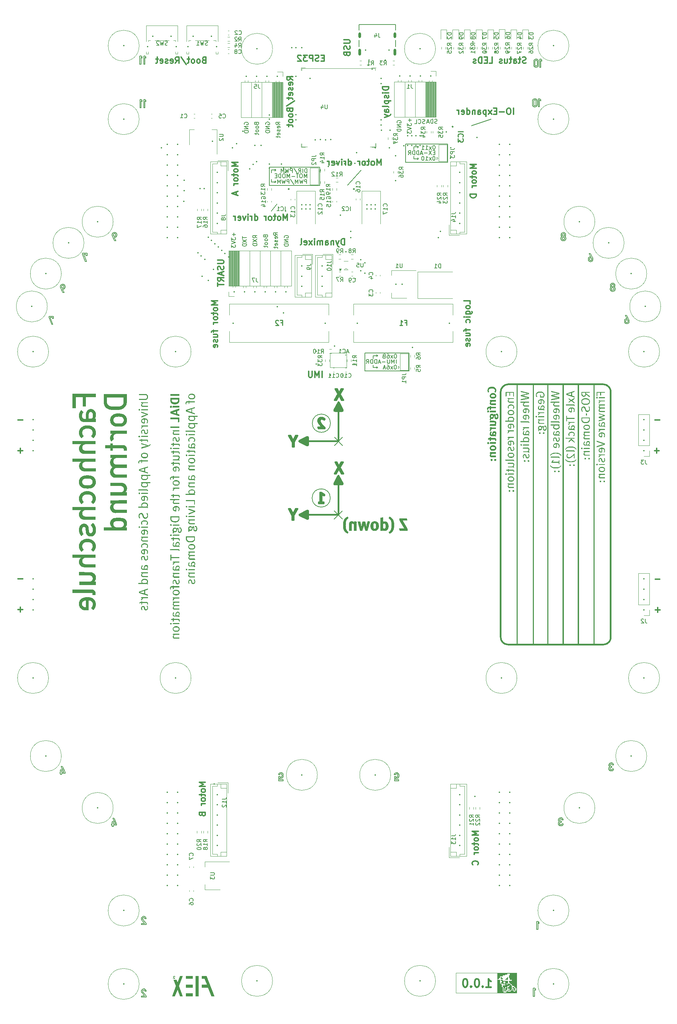
<source format=gbo>
%TF.GenerationSoftware,KiCad,Pcbnew,7.0.10*%
%TF.CreationDate,2024-05-27T11:18:25+02:00*%
%TF.ProjectId,Edurob,45647572-6f62-42e6-9b69-6361645f7063,rev?*%
%TF.SameCoordinates,Original*%
%TF.FileFunction,Legend,Bot*%
%TF.FilePolarity,Positive*%
%FSLAX46Y46*%
G04 Gerber Fmt 4.6, Leading zero omitted, Abs format (unit mm)*
G04 Created by KiCad (PCBNEW 7.0.10) date 2024-05-27 11:18:25*
%MOMM*%
%LPD*%
G01*
G04 APERTURE LIST*
%ADD10C,0.200000*%
%ADD11C,0.000000*%
%ADD12C,0.150000*%
%ADD13C,0.422999*%
%ADD14C,0.121417*%
%ADD15C,0.300000*%
%ADD16C,0.400000*%
%ADD17C,0.254000*%
%ADD18C,0.120000*%
%ADD19C,0.100000*%
%ADD20C,0.250000*%
%ADD21C,0.127000*%
%ADD22C,0.350000*%
%ADD23O,0.600000X1.700000*%
%ADD24O,0.600000X1.400000*%
G04 APERTURE END LIST*
D10*
X247967286Y-38641655D02*
X247986404Y-38586337D01*
X249079346Y-39713854D02*
X249076499Y-39780968D01*
X132514438Y-93828299D02*
X132492066Y-93807555D01*
X248571720Y-38546068D02*
X248542434Y-38542408D01*
X266984226Y-94618006D02*
X266985853Y-94651766D01*
X262127966Y-87518895D02*
X262140576Y-87491642D01*
D11*
G36*
X257048364Y-133242243D02*
G01*
X257095795Y-133243359D01*
X257145087Y-133245219D01*
X257196243Y-133247822D01*
X257247210Y-133251170D01*
X257298922Y-133255262D01*
X257351376Y-133260098D01*
X257404571Y-133265679D01*
X257431309Y-133269538D01*
X257457955Y-133273676D01*
X257484508Y-133278093D01*
X257510968Y-133282789D01*
X257537335Y-133287764D01*
X257563610Y-133293019D01*
X257589792Y-133298554D01*
X257615882Y-133304368D01*
X257641644Y-133310460D01*
X257666849Y-133316831D01*
X257691495Y-133323481D01*
X257715582Y-133330411D01*
X257739112Y-133337619D01*
X257762083Y-133345106D01*
X257784496Y-133352872D01*
X257806350Y-133360917D01*
X257833647Y-133371950D01*
X257860478Y-133383471D01*
X257886845Y-133395480D01*
X257912747Y-133407978D01*
X257938184Y-133420964D01*
X257963156Y-133434438D01*
X257987664Y-133448400D01*
X258011706Y-133462851D01*
X258035283Y-133477790D01*
X258058395Y-133493217D01*
X258081043Y-133509132D01*
X258103225Y-133525536D01*
X258124942Y-133542428D01*
X258146193Y-133559809D01*
X258166980Y-133577678D01*
X258187301Y-133596036D01*
X258207041Y-133615149D01*
X258226084Y-133634541D01*
X258244429Y-133654212D01*
X258262077Y-133674161D01*
X258279027Y-133694390D01*
X258295280Y-133714898D01*
X258310835Y-133735685D01*
X258325693Y-133756751D01*
X258339853Y-133778095D01*
X258353315Y-133799719D01*
X258366080Y-133821622D01*
X258378148Y-133843804D01*
X258389518Y-133866265D01*
X258400190Y-133889005D01*
X258410164Y-133912023D01*
X258419441Y-133935321D01*
X258300399Y-134000801D01*
X258292157Y-133986071D01*
X258283799Y-133971643D01*
X258275324Y-133957518D01*
X258266734Y-133943695D01*
X258258026Y-133930175D01*
X258249203Y-133916956D01*
X258240263Y-133904040D01*
X258231207Y-133891426D01*
X258222035Y-133879115D01*
X258212746Y-133867105D01*
X258203341Y-133855398D01*
X258193820Y-133843993D01*
X258184182Y-133832891D01*
X258174428Y-133822090D01*
X258164558Y-133811592D01*
X258154571Y-133801396D01*
X258144770Y-133791421D01*
X258134713Y-133781585D01*
X258124401Y-133771889D01*
X258113833Y-133762332D01*
X258103009Y-133752915D01*
X258091930Y-133743638D01*
X258069004Y-133725502D01*
X258045055Y-133707924D01*
X258020083Y-133690904D01*
X257994088Y-133674443D01*
X257967071Y-133658539D01*
X257943761Y-133645774D01*
X257919963Y-133633520D01*
X257895677Y-133621777D01*
X257870902Y-133610547D01*
X257845639Y-133599827D01*
X257819888Y-133589619D01*
X257793648Y-133579923D01*
X257766921Y-133570738D01*
X257739704Y-133562065D01*
X257712000Y-133553904D01*
X257683808Y-133546254D01*
X257655127Y-133539116D01*
X257596301Y-133526374D01*
X257535522Y-133515679D01*
X257472418Y-133507308D01*
X257408105Y-133500053D01*
X257342582Y-133493915D01*
X257275851Y-133488893D01*
X257207910Y-133484987D01*
X257138760Y-133482197D01*
X257068401Y-133480524D01*
X256996833Y-133479966D01*
X256948050Y-133480245D01*
X256899919Y-133481082D01*
X256852439Y-133482477D01*
X256805611Y-133484429D01*
X256759434Y-133486940D01*
X256713909Y-133490010D01*
X256669033Y-133493637D01*
X256624809Y-133497822D01*
X256581514Y-133503310D01*
X256539429Y-133509356D01*
X256498552Y-133515960D01*
X256458886Y-133523121D01*
X256420428Y-133530841D01*
X256383179Y-133539119D01*
X256347140Y-133547954D01*
X256312309Y-133557347D01*
X256287686Y-133564636D01*
X256263667Y-133572367D01*
X256240253Y-133580540D01*
X256217443Y-133589154D01*
X256195238Y-133598211D01*
X256173637Y-133607709D01*
X256152640Y-133617649D01*
X256132248Y-133628031D01*
X256112461Y-133638855D01*
X256093278Y-133650120D01*
X256074699Y-133661827D01*
X256056725Y-133673976D01*
X256039356Y-133686567D01*
X256022591Y-133699600D01*
X256006431Y-133713074D01*
X255990875Y-133726990D01*
X255975750Y-133741278D01*
X255960882Y-133755869D01*
X255946269Y-133770761D01*
X255931912Y-133785956D01*
X255917810Y-133801453D01*
X255903965Y-133817252D01*
X255890375Y-133833353D01*
X255877040Y-133849757D01*
X255863962Y-133866463D01*
X255851139Y-133883471D01*
X255838572Y-133900781D01*
X255826260Y-133918394D01*
X255814204Y-133936308D01*
X255802404Y-133954526D01*
X255779571Y-133991867D01*
X255666481Y-133935321D01*
X255671853Y-133921556D01*
X255677551Y-133907791D01*
X255683574Y-133894026D01*
X255689922Y-133880261D01*
X255703595Y-133852731D01*
X255718569Y-133825201D01*
X255734845Y-133797671D01*
X255752422Y-133770141D01*
X255771300Y-133742611D01*
X255791481Y-133715081D01*
X255812637Y-133688668D01*
X255834446Y-133662998D01*
X255856906Y-133638073D01*
X255880018Y-133613891D01*
X255903781Y-133590453D01*
X255928196Y-133567759D01*
X255953262Y-133545810D01*
X255978981Y-133524605D01*
X255999350Y-133508423D01*
X256020277Y-133492613D01*
X256041761Y-133477174D01*
X256063804Y-133462107D01*
X256086405Y-133447412D01*
X256109563Y-133433089D01*
X256133280Y-133419139D01*
X256157554Y-133405560D01*
X256182526Y-133393096D01*
X256208336Y-133381005D01*
X256234983Y-133369285D01*
X256262467Y-133357938D01*
X256290788Y-133346964D01*
X256319947Y-133336361D01*
X256349942Y-133326131D01*
X256380775Y-133316273D01*
X256411791Y-133307577D01*
X256443830Y-133299345D01*
X256476893Y-133291579D01*
X256510979Y-133284278D01*
X256546088Y-133277443D01*
X256582221Y-133271073D01*
X256619376Y-133265168D01*
X256657554Y-133259728D01*
X256696151Y-133255543D01*
X256736052Y-133251915D01*
X256777254Y-133248846D01*
X256819759Y-133246335D01*
X256863565Y-133244382D01*
X256908673Y-133242987D01*
X256955082Y-133242150D01*
X257002792Y-133241871D01*
X257048364Y-133242243D01*
G37*
D10*
X271029122Y-102718640D02*
X271041732Y-102691387D01*
X254412651Y-225050443D02*
X254438277Y-225064272D01*
X214527106Y-213257808D02*
X214579577Y-213291975D01*
X267109506Y-93974117D02*
X267155062Y-94005844D01*
X248698773Y-49718679D02*
X248669080Y-49766269D01*
X152453228Y-248483962D02*
X152499191Y-248512842D01*
X151919162Y-249107920D02*
X151931772Y-249133952D01*
X151675925Y-248722726D02*
X151704804Y-248675543D01*
X266949745Y-211060056D02*
X266891987Y-211065344D01*
X266379072Y-212015924D02*
X266403071Y-211956538D01*
X261942081Y-86759082D02*
X261520685Y-85912224D01*
X186078584Y-213575252D02*
X186061501Y-213545966D01*
D12*
X217319170Y-114730395D02*
X206500000Y-114730395D01*
D10*
X254453733Y-225369337D02*
X254401669Y-225395369D01*
X267370641Y-94305213D02*
X267339727Y-94300739D01*
X267483311Y-94884835D02*
X267508936Y-94866531D01*
X267189729Y-212387288D02*
X267214948Y-212343359D01*
X254816963Y-225848897D02*
X254842182Y-225804968D01*
X261936793Y-86759082D02*
X261942081Y-86759082D01*
X255137364Y-81916041D02*
X255107672Y-81922956D01*
X185722269Y-214256969D02*
X185757657Y-214269578D01*
D11*
G36*
X237968417Y-120148321D02*
G01*
X238011527Y-120150553D01*
X238053613Y-120154273D01*
X238094676Y-120159482D01*
X238134717Y-120166178D01*
X238154354Y-120170085D01*
X238173735Y-120174363D01*
X238192861Y-120179014D01*
X238211730Y-120184036D01*
X238230344Y-120189431D01*
X238248703Y-120195197D01*
X238266768Y-120201672D01*
X238284507Y-120208449D01*
X238301922Y-120215529D01*
X238319012Y-120222911D01*
X238335776Y-120230595D01*
X238352215Y-120238582D01*
X238368328Y-120246870D01*
X238384117Y-120255462D01*
X238399579Y-120264355D01*
X238414717Y-120273551D01*
X238429528Y-120283050D01*
X238444015Y-120292850D01*
X238458175Y-120302954D01*
X238472010Y-120313359D01*
X238485519Y-120324067D01*
X238498702Y-120335077D01*
X238511182Y-120346377D01*
X238523312Y-120357956D01*
X238535092Y-120369815D01*
X238546522Y-120381952D01*
X238557603Y-120394368D01*
X238568334Y-120407064D01*
X238578716Y-120420038D01*
X238588748Y-120433292D01*
X238598431Y-120446824D01*
X238607765Y-120460635D01*
X238616749Y-120474726D01*
X238625384Y-120489095D01*
X238633670Y-120503744D01*
X238641607Y-120518671D01*
X238649194Y-120533878D01*
X238656433Y-120549363D01*
X238663276Y-120565465D01*
X238669677Y-120581776D01*
X238675637Y-120598296D01*
X238681155Y-120615026D01*
X238686232Y-120631964D01*
X238690867Y-120649112D01*
X238695060Y-120666470D01*
X238698812Y-120684036D01*
X238702122Y-120701812D01*
X238704991Y-120719797D01*
X238707419Y-120737991D01*
X238709405Y-120756395D01*
X238710950Y-120775007D01*
X238712053Y-120793829D01*
X238712715Y-120812861D01*
X238712936Y-120832101D01*
X238712715Y-120854190D01*
X238712053Y-120875814D01*
X238710950Y-120896973D01*
X238709405Y-120917666D01*
X238707419Y-120937895D01*
X238704991Y-120957659D01*
X238702122Y-120976958D01*
X238698812Y-120995792D01*
X238695060Y-121014160D01*
X238690867Y-121032064D01*
X238686232Y-121049503D01*
X238681155Y-121066476D01*
X238675637Y-121082985D01*
X238669677Y-121099028D01*
X238663276Y-121114607D01*
X238656433Y-121129720D01*
X238649200Y-121144473D01*
X238641643Y-121158970D01*
X238633761Y-121173212D01*
X238625553Y-121187198D01*
X238617020Y-121200928D01*
X238608162Y-121214402D01*
X238598978Y-121227620D01*
X238589469Y-121240583D01*
X238579635Y-121253290D01*
X238569475Y-121265741D01*
X238558990Y-121277936D01*
X238548179Y-121289876D01*
X238537042Y-121301560D01*
X238525580Y-121312988D01*
X238513792Y-121324160D01*
X238501678Y-121335077D01*
X238487437Y-121347144D01*
X238472986Y-121358794D01*
X238458326Y-121370024D01*
X238443457Y-121380836D01*
X238428378Y-121391230D01*
X238413089Y-121401205D01*
X238397592Y-121410761D01*
X238381885Y-121419899D01*
X238365969Y-121428618D01*
X238349844Y-121436919D01*
X238333509Y-121444801D01*
X238316966Y-121452265D01*
X238300214Y-121459310D01*
X238283252Y-121465936D01*
X238266082Y-121472144D01*
X238248703Y-121477933D01*
X238230998Y-121483700D01*
X238212851Y-121489095D01*
X238175232Y-121498768D01*
X238135845Y-121506952D01*
X238094690Y-121513649D01*
X238051768Y-121518858D01*
X238007078Y-121522578D01*
X237960622Y-121524810D01*
X237912399Y-121525554D01*
X237912338Y-121525556D01*
X237866346Y-121524905D01*
X237822121Y-121522952D01*
X237779664Y-121519696D01*
X237738973Y-121515139D01*
X237719291Y-121512372D01*
X237700050Y-121509279D01*
X237681252Y-121505861D01*
X237662895Y-121502117D01*
X237644981Y-121498048D01*
X237627508Y-121493653D01*
X237610477Y-121488932D01*
X237593889Y-121483886D01*
X237577614Y-121478480D01*
X237561524Y-121472679D01*
X237545620Y-121466482D01*
X237529902Y-121459890D01*
X237514370Y-121452903D01*
X237499024Y-121445520D01*
X237483863Y-121437743D01*
X237468889Y-121429570D01*
X237454100Y-121421002D01*
X237439497Y-121412038D01*
X237425081Y-121402680D01*
X237410851Y-121392926D01*
X237396806Y-121382777D01*
X237382948Y-121372232D01*
X237369276Y-121361293D01*
X237355791Y-121349958D01*
X237328038Y-121325265D01*
X237302077Y-121299548D01*
X237277906Y-121272809D01*
X237255526Y-121245047D01*
X237234936Y-121216261D01*
X237216137Y-121186453D01*
X237199128Y-121155621D01*
X237183910Y-121123767D01*
X237170482Y-121090889D01*
X237158845Y-121056989D01*
X237148998Y-121022065D01*
X237140941Y-120986118D01*
X237134675Y-120949149D01*
X237130199Y-120911156D01*
X237127514Y-120872140D01*
X237126752Y-120838050D01*
X237421342Y-120838050D01*
X237421656Y-120851629D01*
X237422597Y-120864836D01*
X237424165Y-120877671D01*
X237426361Y-120890133D01*
X237429184Y-120902224D01*
X237432634Y-120913943D01*
X237436712Y-120925290D01*
X237441417Y-120936264D01*
X237446750Y-120946867D01*
X237452710Y-120957098D01*
X237459298Y-120966956D01*
X237466513Y-120976443D01*
X237474356Y-120985558D01*
X237482826Y-120994300D01*
X237491924Y-121002671D01*
X237501649Y-121010669D01*
X237515449Y-121020400D01*
X237530807Y-121029504D01*
X237547722Y-121037979D01*
X237566196Y-121045827D01*
X237586228Y-121053047D01*
X237607818Y-121059639D01*
X237630965Y-121065603D01*
X237655671Y-121070939D01*
X237681934Y-121075648D01*
X237709755Y-121079729D01*
X237739134Y-121083182D01*
X237770070Y-121086007D01*
X237802565Y-121088204D01*
X237836616Y-121089774D01*
X237909393Y-121091029D01*
X237909469Y-121091045D01*
X237942742Y-121090812D01*
X237974853Y-121090115D01*
X238005801Y-121088952D01*
X238035586Y-121087325D01*
X238064208Y-121085232D01*
X238091668Y-121082675D01*
X238117966Y-121079652D01*
X238143100Y-121076165D01*
X238167072Y-121072212D01*
X238189882Y-121067794D01*
X238211528Y-121062912D01*
X238232012Y-121057564D01*
X238251334Y-121051752D01*
X238269492Y-121045474D01*
X238286488Y-121038732D01*
X238302322Y-121031524D01*
X238317097Y-121024165D01*
X238330920Y-121016224D01*
X238343789Y-121007703D01*
X238355705Y-120998600D01*
X238366668Y-120988915D01*
X238376678Y-120978650D01*
X238385735Y-120967803D01*
X238393838Y-120956375D01*
X238400989Y-120944366D01*
X238407185Y-120931775D01*
X238412429Y-120918603D01*
X238416719Y-120904850D01*
X238420056Y-120890515D01*
X238422440Y-120875599D01*
X238423870Y-120860102D01*
X238424346Y-120844024D01*
X238424230Y-120836583D01*
X238423881Y-120829143D01*
X238423299Y-120821702D01*
X238422484Y-120814261D01*
X238421436Y-120806821D01*
X238420156Y-120799380D01*
X238418642Y-120791939D01*
X238416896Y-120784499D01*
X238414917Y-120777059D01*
X238412706Y-120769618D01*
X238410261Y-120762178D01*
X238407584Y-120754738D01*
X238404673Y-120747297D01*
X238401530Y-120739857D01*
X238398155Y-120732417D01*
X238394546Y-120724977D01*
X238390341Y-120718026D01*
X238385904Y-120711307D01*
X238381235Y-120704820D01*
X238376332Y-120698566D01*
X238371197Y-120692545D01*
X238365830Y-120686756D01*
X238360229Y-120681199D01*
X238354396Y-120675875D01*
X238348330Y-120670783D01*
X238342032Y-120665923D01*
X238335500Y-120661296D01*
X238328735Y-120656901D01*
X238321738Y-120652739D01*
X238314507Y-120648809D01*
X238307043Y-120645112D01*
X238299346Y-120641647D01*
X238283897Y-120635520D01*
X238267307Y-120629789D01*
X238249579Y-120624454D01*
X238230710Y-120619513D01*
X238210703Y-120614968D01*
X238189556Y-120610818D01*
X238143844Y-120603704D01*
X238093574Y-120598170D01*
X238038747Y-120594218D01*
X237979362Y-120591847D01*
X237915420Y-120591056D01*
X237887602Y-120591195D01*
X237860717Y-120591612D01*
X237834765Y-120592308D01*
X237809745Y-120593281D01*
X237785658Y-120594532D01*
X237762504Y-120596062D01*
X237740282Y-120597870D01*
X237718994Y-120599956D01*
X237698527Y-120603073D01*
X237678806Y-120606468D01*
X237659831Y-120610143D01*
X237641601Y-120614096D01*
X237624117Y-120618327D01*
X237607379Y-120622838D01*
X237591388Y-120627627D01*
X237576143Y-120632696D01*
X237567335Y-120635788D01*
X237558759Y-120639113D01*
X237550415Y-120642670D01*
X237542303Y-120646460D01*
X237534422Y-120650483D01*
X237526774Y-120654738D01*
X237519357Y-120659225D01*
X237512172Y-120663945D01*
X237505219Y-120668897D01*
X237498498Y-120674082D01*
X237492009Y-120679500D01*
X237485752Y-120685150D01*
X237479727Y-120691032D01*
X237473934Y-120697147D01*
X237468373Y-120703495D01*
X237463045Y-120710075D01*
X237457995Y-120717201D01*
X237453271Y-120724444D01*
X237448872Y-120731802D01*
X237444800Y-120739278D01*
X237441053Y-120746869D01*
X237437632Y-120754577D01*
X237434537Y-120762401D01*
X237431768Y-120770341D01*
X237429324Y-120778398D01*
X237427207Y-120786570D01*
X237425415Y-120794860D01*
X237423949Y-120803265D01*
X237422808Y-120811787D01*
X237421994Y-120820425D01*
X237421505Y-120829179D01*
X237421342Y-120838050D01*
X237126752Y-120838050D01*
X237126619Y-120832101D01*
X237126840Y-120812861D01*
X237127503Y-120793829D01*
X237128608Y-120775007D01*
X237130155Y-120756395D01*
X237132145Y-120737991D01*
X237134576Y-120719797D01*
X237137450Y-120701812D01*
X237140766Y-120684036D01*
X237144524Y-120666470D01*
X237148724Y-120649112D01*
X237153366Y-120631964D01*
X237158451Y-120615026D01*
X237163978Y-120598296D01*
X237169948Y-120581776D01*
X237176360Y-120565465D01*
X237183214Y-120549363D01*
X237190481Y-120533879D01*
X237198143Y-120518672D01*
X237206201Y-120503745D01*
X237214653Y-120489097D01*
X237223501Y-120474728D01*
X237232744Y-120460638D01*
X237242383Y-120446826D01*
X237252416Y-120433294D01*
X237262845Y-120420040D01*
X237273668Y-120407066D01*
X237284887Y-120394370D01*
X237296502Y-120381953D01*
X237308511Y-120369816D01*
X237320915Y-120357957D01*
X237333715Y-120346377D01*
X237346910Y-120335077D01*
X237360105Y-120324068D01*
X237373649Y-120313361D01*
X237387542Y-120302957D01*
X237401784Y-120292855D01*
X237416375Y-120283055D01*
X237431314Y-120273557D01*
X237446603Y-120264361D01*
X237462240Y-120255467D01*
X237478225Y-120246876D01*
X237494560Y-120238587D01*
X237511243Y-120230600D01*
X237528275Y-120222915D01*
X237545655Y-120215532D01*
X237563383Y-120208452D01*
X237581460Y-120201674D01*
X237599885Y-120195197D01*
X237636852Y-120184036D01*
X237674843Y-120174363D01*
X237713858Y-120166178D01*
X237753896Y-120159482D01*
X237794959Y-120154273D01*
X237837044Y-120150553D01*
X237880153Y-120148321D01*
X237915420Y-120147726D01*
X237924285Y-120147577D01*
X237968417Y-120148321D01*
G37*
D12*
X219500000Y-59800000D02*
X218500000Y-59800000D01*
D10*
X213988973Y-214920204D02*
X214783767Y-214920204D01*
X247975974Y-49611296D02*
X247994278Y-49632447D01*
X132691375Y-93594823D02*
X132734084Y-93635092D01*
X267878267Y-93829313D02*
X267868098Y-93888699D01*
X151514950Y-39548390D02*
X151226562Y-39548390D01*
X267158002Y-211154423D02*
X267120988Y-211120255D01*
X254681515Y-226261344D02*
X254632298Y-226267445D01*
X254008747Y-224919875D02*
X254000205Y-224863337D01*
D11*
G36*
X252824211Y-136551391D02*
G01*
X252822630Y-136554646D01*
X252820862Y-136558459D01*
X252816768Y-136567759D01*
X252811930Y-136579291D01*
X252806350Y-136593055D01*
X252798915Y-136608310D01*
X252791476Y-136624307D01*
X252784035Y-136641049D01*
X252776596Y-136658535D01*
X252768966Y-136676577D01*
X252760967Y-136694992D01*
X252752595Y-136713778D01*
X252743850Y-136732936D01*
X252735105Y-136751723D01*
X252726734Y-136769394D01*
X252718734Y-136785949D01*
X252711105Y-136801387D01*
X252707292Y-136809573D01*
X252703293Y-136817758D01*
X252699108Y-136825943D01*
X252694736Y-136834128D01*
X252690178Y-136842313D01*
X252685435Y-136850498D01*
X252680506Y-136858683D01*
X252675392Y-136866867D01*
X252670184Y-136875702D01*
X252664975Y-136884350D01*
X252659766Y-136892813D01*
X252654556Y-136901091D01*
X252649346Y-136909182D01*
X252644136Y-136917088D01*
X252638928Y-136924808D01*
X252633720Y-136932342D01*
X252614376Y-136962847D01*
X252598007Y-136988891D01*
X252589820Y-136999864D01*
X252583123Y-137008977D01*
X252577915Y-137016231D01*
X252575869Y-137019161D01*
X252574195Y-137021625D01*
X254050384Y-137021625D01*
X254050384Y-136682342D01*
X254237876Y-136682342D01*
X254237899Y-137557342D01*
X254050407Y-137557342D01*
X254050407Y-137256748D01*
X252294456Y-137256748D01*
X252294456Y-137072223D01*
X252696235Y-136500793D01*
X252824211Y-136551391D01*
G37*
D10*
X144885058Y-81666673D02*
X144937936Y-81681723D01*
D11*
G36*
X253872583Y-129438635D02*
G01*
X253891324Y-129439612D01*
X253910157Y-129441239D01*
X253929083Y-129443518D01*
X253948102Y-129446448D01*
X253967213Y-129450028D01*
X253986417Y-129454260D01*
X254005714Y-129459141D01*
X254014957Y-129462234D01*
X254024083Y-129465560D01*
X254033094Y-129469118D01*
X254041988Y-129472908D01*
X254050765Y-129476931D01*
X254059426Y-129481186D01*
X254067971Y-129485673D01*
X254076399Y-129490393D01*
X254084711Y-129495346D01*
X254092907Y-129500531D01*
X254100987Y-129505948D01*
X254108950Y-129511598D01*
X254116797Y-129517480D01*
X254124528Y-129523595D01*
X254132142Y-129529943D01*
X254139640Y-129536522D01*
X254146999Y-129543731D01*
X254154195Y-129551218D01*
X254161229Y-129558984D01*
X254168100Y-129567029D01*
X254174809Y-129575353D01*
X254181354Y-129583956D01*
X254187737Y-129592838D01*
X254193958Y-129601999D01*
X254200015Y-129611439D01*
X254205910Y-129621158D01*
X254211643Y-129631156D01*
X254217212Y-129641433D01*
X254222619Y-129651990D01*
X254227862Y-129662825D01*
X254232943Y-129673940D01*
X254237861Y-129685334D01*
X254242545Y-129697041D01*
X254246927Y-129709097D01*
X254251007Y-129721501D01*
X254254785Y-129734255D01*
X254258261Y-129747357D01*
X254261435Y-129760807D01*
X254264306Y-129774607D01*
X254266876Y-129788755D01*
X254269143Y-129803252D01*
X254271108Y-129818098D01*
X254274131Y-129848836D01*
X254275945Y-129880969D01*
X254276550Y-129914498D01*
X254276375Y-129930367D01*
X254275852Y-129945980D01*
X254274980Y-129961337D01*
X254273759Y-129976439D01*
X254272189Y-129991285D01*
X254270271Y-130005875D01*
X254268004Y-130020210D01*
X254265388Y-130034288D01*
X254262423Y-130048112D01*
X254259110Y-130061679D01*
X254255448Y-130074990D01*
X254251438Y-130088046D01*
X254247079Y-130100846D01*
X254242371Y-130113390D01*
X254237315Y-130125679D01*
X254231910Y-130137711D01*
X254225725Y-130150023D01*
X254219075Y-130162404D01*
X254211960Y-130174855D01*
X254204380Y-130187376D01*
X254196335Y-130199967D01*
X254187825Y-130212628D01*
X254178850Y-130225358D01*
X254169410Y-130238158D01*
X254159505Y-130251028D01*
X254149136Y-130263967D01*
X254138301Y-130276976D01*
X254127001Y-130290055D01*
X254115237Y-130303204D01*
X254103008Y-130316422D01*
X254090314Y-130329710D01*
X254077156Y-130343068D01*
X254086758Y-130345788D01*
X254096221Y-130348741D01*
X254105544Y-130351927D01*
X254114729Y-130355345D01*
X254123774Y-130358996D01*
X254132680Y-130362879D01*
X254141446Y-130366995D01*
X254150073Y-130371343D01*
X254158560Y-130375923D01*
X254166907Y-130380737D01*
X254175115Y-130385782D01*
X254183183Y-130391060D01*
X254191112Y-130396571D01*
X254198900Y-130402314D01*
X254206549Y-130408290D01*
X254214057Y-130414498D01*
X254220999Y-130421287D01*
X254227685Y-130428262D01*
X254234115Y-130435424D01*
X254240289Y-130442771D01*
X254246207Y-130450305D01*
X254251869Y-130458024D01*
X254257275Y-130465930D01*
X254262426Y-130474021D01*
X254267320Y-130482299D01*
X254271959Y-130490762D01*
X254276342Y-130499412D01*
X254280469Y-130508247D01*
X254284340Y-130517269D01*
X254287955Y-130526476D01*
X254291314Y-130535869D01*
X254294418Y-130545449D01*
X254127738Y-130664506D01*
X254125113Y-130659367D01*
X254122441Y-130654368D01*
X254119721Y-130649508D01*
X254116955Y-130644788D01*
X254114143Y-130640207D01*
X254111283Y-130635766D01*
X254108377Y-130631465D01*
X254105424Y-130627303D01*
X254102425Y-130623280D01*
X254099379Y-130619397D01*
X254096286Y-130615653D01*
X254093147Y-130612049D01*
X254089961Y-130608584D01*
X254086728Y-130605259D01*
X254083449Y-130602073D01*
X254080123Y-130599026D01*
X254076729Y-130596086D01*
X254073243Y-130593215D01*
X254069663Y-130590413D01*
X254065990Y-130587682D01*
X254062224Y-130585020D01*
X254058365Y-130582427D01*
X254054413Y-130579905D01*
X254050368Y-130577452D01*
X254046230Y-130575069D01*
X254041998Y-130572755D01*
X254037674Y-130570511D01*
X254033257Y-130568337D01*
X254028746Y-130566233D01*
X254024142Y-130564198D01*
X254019446Y-130562233D01*
X254014656Y-130560338D01*
X254003957Y-130557501D01*
X253992701Y-130554944D01*
X253980888Y-130552665D01*
X253968518Y-130550665D01*
X253955590Y-130548945D01*
X253942104Y-130547503D01*
X253928061Y-130546340D01*
X253913459Y-130545456D01*
X253898114Y-130544806D01*
X253881839Y-130544341D01*
X253846499Y-130543969D01*
X253807438Y-130544341D01*
X253764656Y-130545456D01*
X253276557Y-130557362D01*
X253251537Y-130557966D01*
X253227075Y-130558291D01*
X253203171Y-130558337D01*
X253179826Y-130558104D01*
X253157040Y-130557592D01*
X253134812Y-130556801D01*
X253113143Y-130555731D01*
X253092033Y-130554383D01*
X253071571Y-130552616D01*
X253051853Y-130550291D01*
X253032879Y-130547409D01*
X253014649Y-130543968D01*
X253005813Y-130542038D01*
X252997163Y-130539969D01*
X252988699Y-130537760D01*
X252980422Y-130535411D01*
X252972330Y-130532923D01*
X252964425Y-130530295D01*
X252956706Y-130527528D01*
X252949172Y-130524621D01*
X252921063Y-130511856D01*
X252894766Y-130497371D01*
X252870283Y-130481165D01*
X252847614Y-130463239D01*
X252826757Y-130443592D01*
X252807715Y-130422224D01*
X252790485Y-130399135D01*
X252775070Y-130374326D01*
X252761467Y-130347796D01*
X252749679Y-130319545D01*
X252739704Y-130289574D01*
X252731542Y-130257882D01*
X252725194Y-130224469D01*
X252720660Y-130189336D01*
X252717940Y-130152482D01*
X252717033Y-130113907D01*
X252717812Y-130073462D01*
X252720149Y-130033226D01*
X252724044Y-129993199D01*
X252729497Y-129953381D01*
X252736507Y-129913773D01*
X252745076Y-129874373D01*
X252755203Y-129835183D01*
X252766887Y-129796202D01*
X252780129Y-129757431D01*
X252794929Y-129718868D01*
X252811287Y-129680515D01*
X252829203Y-129642371D01*
X252848676Y-129604436D01*
X252869707Y-129566710D01*
X252892296Y-129529194D01*
X252916442Y-129491887D01*
X253083106Y-129607956D01*
X253074965Y-129617165D01*
X253066919Y-129626930D01*
X253058966Y-129637254D01*
X253051107Y-129648135D01*
X253043342Y-129659575D01*
X253035670Y-129671573D01*
X253028092Y-129684129D01*
X253020606Y-129697243D01*
X253012561Y-129711473D01*
X253004794Y-129725888D01*
X252997306Y-129740490D01*
X252990097Y-129755278D01*
X252983168Y-129770252D01*
X252976518Y-129785412D01*
X252970148Y-129800757D01*
X252964057Y-129816289D01*
X252957546Y-129832704D01*
X252951407Y-129849213D01*
X252945641Y-129865815D01*
X252940247Y-129882510D01*
X252935225Y-129899298D01*
X252930576Y-129916178D01*
X252926299Y-129933152D01*
X252922393Y-129950219D01*
X252918904Y-129967239D01*
X252915880Y-129984073D01*
X252913322Y-130000720D01*
X252911229Y-130017182D01*
X252909601Y-130033458D01*
X252908438Y-130049547D01*
X252907741Y-130065451D01*
X252907508Y-130081170D01*
X252907590Y-130089645D01*
X252907834Y-130097957D01*
X252908241Y-130106107D01*
X252908810Y-130114094D01*
X252909542Y-130121918D01*
X252910437Y-130129579D01*
X252911495Y-130137077D01*
X252912715Y-130144413D01*
X252914099Y-130151586D01*
X252915644Y-130158596D01*
X252917353Y-130165444D01*
X252919224Y-130172128D01*
X252921258Y-130178650D01*
X252923455Y-130185009D01*
X252925814Y-130191206D01*
X252928337Y-130197239D01*
X252930663Y-130203145D01*
X252933174Y-130208958D01*
X252935872Y-130214678D01*
X252938755Y-130220304D01*
X252941825Y-130225838D01*
X252945080Y-130231279D01*
X252948521Y-130236626D01*
X252952148Y-130241881D01*
X252955961Y-130247043D01*
X252959960Y-130252111D01*
X252964145Y-130257087D01*
X252968516Y-130261970D01*
X252973073Y-130266760D01*
X252977816Y-130271456D01*
X252982746Y-130276060D01*
X252987861Y-130280572D01*
X252992384Y-130284559D01*
X252997023Y-130288337D01*
X253001778Y-130291906D01*
X253006649Y-130295266D01*
X253011637Y-130298416D01*
X253016741Y-130301357D01*
X253021961Y-130304089D01*
X253027297Y-130306612D01*
X253032750Y-130308926D01*
X253038319Y-130311030D01*
X253044004Y-130312925D01*
X253049805Y-130314610D01*
X253055723Y-130316087D01*
X253061756Y-130317354D01*
X253067906Y-130318412D01*
X253074172Y-130319260D01*
X253086868Y-130321352D01*
X253101145Y-130323166D01*
X253117003Y-130324701D01*
X253134442Y-130325957D01*
X253153462Y-130326934D01*
X253174063Y-130327632D01*
X253196245Y-130328051D01*
X253220008Y-130328190D01*
X253324172Y-130328190D01*
X253322867Y-130311076D01*
X253321938Y-130295451D01*
X253321613Y-130288197D01*
X253321382Y-130281315D01*
X253321243Y-130274804D01*
X253321197Y-130268666D01*
X253321197Y-130224022D01*
X253321408Y-130206162D01*
X253478950Y-130206162D01*
X253478996Y-130212255D01*
X253479135Y-130218627D01*
X253479366Y-130225277D01*
X253479691Y-130232206D01*
X253480620Y-130246901D01*
X253481925Y-130262711D01*
X253481972Y-130271454D01*
X253482110Y-130279825D01*
X253482342Y-130287824D01*
X253482666Y-130295450D01*
X253483084Y-130302705D01*
X253483596Y-130309587D01*
X253484201Y-130316097D01*
X253484901Y-130322236D01*
X253871795Y-130313305D01*
X253884666Y-130306795D01*
X253897234Y-130299913D01*
X253909499Y-130292658D01*
X253921462Y-130285032D01*
X253933122Y-130277034D01*
X253944480Y-130268663D01*
X253955535Y-130259921D01*
X253966288Y-130250806D01*
X253976739Y-130241320D01*
X253986887Y-130231461D01*
X253996734Y-130221231D01*
X254006278Y-130210628D01*
X254015520Y-130199654D01*
X254024460Y-130188307D01*
X254033098Y-130176589D01*
X254041435Y-130164498D01*
X254049003Y-130152163D01*
X254056082Y-130139711D01*
X254062674Y-130127143D01*
X254068777Y-130114459D01*
X254074393Y-130101659D01*
X254079520Y-130088743D01*
X254084158Y-130075710D01*
X254088309Y-130062562D01*
X254091971Y-130049297D01*
X254095145Y-130035915D01*
X254097831Y-130022418D01*
X254100028Y-130008804D01*
X254101737Y-129995074D01*
X254102958Y-129981228D01*
X254103691Y-129967265D01*
X254103935Y-129953187D01*
X254103670Y-129937439D01*
X254102877Y-129922192D01*
X254101554Y-129907445D01*
X254099703Y-129893198D01*
X254097323Y-129879450D01*
X254094413Y-129866202D01*
X254090975Y-129853455D01*
X254087008Y-129841207D01*
X254082511Y-129829459D01*
X254077486Y-129818211D01*
X254071932Y-129807463D01*
X254065849Y-129797215D01*
X254059237Y-129787466D01*
X254052096Y-129778218D01*
X254044426Y-129769470D01*
X254036227Y-129761221D01*
X254027499Y-129753472D01*
X254018242Y-129746224D01*
X254008456Y-129739475D01*
X253998141Y-129733226D01*
X253987298Y-129727477D01*
X253975925Y-129722228D01*
X253964023Y-129717478D01*
X253951593Y-129713229D01*
X253938633Y-129709480D01*
X253925145Y-129706230D01*
X253911127Y-129703481D01*
X253896581Y-129701231D01*
X253881506Y-129699481D01*
X253865902Y-129698232D01*
X253833106Y-129697232D01*
X253822759Y-129697337D01*
X253812552Y-129697650D01*
X253802484Y-129698174D01*
X253792556Y-129698906D01*
X253782767Y-129699848D01*
X253773118Y-129700999D01*
X253763608Y-129702359D01*
X253754238Y-129703929D01*
X253745007Y-129705708D01*
X253735916Y-129707696D01*
X253726964Y-129709893D01*
X253718151Y-129712300D01*
X253709478Y-129714916D01*
X253700945Y-129717741D01*
X253692550Y-129720775D01*
X253684295Y-129724019D01*
X253675832Y-129727495D01*
X253667555Y-129731226D01*
X253659464Y-129735214D01*
X253651558Y-129739457D01*
X253643839Y-129743957D01*
X253636305Y-129748712D01*
X253628958Y-129753722D01*
X253621796Y-129758989D01*
X253614821Y-129764511D01*
X253608031Y-129770289D01*
X253601428Y-129776323D01*
X253595011Y-129782613D01*
X253588780Y-129789159D01*
X253582735Y-129795960D01*
X253576877Y-129803017D01*
X253571205Y-129810330D01*
X253565707Y-129817921D01*
X253560372Y-129825815D01*
X253555199Y-129834011D01*
X253550189Y-129842509D01*
X253545342Y-129851310D01*
X253540657Y-129860413D01*
X253536135Y-129869818D01*
X253531775Y-129879526D01*
X253527578Y-129889536D01*
X253523544Y-129899848D01*
X253519672Y-129910462D01*
X253515963Y-129921379D01*
X253512417Y-129932598D01*
X253509033Y-129944119D01*
X253502754Y-129968068D01*
X253497175Y-129993273D01*
X253492340Y-130019781D01*
X253488248Y-130047590D01*
X253484901Y-130076701D01*
X253482297Y-130107113D01*
X253480438Y-130138828D01*
X253479322Y-130171844D01*
X253478950Y-130206162D01*
X253321408Y-130206162D01*
X253321743Y-130177810D01*
X253323382Y-130132923D01*
X253326114Y-130089362D01*
X253329939Y-130047125D01*
X253334857Y-130006214D01*
X253340867Y-129966629D01*
X253347970Y-129928369D01*
X253356166Y-129891434D01*
X253365455Y-129855824D01*
X253375837Y-129821540D01*
X253387312Y-129788581D01*
X253399880Y-129756947D01*
X253413541Y-129726639D01*
X253428295Y-129697656D01*
X253444142Y-129669998D01*
X253461082Y-129643666D01*
X253479009Y-129618798D01*
X253497819Y-129595535D01*
X253517513Y-129573876D01*
X253538091Y-129553822D01*
X253559552Y-129535372D01*
X253581896Y-129518526D01*
X253605124Y-129503285D01*
X253629236Y-129489648D01*
X253654231Y-129477615D01*
X253680109Y-129467187D01*
X253706871Y-129458363D01*
X253734517Y-129451144D01*
X253763046Y-129445529D01*
X253792459Y-129441518D01*
X253822755Y-129439111D01*
X253833106Y-129438845D01*
X253853935Y-129438309D01*
X253872583Y-129438635D01*
G37*
D10*
X132237033Y-94620245D02*
X132659648Y-95467103D01*
X152003773Y-266562496D02*
X151984249Y-266583648D01*
X144594637Y-80905640D02*
X144638973Y-80866999D01*
X132871159Y-94004423D02*
X132874006Y-94087400D01*
X266726438Y-211970774D02*
X266705287Y-211993145D01*
X248357914Y-47985101D02*
X248408352Y-48001371D01*
X255806065Y-82296761D02*
X255797523Y-82358588D01*
X267788782Y-93444119D02*
X267817254Y-93491709D01*
X255797523Y-82358588D02*
X255783694Y-82417567D01*
X151800490Y-38056423D02*
X151514950Y-37847759D01*
X271224363Y-102928117D02*
X271183688Y-102970419D01*
X255107672Y-81922956D02*
X255078792Y-81933125D01*
X151866285Y-248513249D02*
X151914281Y-248484369D01*
X152141656Y-248706863D02*
X152111963Y-248711337D01*
X185613260Y-214482716D02*
X185578279Y-214457091D01*
D12*
X232607286Y-54620121D02*
X237440921Y-53022008D01*
D11*
G36*
X243077171Y-120994865D02*
G01*
X242865867Y-120994865D01*
X242865867Y-120096059D01*
X242118843Y-120096059D01*
X242118843Y-120795463D01*
X241907539Y-120795463D01*
X241907539Y-120096061D01*
X241237899Y-120096061D01*
X241237899Y-120932369D01*
X241035522Y-120965106D01*
X241035522Y-119849038D01*
X243077186Y-119849038D01*
X243077171Y-120994865D01*
G37*
D10*
X248566025Y-40286561D02*
X248511114Y-40289001D01*
X151928117Y-266272482D02*
X151978961Y-266248891D01*
X186011063Y-213500817D02*
X185977710Y-213484953D01*
X266832194Y-212797294D02*
X266774842Y-212784278D01*
X152754638Y-266667032D02*
X152762773Y-266723977D01*
X132659648Y-95467103D02*
X132338314Y-95467103D01*
X132615719Y-94594213D02*
X132574637Y-94612924D01*
D12*
X209637298Y-113869734D02*
X209387298Y-114069734D01*
D11*
G36*
X260227677Y-134351470D02*
G01*
X260234325Y-134354400D01*
X260242926Y-134357795D01*
X260253481Y-134361654D01*
X260265990Y-134365979D01*
X260280453Y-134370769D01*
X260315238Y-134381744D01*
X260335608Y-134387326D01*
X260358022Y-134392163D01*
X260382483Y-134396255D01*
X260408990Y-134399603D01*
X260437544Y-134402208D01*
X260468144Y-134404067D01*
X260500790Y-134405183D01*
X260535484Y-134405555D01*
X261678329Y-134405555D01*
X261678329Y-134631744D01*
X260574172Y-134631744D01*
X260563802Y-134641650D01*
X260553524Y-134652020D01*
X260543340Y-134662855D01*
X260533248Y-134674156D01*
X260523250Y-134685921D01*
X260513344Y-134698151D01*
X260503532Y-134710846D01*
X260493812Y-134724006D01*
X260484325Y-134737400D01*
X260475211Y-134750793D01*
X260466469Y-134764186D01*
X260458099Y-134777579D01*
X260450101Y-134790972D01*
X260442475Y-134804365D01*
X260435220Y-134817757D01*
X260428337Y-134831150D01*
X260421133Y-134845241D01*
X260414392Y-134859239D01*
X260408116Y-134873143D01*
X260402303Y-134886954D01*
X260396955Y-134900673D01*
X260392071Y-134914298D01*
X260387652Y-134927830D01*
X260383697Y-134941269D01*
X260379511Y-134955220D01*
X260375883Y-134968799D01*
X260372815Y-134982007D01*
X260370305Y-134994842D01*
X260368353Y-135007305D01*
X260367586Y-135013396D01*
X260366959Y-135019395D01*
X260366471Y-135025301D01*
X260366123Y-135031114D01*
X260365914Y-135036834D01*
X260365844Y-135042461D01*
X260366088Y-135056005D01*
X260366821Y-135069108D01*
X260368041Y-135081768D01*
X260369750Y-135093987D01*
X260371946Y-135105764D01*
X260374632Y-135117099D01*
X260377805Y-135127992D01*
X260381466Y-135138444D01*
X260385616Y-135148453D01*
X260390254Y-135158021D01*
X260395380Y-135167148D01*
X260400995Y-135175832D01*
X260407098Y-135184075D01*
X260413689Y-135191876D01*
X260420769Y-135199236D01*
X260428337Y-135206153D01*
X260432849Y-135209780D01*
X260437455Y-135213221D01*
X260442153Y-135216476D01*
X260446944Y-135219545D01*
X260451827Y-135222428D01*
X260456803Y-135225125D01*
X260461872Y-135227636D01*
X260467033Y-135229961D01*
X260469301Y-135231426D01*
X260471638Y-135232845D01*
X260474044Y-135234217D01*
X260476521Y-135235542D01*
X260479066Y-135236821D01*
X260481682Y-135238053D01*
X260484366Y-135239239D01*
X260487121Y-135240378D01*
X260489945Y-135241471D01*
X260492840Y-135242517D01*
X260495804Y-135243517D01*
X260498837Y-135244470D01*
X260505115Y-135246237D01*
X260511672Y-135247818D01*
X260518556Y-135249259D01*
X260525810Y-135250608D01*
X260533437Y-135251864D01*
X260541435Y-135253027D01*
X260549805Y-135254097D01*
X260558547Y-135255074D01*
X260567661Y-135255957D01*
X260577148Y-135256748D01*
X260597796Y-135258050D01*
X260621047Y-135258979D01*
X260646903Y-135259537D01*
X260675361Y-135259723D01*
X261678344Y-135259723D01*
X261678329Y-135494842D01*
X260553337Y-135494842D01*
X260541852Y-135494703D01*
X260530460Y-135494284D01*
X260519161Y-135493586D01*
X260507955Y-135492610D01*
X260496842Y-135491354D01*
X260485821Y-135489820D01*
X260474894Y-135488006D01*
X260464059Y-135485913D01*
X260453318Y-135483542D01*
X260442668Y-135480891D01*
X260432112Y-135477962D01*
X260421649Y-135474753D01*
X260411278Y-135471265D01*
X260401000Y-135467499D01*
X260390814Y-135463453D01*
X260380722Y-135459129D01*
X260368597Y-135453339D01*
X260356775Y-135447131D01*
X260345254Y-135440504D01*
X260334036Y-135433459D01*
X260323119Y-135425995D01*
X260312505Y-135418113D01*
X260302193Y-135409812D01*
X260292182Y-135401093D01*
X260282474Y-135391955D01*
X260273069Y-135382398D01*
X260263965Y-135372423D01*
X260255164Y-135362029D01*
X260246665Y-135351217D01*
X260238469Y-135339986D01*
X260230575Y-135328337D01*
X260222984Y-135316269D01*
X260215776Y-135303899D01*
X260209033Y-135291343D01*
X260202756Y-135278601D01*
X260196943Y-135265674D01*
X260191595Y-135252560D01*
X260186712Y-135239260D01*
X260182294Y-135225774D01*
X260178341Y-135212102D01*
X260174853Y-135198244D01*
X260171831Y-135184200D01*
X260169273Y-135169970D01*
X260167180Y-135155554D01*
X260165552Y-135140952D01*
X260164389Y-135126165D01*
X260163692Y-135111191D01*
X260163459Y-135096031D01*
X260164354Y-135066304D01*
X260167040Y-135036647D01*
X260171516Y-135007059D01*
X260177782Y-134977542D01*
X260185838Y-134948094D01*
X260195685Y-134918716D01*
X260207322Y-134889407D01*
X260220749Y-134860169D01*
X260235967Y-134831000D01*
X260252975Y-134801901D01*
X260271774Y-134772871D01*
X260292363Y-134743912D01*
X260314742Y-134715022D01*
X260338912Y-134686203D01*
X260364873Y-134657453D01*
X260392623Y-134628772D01*
X260372719Y-134628400D01*
X260362907Y-134627935D01*
X260353187Y-134627284D01*
X260343561Y-134626447D01*
X260334027Y-134625424D01*
X260324587Y-134624214D01*
X260315239Y-134622819D01*
X260305985Y-134621238D01*
X260296824Y-134619470D01*
X260287756Y-134617517D01*
X260278781Y-134615378D01*
X260269899Y-134613053D01*
X260261110Y-134610541D01*
X260252415Y-134607844D01*
X260243812Y-134604961D01*
X260227539Y-134599938D01*
X260212939Y-134595288D01*
X260200012Y-134591009D01*
X260188758Y-134587103D01*
X260179178Y-134583569D01*
X260171272Y-134580406D01*
X260167947Y-134578965D01*
X260165041Y-134577616D01*
X260162553Y-134576361D01*
X260160484Y-134575199D01*
X260222984Y-134349006D01*
X260227677Y-134351470D01*
G37*
D10*
X144713816Y-81438485D02*
X144720324Y-81473873D01*
X262193453Y-87841856D02*
X262147084Y-87869515D01*
X267246174Y-94305213D02*
X267216482Y-94312128D01*
X267043205Y-93636920D02*
X267033850Y-93664579D01*
X266351006Y-212264042D02*
X266348159Y-212195708D01*
X267335346Y-210931929D02*
X267373174Y-210972604D01*
X267225523Y-211301667D02*
X267210473Y-211245128D01*
X248549495Y-49883820D02*
X248503938Y-49914326D01*
X131742422Y-94232204D02*
X131728186Y-94146786D01*
X132314722Y-94639770D02*
X132277708Y-94631634D01*
X132828450Y-93792098D02*
X132848381Y-93856772D01*
X214097983Y-214535416D02*
X214060155Y-214516299D01*
X186405613Y-213696465D02*
X186408867Y-213735513D01*
X270879438Y-102835784D02*
X270907503Y-102826429D01*
X270558917Y-102289516D02*
X270541833Y-102314328D01*
X254389060Y-225033766D02*
X254412651Y-225050443D01*
X255675904Y-81868858D02*
X255716579Y-81918889D01*
X254275576Y-225563764D02*
X254268254Y-225595897D01*
X262006347Y-87626684D02*
X262032380Y-87615295D01*
X152624064Y-248628359D02*
X152657417Y-248673916D01*
X247960111Y-49588111D02*
X247975974Y-49611296D01*
X248397223Y-39983530D02*
X248450914Y-39998580D01*
X247697756Y-49718679D02*
X247673351Y-49667835D01*
X266942331Y-93315585D02*
X266987073Y-93281012D01*
X145034743Y-80743346D02*
X145088841Y-80750261D01*
D12*
X208500000Y-111641056D02*
X208500000Y-111007176D01*
D10*
X262455809Y-87323247D02*
X262452961Y-87392801D01*
X266641020Y-212134288D02*
X266636953Y-212168862D01*
D12*
X206500000Y-114730395D02*
X206500000Y-110280395D01*
D11*
G36*
X241623567Y-130886448D02*
G01*
X241630214Y-130888634D01*
X241649371Y-130894400D01*
X241676342Y-130902026D01*
X241711128Y-130911511D01*
X241731544Y-130917093D01*
X241754099Y-130921930D01*
X241778793Y-130926022D01*
X241805625Y-130929370D01*
X241834597Y-130931975D01*
X241865707Y-130933835D01*
X241898955Y-130934950D01*
X241934341Y-130935322D01*
X243077194Y-130935322D01*
X243077194Y-131167466D01*
X242148628Y-131167466D01*
X242126304Y-131167745D01*
X242115700Y-131168093D01*
X242105468Y-131168582D01*
X242095608Y-131169209D01*
X242086121Y-131169977D01*
X242077006Y-131170883D01*
X242068263Y-131171929D01*
X242059892Y-131173115D01*
X242051893Y-131174440D01*
X242044267Y-131175905D01*
X242037012Y-131177510D01*
X242030130Y-131179253D01*
X242023621Y-131181137D01*
X242017483Y-131183160D01*
X242011718Y-131185322D01*
X242005753Y-131187682D01*
X241999765Y-131190297D01*
X241993753Y-131193169D01*
X241987718Y-131196296D01*
X241981661Y-131199679D01*
X241975580Y-131203317D01*
X241969476Y-131207212D01*
X241963349Y-131211362D01*
X241957199Y-131215769D01*
X241951025Y-131220431D01*
X241944829Y-131225348D01*
X241938609Y-131230522D01*
X241932366Y-131235951D01*
X241926100Y-131241636D01*
X241919810Y-131247577D01*
X241913497Y-131253773D01*
X241900525Y-131267294D01*
X241888389Y-131281070D01*
X241877090Y-131295102D01*
X241866627Y-131309390D01*
X241857001Y-131323934D01*
X241848213Y-131338733D01*
X241840261Y-131353789D01*
X241833146Y-131369100D01*
X241826867Y-131384667D01*
X241821426Y-131400490D01*
X241816822Y-131416569D01*
X241813055Y-131432903D01*
X241810125Y-131449493D01*
X241808032Y-131466339D01*
X241806776Y-131483441D01*
X241806358Y-131500798D01*
X241806404Y-131505238D01*
X241806544Y-131509633D01*
X241806777Y-131513980D01*
X241807103Y-131518282D01*
X241807522Y-131522536D01*
X241808034Y-131526745D01*
X241808639Y-131530906D01*
X241809337Y-131535022D01*
X241810128Y-131539091D01*
X241811012Y-131543113D01*
X241811989Y-131547089D01*
X241813059Y-131551019D01*
X241814222Y-131554902D01*
X241815477Y-131558739D01*
X241816826Y-131562529D01*
X241818267Y-131566273D01*
X241565284Y-131661511D01*
X241564494Y-131659744D01*
X241563611Y-131657420D01*
X241562634Y-131654537D01*
X241561565Y-131651096D01*
X241560403Y-131647097D01*
X241559147Y-131642539D01*
X241556358Y-131631749D01*
X241554966Y-131625750D01*
X241553759Y-131619658D01*
X241552737Y-131613473D01*
X241551901Y-131607195D01*
X241551251Y-131600825D01*
X241550786Y-131594361D01*
X241550508Y-131587804D01*
X241550415Y-131581154D01*
X241550682Y-131567017D01*
X241551484Y-131552880D01*
X241552821Y-131538743D01*
X241554693Y-131524606D01*
X241557099Y-131510469D01*
X241560041Y-131496332D01*
X241563517Y-131482195D01*
X241567527Y-131468058D01*
X241572073Y-131453921D01*
X241577152Y-131439784D01*
X241582767Y-131425647D01*
X241588916Y-131411510D01*
X241595600Y-131397373D01*
X241602818Y-131383236D01*
X241610571Y-131369099D01*
X241618858Y-131354962D01*
X241627229Y-131341314D01*
X241635972Y-131327898D01*
X241645088Y-131314715D01*
X241654575Y-131301764D01*
X241664434Y-131289046D01*
X241674665Y-131276560D01*
X241685268Y-131264307D01*
X241696243Y-131252286D01*
X241707590Y-131240497D01*
X241719308Y-131228941D01*
X241731399Y-131217617D01*
X241743862Y-131206526D01*
X241756696Y-131195668D01*
X241769903Y-131185042D01*
X241783481Y-131174648D01*
X241797431Y-131164486D01*
X241787074Y-131165115D01*
X241776832Y-131165511D01*
X241766707Y-131165674D01*
X241756698Y-131165604D01*
X241746805Y-131165302D01*
X241737028Y-131164768D01*
X241727367Y-131164001D01*
X241717823Y-131163001D01*
X241708394Y-131161769D01*
X241699082Y-131160304D01*
X241689886Y-131158607D01*
X241680807Y-131156676D01*
X241671844Y-131154514D01*
X241662997Y-131152118D01*
X241654266Y-131149490D01*
X241645652Y-131146630D01*
X241628634Y-131141609D01*
X241613290Y-131136959D01*
X241599619Y-131132681D01*
X241587623Y-131128775D01*
X241577300Y-131125240D01*
X241568651Y-131122077D01*
X241561676Y-131119287D01*
X241558815Y-131118031D01*
X241556373Y-131116868D01*
X241618873Y-130884728D01*
X241623567Y-130886448D01*
G37*
D10*
X132036288Y-213347395D02*
X132036288Y-213643917D01*
X270622370Y-102232978D02*
X270578441Y-102267552D01*
X132763370Y-94477882D02*
X132729609Y-94513270D01*
X214068290Y-214226691D02*
X214099203Y-214249876D01*
X261683386Y-87896361D02*
X261632949Y-87875616D01*
X266883038Y-211891864D02*
X266826499Y-211907728D01*
X262452961Y-87392801D02*
X262444826Y-87458289D01*
X186090380Y-213609013D02*
X186078584Y-213575252D01*
D12*
X218500000Y-60460661D02*
X218500000Y-59826781D01*
D10*
X186168883Y-213280764D02*
X186215253Y-213316558D01*
X267892504Y-94806739D02*
X267872573Y-94862464D01*
X248715710Y-39922924D02*
X248733607Y-39901773D01*
X248478313Y-49442087D02*
X248479533Y-49406700D01*
X261721214Y-87033233D02*
X261677285Y-87067807D01*
X151610844Y-250151239D02*
X152374318Y-250151239D01*
D13*
X195752830Y-126131339D02*
X195779737Y-126132417D01*
X195806581Y-126134214D01*
X195833363Y-126136730D01*
X195860082Y-126139965D01*
X195886739Y-126143918D01*
X195913333Y-126148590D01*
X195939865Y-126153980D01*
X195966333Y-126160090D01*
X195992740Y-126166917D01*
X196019084Y-126174464D01*
X196045365Y-126182729D01*
X196071583Y-126191713D01*
X196097739Y-126201415D01*
X196123833Y-126211836D01*
X196149864Y-126222975D01*
X196175926Y-126234864D01*
X196202113Y-126247535D01*
X196228425Y-126260987D01*
X196254863Y-126275220D01*
X196281425Y-126290235D01*
X196308113Y-126306031D01*
X196334926Y-126322609D01*
X196361863Y-126339968D01*
X196416114Y-126377030D01*
X196470864Y-126417218D01*
X196526114Y-126460532D01*
X196581863Y-126506971D01*
X196445861Y-126658964D01*
X196367858Y-126611971D01*
X196293861Y-126566969D01*
X196275862Y-126555219D01*
X196257862Y-126543969D01*
X196239862Y-126533219D01*
X196221862Y-126522968D01*
X196203862Y-126513218D01*
X196185862Y-126503967D01*
X196167863Y-126495217D01*
X196149864Y-126486967D01*
X196131800Y-126478217D01*
X196113611Y-126469967D01*
X196095298Y-126462217D01*
X196076861Y-126454968D01*
X196058298Y-126448218D01*
X196039611Y-126441968D01*
X196020798Y-126436218D01*
X196001861Y-126430967D01*
X195981735Y-126425340D01*
X195961359Y-126420464D01*
X195940733Y-126416339D01*
X195919858Y-126412964D01*
X195898734Y-126410339D01*
X195877359Y-126408465D01*
X195855735Y-126407340D01*
X195833862Y-126406965D01*
X195807658Y-126407543D01*
X195782049Y-126409278D01*
X195757033Y-126412168D01*
X195732611Y-126416215D01*
X195708783Y-126421418D01*
X195685549Y-126427777D01*
X195662909Y-126435292D01*
X195640862Y-126443964D01*
X195619409Y-126453792D01*
X195598550Y-126464776D01*
X195578284Y-126476916D01*
X195558612Y-126490212D01*
X195539534Y-126504665D01*
X195521050Y-126520274D01*
X195503159Y-126537039D01*
X195485862Y-126554960D01*
X195469393Y-126573272D01*
X195453987Y-126592208D01*
X195439643Y-126611769D01*
X195426361Y-126631956D01*
X195414143Y-126652768D01*
X195402986Y-126674205D01*
X195392892Y-126696267D01*
X195383861Y-126718954D01*
X195375892Y-126742266D01*
X195368986Y-126766204D01*
X195363142Y-126790767D01*
X195358361Y-126815954D01*
X195354642Y-126841767D01*
X195351986Y-126868205D01*
X195350392Y-126895268D01*
X195349861Y-126922957D01*
X195350423Y-126951080D01*
X195352111Y-126979453D01*
X195354923Y-127008077D01*
X195358861Y-127036951D01*
X195363924Y-127066076D01*
X195370112Y-127095450D01*
X195377425Y-127125076D01*
X195385864Y-127154951D01*
X195395489Y-127185201D01*
X195406364Y-127215951D01*
X195418489Y-127247201D01*
X195431864Y-127278950D01*
X195446489Y-127311199D01*
X195462363Y-127343948D01*
X195479488Y-127377198D01*
X195497863Y-127410948D01*
X195516612Y-127444322D01*
X195536862Y-127478445D01*
X195558612Y-127513319D01*
X195581862Y-127548943D01*
X195606612Y-127585317D01*
X195632863Y-127622441D01*
X195660614Y-127660316D01*
X195689865Y-127698942D01*
X195719614Y-127738376D01*
X195750863Y-127778687D01*
X195783612Y-127819874D01*
X195817862Y-127861937D01*
X195853612Y-127904875D01*
X195890862Y-127948688D01*
X195929612Y-127993376D01*
X195969863Y-128038939D01*
X196017175Y-128091750D01*
X196063111Y-128142187D01*
X196107673Y-128190249D01*
X196150859Y-128235937D01*
X196192671Y-128279250D01*
X196233108Y-128320189D01*
X196272171Y-128358752D01*
X196309860Y-128394941D01*
X196345422Y-128428067D01*
X196380111Y-128459443D01*
X196413924Y-128489069D01*
X196446862Y-128516945D01*
X196478925Y-128543071D01*
X196510112Y-128567446D01*
X196540425Y-128590071D01*
X196569862Y-128610945D01*
X196569862Y-128790937D01*
X195041862Y-128790937D01*
X194977867Y-128534987D01*
X195825866Y-128534987D01*
X195876120Y-128535487D01*
X195926872Y-128536987D01*
X195978121Y-128539486D01*
X196029868Y-128542982D01*
X196077370Y-128544982D01*
X196115871Y-128546980D01*
X196131746Y-128547979D01*
X196145371Y-128548977D01*
X196156746Y-128549977D01*
X196165870Y-128550978D01*
X196159370Y-128547417D01*
X196151870Y-128542730D01*
X196143369Y-128536917D01*
X196133869Y-128529980D01*
X196123368Y-128521917D01*
X196111868Y-128512729D01*
X196099368Y-128502417D01*
X196085868Y-128490980D01*
X196071554Y-128478544D01*
X196056616Y-128465233D01*
X196041052Y-128451048D01*
X196024865Y-128435988D01*
X196008052Y-128420052D01*
X195990614Y-128403240D01*
X195953864Y-128366987D01*
X195913116Y-128327734D01*
X195870867Y-128285984D01*
X195827117Y-128241737D01*
X195781867Y-128194990D01*
X195589866Y-127994993D01*
X195537991Y-127938620D01*
X195488366Y-127883497D01*
X195440991Y-127829622D01*
X195395866Y-127776997D01*
X195352991Y-127725621D01*
X195312367Y-127675495D01*
X195273993Y-127626619D01*
X195237869Y-127578993D01*
X195208681Y-127536743D01*
X195181117Y-127493992D01*
X195155179Y-127450741D01*
X195130866Y-127406990D01*
X195108178Y-127362739D01*
X195087116Y-127317988D01*
X195067678Y-127272738D01*
X195049865Y-127226988D01*
X195041631Y-127204035D01*
X195033927Y-127181176D01*
X195026755Y-127158410D01*
X195020115Y-127135738D01*
X195014005Y-127113160D01*
X195008427Y-127090676D01*
X195003380Y-127068285D01*
X194998865Y-127045988D01*
X194994880Y-127023785D01*
X194991427Y-127001675D01*
X194988505Y-126979659D01*
X194986114Y-126957737D01*
X194984255Y-126935908D01*
X194982927Y-126914174D01*
X194982130Y-126892533D01*
X194981864Y-126870985D01*
X194982099Y-126851562D01*
X194982802Y-126832296D01*
X194983973Y-126813186D01*
X194985614Y-126794232D01*
X194987723Y-126775435D01*
X194990301Y-126756794D01*
X194993347Y-126738309D01*
X194996863Y-126719980D01*
X195000847Y-126701808D01*
X195005300Y-126683792D01*
X195010221Y-126665932D01*
X195015612Y-126648229D01*
X195021471Y-126630681D01*
X195027799Y-126613291D01*
X195034596Y-126596056D01*
X195041862Y-126578978D01*
X195049033Y-126562134D01*
X195056549Y-126545602D01*
X195064408Y-126529384D01*
X195072611Y-126513477D01*
X195081157Y-126497884D01*
X195090048Y-126482603D01*
X195099282Y-126467634D01*
X195108860Y-126452978D01*
X195118782Y-126438635D01*
X195129048Y-126424604D01*
X195139657Y-126410886D01*
X195150610Y-126397480D01*
X195161907Y-126384387D01*
X195173548Y-126371606D01*
X195185532Y-126359138D01*
X195197860Y-126346983D01*
X195210501Y-126334655D01*
X195223422Y-126322671D01*
X195236625Y-126311030D01*
X195250110Y-126299733D01*
X195263875Y-126288780D01*
X195277922Y-126278170D01*
X195292250Y-126267905D01*
X195306859Y-126257982D01*
X195321750Y-126248404D01*
X195336922Y-126239169D01*
X195352375Y-126230278D01*
X195368110Y-126221730D01*
X195384125Y-126213526D01*
X195400422Y-126205666D01*
X195417001Y-126198150D01*
X195433860Y-126190977D01*
X195450939Y-126183713D01*
X195468173Y-126176917D01*
X195485564Y-126170589D01*
X195503111Y-126164730D01*
X195520814Y-126159340D01*
X195538674Y-126154418D01*
X195556690Y-126149965D01*
X195574862Y-126145981D01*
X195593190Y-126142465D01*
X195611674Y-126139418D01*
X195630315Y-126136840D01*
X195649112Y-126134730D01*
X195668065Y-126133089D01*
X195687174Y-126131917D01*
X195706439Y-126131214D01*
X195725860Y-126130980D01*
X195752830Y-126131339D01*
G36*
X195752830Y-126131339D02*
G01*
X195779737Y-126132417D01*
X195806581Y-126134214D01*
X195833363Y-126136730D01*
X195860082Y-126139965D01*
X195886739Y-126143918D01*
X195913333Y-126148590D01*
X195939865Y-126153980D01*
X195966333Y-126160090D01*
X195992740Y-126166917D01*
X196019084Y-126174464D01*
X196045365Y-126182729D01*
X196071583Y-126191713D01*
X196097739Y-126201415D01*
X196123833Y-126211836D01*
X196149864Y-126222975D01*
X196175926Y-126234864D01*
X196202113Y-126247535D01*
X196228425Y-126260987D01*
X196254863Y-126275220D01*
X196281425Y-126290235D01*
X196308113Y-126306031D01*
X196334926Y-126322609D01*
X196361863Y-126339968D01*
X196416114Y-126377030D01*
X196470864Y-126417218D01*
X196526114Y-126460532D01*
X196581863Y-126506971D01*
X196445861Y-126658964D01*
X196367858Y-126611971D01*
X196293861Y-126566969D01*
X196275862Y-126555219D01*
X196257862Y-126543969D01*
X196239862Y-126533219D01*
X196221862Y-126522968D01*
X196203862Y-126513218D01*
X196185862Y-126503967D01*
X196167863Y-126495217D01*
X196149864Y-126486967D01*
X196131800Y-126478217D01*
X196113611Y-126469967D01*
X196095298Y-126462217D01*
X196076861Y-126454968D01*
X196058298Y-126448218D01*
X196039611Y-126441968D01*
X196020798Y-126436218D01*
X196001861Y-126430967D01*
X195981735Y-126425340D01*
X195961359Y-126420464D01*
X195940733Y-126416339D01*
X195919858Y-126412964D01*
X195898734Y-126410339D01*
X195877359Y-126408465D01*
X195855735Y-126407340D01*
X195833862Y-126406965D01*
X195807658Y-126407543D01*
X195782049Y-126409278D01*
X195757033Y-126412168D01*
X195732611Y-126416215D01*
X195708783Y-126421418D01*
X195685549Y-126427777D01*
X195662909Y-126435292D01*
X195640862Y-126443964D01*
X195619409Y-126453792D01*
X195598550Y-126464776D01*
X195578284Y-126476916D01*
X195558612Y-126490212D01*
X195539534Y-126504665D01*
X195521050Y-126520274D01*
X195503159Y-126537039D01*
X195485862Y-126554960D01*
X195469393Y-126573272D01*
X195453987Y-126592208D01*
X195439643Y-126611769D01*
X195426361Y-126631956D01*
X195414143Y-126652768D01*
X195402986Y-126674205D01*
X195392892Y-126696267D01*
X195383861Y-126718954D01*
X195375892Y-126742266D01*
X195368986Y-126766204D01*
X195363142Y-126790767D01*
X195358361Y-126815954D01*
X195354642Y-126841767D01*
X195351986Y-126868205D01*
X195350392Y-126895268D01*
X195349861Y-126922957D01*
X195350423Y-126951080D01*
X195352111Y-126979453D01*
X195354923Y-127008077D01*
X195358861Y-127036951D01*
X195363924Y-127066076D01*
X195370112Y-127095450D01*
X195377425Y-127125076D01*
X195385864Y-127154951D01*
X195395489Y-127185201D01*
X195406364Y-127215951D01*
X195418489Y-127247201D01*
X195431864Y-127278950D01*
X195446489Y-127311199D01*
X195462363Y-127343948D01*
X195479488Y-127377198D01*
X195497863Y-127410948D01*
X195516612Y-127444322D01*
X195536862Y-127478445D01*
X195558612Y-127513319D01*
X195581862Y-127548943D01*
X195606612Y-127585317D01*
X195632863Y-127622441D01*
X195660614Y-127660316D01*
X195689865Y-127698942D01*
X195719614Y-127738376D01*
X195750863Y-127778687D01*
X195783612Y-127819874D01*
X195817862Y-127861937D01*
X195853612Y-127904875D01*
X195890862Y-127948688D01*
X195929612Y-127993376D01*
X195969863Y-128038939D01*
X196017175Y-128091750D01*
X196063111Y-128142187D01*
X196107673Y-128190249D01*
X196150859Y-128235937D01*
X196192671Y-128279250D01*
X196233108Y-128320189D01*
X196272171Y-128358752D01*
X196309860Y-128394941D01*
X196345422Y-128428067D01*
X196380111Y-128459443D01*
X196413924Y-128489069D01*
X196446862Y-128516945D01*
X196478925Y-128543071D01*
X196510112Y-128567446D01*
X196540425Y-128590071D01*
X196569862Y-128610945D01*
X196569862Y-128790937D01*
X195041862Y-128790937D01*
X194977867Y-128534987D01*
X195825866Y-128534987D01*
X195876120Y-128535487D01*
X195926872Y-128536987D01*
X195978121Y-128539486D01*
X196029868Y-128542982D01*
X196077370Y-128544982D01*
X196115871Y-128546980D01*
X196131746Y-128547979D01*
X196145371Y-128548977D01*
X196156746Y-128549977D01*
X196165870Y-128550978D01*
X196159370Y-128547417D01*
X196151870Y-128542730D01*
X196143369Y-128536917D01*
X196133869Y-128529980D01*
X196123368Y-128521917D01*
X196111868Y-128512729D01*
X196099368Y-128502417D01*
X196085868Y-128490980D01*
X196071554Y-128478544D01*
X196056616Y-128465233D01*
X196041052Y-128451048D01*
X196024865Y-128435988D01*
X196008052Y-128420052D01*
X195990614Y-128403240D01*
X195953864Y-128366987D01*
X195913116Y-128327734D01*
X195870867Y-128285984D01*
X195827117Y-128241737D01*
X195781867Y-128194990D01*
X195589866Y-127994993D01*
X195537991Y-127938620D01*
X195488366Y-127883497D01*
X195440991Y-127829622D01*
X195395866Y-127776997D01*
X195352991Y-127725621D01*
X195312367Y-127675495D01*
X195273993Y-127626619D01*
X195237869Y-127578993D01*
X195208681Y-127536743D01*
X195181117Y-127493992D01*
X195155179Y-127450741D01*
X195130866Y-127406990D01*
X195108178Y-127362739D01*
X195087116Y-127317988D01*
X195067678Y-127272738D01*
X195049865Y-127226988D01*
X195041631Y-127204035D01*
X195033927Y-127181176D01*
X195026755Y-127158410D01*
X195020115Y-127135738D01*
X195014005Y-127113160D01*
X195008427Y-127090676D01*
X195003380Y-127068285D01*
X194998865Y-127045988D01*
X194994880Y-127023785D01*
X194991427Y-127001675D01*
X194988505Y-126979659D01*
X194986114Y-126957737D01*
X194984255Y-126935908D01*
X194982927Y-126914174D01*
X194982130Y-126892533D01*
X194981864Y-126870985D01*
X194982099Y-126851562D01*
X194982802Y-126832296D01*
X194983973Y-126813186D01*
X194985614Y-126794232D01*
X194987723Y-126775435D01*
X194990301Y-126756794D01*
X194993347Y-126738309D01*
X194996863Y-126719980D01*
X195000847Y-126701808D01*
X195005300Y-126683792D01*
X195010221Y-126665932D01*
X195015612Y-126648229D01*
X195021471Y-126630681D01*
X195027799Y-126613291D01*
X195034596Y-126596056D01*
X195041862Y-126578978D01*
X195049033Y-126562134D01*
X195056549Y-126545602D01*
X195064408Y-126529384D01*
X195072611Y-126513477D01*
X195081157Y-126497884D01*
X195090048Y-126482603D01*
X195099282Y-126467634D01*
X195108860Y-126452978D01*
X195118782Y-126438635D01*
X195129048Y-126424604D01*
X195139657Y-126410886D01*
X195150610Y-126397480D01*
X195161907Y-126384387D01*
X195173548Y-126371606D01*
X195185532Y-126359138D01*
X195197860Y-126346983D01*
X195210501Y-126334655D01*
X195223422Y-126322671D01*
X195236625Y-126311030D01*
X195250110Y-126299733D01*
X195263875Y-126288780D01*
X195277922Y-126278170D01*
X195292250Y-126267905D01*
X195306859Y-126257982D01*
X195321750Y-126248404D01*
X195336922Y-126239169D01*
X195352375Y-126230278D01*
X195368110Y-126221730D01*
X195384125Y-126213526D01*
X195400422Y-126205666D01*
X195417001Y-126198150D01*
X195433860Y-126190977D01*
X195450939Y-126183713D01*
X195468173Y-126176917D01*
X195485564Y-126170589D01*
X195503111Y-126164730D01*
X195520814Y-126159340D01*
X195538674Y-126154418D01*
X195556690Y-126149965D01*
X195574862Y-126145981D01*
X195593190Y-126142465D01*
X195611674Y-126139418D01*
X195630315Y-126136840D01*
X195649112Y-126134730D01*
X195668065Y-126133089D01*
X195687174Y-126131917D01*
X195706439Y-126131214D01*
X195725860Y-126130980D01*
X195752830Y-126131339D01*
G37*
D10*
X267236506Y-212294549D02*
X267523266Y-212294549D01*
X145567995Y-81300190D02*
X145570842Y-81383167D01*
X270389301Y-102034483D02*
X270427943Y-102007637D01*
X131987694Y-93537878D02*
X132034063Y-93509405D01*
X185594549Y-213595997D02*
X185572991Y-213643180D01*
X255770677Y-81316895D02*
X255773118Y-81376281D01*
X267022461Y-93794333D02*
X267026935Y-93826466D01*
X214819561Y-213746724D02*
X214821595Y-213789026D01*
X247994278Y-49632447D02*
X248036173Y-49667835D01*
X255080132Y-225977024D02*
X255052879Y-226022987D01*
X248766293Y-49423377D02*
X248763446Y-49490491D01*
X266826499Y-211907728D02*
X266774435Y-211933760D01*
D11*
G36*
X250703235Y-128140809D02*
G01*
X250713141Y-128141227D01*
X250722953Y-128141925D01*
X250732673Y-128142901D01*
X250742300Y-128144157D01*
X250751833Y-128145692D01*
X250761273Y-128147505D01*
X250770621Y-128149598D01*
X250779875Y-128151969D01*
X250789036Y-128154620D01*
X250798104Y-128157550D01*
X250807079Y-128160759D01*
X250815961Y-128164247D01*
X250824750Y-128168013D01*
X250833446Y-128172059D01*
X250842048Y-128176385D01*
X250850536Y-128181000D01*
X250858883Y-128185918D01*
X250867092Y-128191137D01*
X250875160Y-128196660D01*
X250883089Y-128202484D01*
X250890879Y-128208611D01*
X250898528Y-128215039D01*
X250906039Y-128221771D01*
X250913409Y-128228804D01*
X250920641Y-128236140D01*
X250927732Y-128243778D01*
X250934684Y-128251718D01*
X250941497Y-128259960D01*
X250948170Y-128268505D01*
X250954703Y-128277352D01*
X250961097Y-128286501D01*
X250967340Y-128296348D01*
X250973421Y-128306544D01*
X250979338Y-128317089D01*
X250985094Y-128327982D01*
X250990686Y-128339224D01*
X250996116Y-128350815D01*
X251006486Y-128375043D01*
X251016206Y-128400667D01*
X251025273Y-128427685D01*
X251033688Y-128456099D01*
X251041450Y-128485907D01*
X251048424Y-128517250D01*
X251054469Y-128550267D01*
X251059584Y-128584959D01*
X251063770Y-128621324D01*
X251067026Y-128659364D01*
X251069351Y-128699078D01*
X251070747Y-128740466D01*
X251071212Y-128783528D01*
X251070770Y-128816940D01*
X251069445Y-128849468D01*
X251067236Y-128881113D01*
X251064144Y-128911875D01*
X251060168Y-128941753D01*
X251055309Y-128970747D01*
X251049566Y-128998858D01*
X251042940Y-129026085D01*
X251035430Y-129052429D01*
X251027036Y-129077890D01*
X251017759Y-129102466D01*
X251007599Y-129126160D01*
X250996555Y-129148970D01*
X250984627Y-129170896D01*
X250971816Y-129191939D01*
X250958122Y-129212098D01*
X250943484Y-129231559D01*
X250927847Y-129249765D01*
X250911210Y-129266716D01*
X250893574Y-129282410D01*
X250874938Y-129296849D01*
X250855302Y-129310033D01*
X250834667Y-129321961D01*
X250813032Y-129332633D01*
X250790397Y-129342050D01*
X250766762Y-129350211D01*
X250742128Y-129357117D01*
X250716493Y-129362767D01*
X250689859Y-129367161D01*
X250662225Y-129370300D01*
X250633591Y-129372183D01*
X250603958Y-129372811D01*
X250592123Y-129372660D01*
X250580427Y-129372206D01*
X250568872Y-129371451D01*
X250557456Y-129370393D01*
X250546179Y-129369032D01*
X250535042Y-129367370D01*
X250524045Y-129365405D01*
X250513187Y-129363138D01*
X250502468Y-129360569D01*
X250491889Y-129357698D01*
X250481450Y-129354524D01*
X250471150Y-129351048D01*
X250460989Y-129347270D01*
X250450967Y-129343190D01*
X250441085Y-129338807D01*
X250431343Y-129334122D01*
X250421378Y-129329100D01*
X250411576Y-129323706D01*
X250401937Y-129317940D01*
X250392461Y-129311802D01*
X250383148Y-129305292D01*
X250373998Y-129298409D01*
X250365011Y-129291155D01*
X250356187Y-129283528D01*
X250347526Y-129275530D01*
X250339028Y-129267159D01*
X250330693Y-129258416D01*
X250322520Y-129249302D01*
X250314510Y-129239815D01*
X250306663Y-129229956D01*
X250298979Y-129219725D01*
X250291458Y-129209122D01*
X250285622Y-129200520D01*
X250280018Y-129191824D01*
X250274647Y-129183036D01*
X250269509Y-129174154D01*
X250264603Y-129165179D01*
X250259930Y-129156112D01*
X250255489Y-129146951D01*
X250251281Y-129137697D01*
X250247305Y-129128350D01*
X250243562Y-129118910D01*
X250240051Y-129109377D01*
X250236773Y-129099750D01*
X250233727Y-129090031D01*
X250230913Y-129080219D01*
X250228331Y-129070313D01*
X250225982Y-129060315D01*
X250221795Y-129040133D01*
X250218167Y-129018276D01*
X250215097Y-128994746D01*
X250212586Y-128969541D01*
X250210633Y-128942662D01*
X250209238Y-128914110D01*
X250208401Y-128883883D01*
X250208122Y-128851983D01*
X250208122Y-128613886D01*
X250208052Y-128606562D01*
X250207843Y-128599471D01*
X250207494Y-128592611D01*
X250207006Y-128585985D01*
X250206378Y-128579591D01*
X250205611Y-128573429D01*
X250204705Y-128567500D01*
X250203658Y-128561803D01*
X250202473Y-128556339D01*
X250201148Y-128551108D01*
X250199683Y-128546109D01*
X250198079Y-128541342D01*
X250196336Y-128536808D01*
X250194453Y-128532507D01*
X250192430Y-128528438D01*
X250190268Y-128524601D01*
X250187966Y-128520997D01*
X250185525Y-128517626D01*
X250182945Y-128514487D01*
X250180225Y-128511580D01*
X250177365Y-128508906D01*
X250174366Y-128506465D01*
X250171228Y-128504256D01*
X250167950Y-128502280D01*
X250164532Y-128500536D01*
X250160975Y-128499025D01*
X250157279Y-128497746D01*
X250153442Y-128496699D01*
X250149467Y-128495886D01*
X250145352Y-128495304D01*
X250141097Y-128494956D01*
X250136703Y-128494839D01*
X250131866Y-128495060D01*
X250127030Y-128495723D01*
X250122193Y-128496827D01*
X250117357Y-128498374D01*
X250112520Y-128500362D01*
X250107684Y-128502792D01*
X250102847Y-128505663D01*
X250098011Y-128508977D01*
X250093174Y-128512732D01*
X250088337Y-128516929D01*
X250083501Y-128521567D01*
X250078664Y-128526648D01*
X250073828Y-128532170D01*
X250068991Y-128538134D01*
X250064155Y-128544539D01*
X250059318Y-128551386D01*
X250048715Y-128567710D01*
X250037740Y-128586916D01*
X250026393Y-128609005D01*
X250014674Y-128633978D01*
X250002582Y-128661834D01*
X249990118Y-128692572D01*
X249977282Y-128726193D01*
X249964073Y-128762698D01*
X249963840Y-128782601D01*
X249963143Y-128802132D01*
X249961980Y-128821292D01*
X249960352Y-128840079D01*
X249958259Y-128858494D01*
X249955701Y-128876537D01*
X249952677Y-128894208D01*
X249949188Y-128911507D01*
X249947248Y-128920378D01*
X249945145Y-128929132D01*
X249942879Y-128937770D01*
X249940450Y-128946291D01*
X249937859Y-128954697D01*
X249935104Y-128962986D01*
X249932186Y-128971159D01*
X249929105Y-128979216D01*
X249925862Y-128987156D01*
X249922455Y-128994980D01*
X249918886Y-129002688D01*
X249915154Y-129010280D01*
X249911259Y-129017755D01*
X249907201Y-129025114D01*
X249902980Y-129032356D01*
X249898597Y-129039483D01*
X249890250Y-129052318D01*
X249881578Y-129064781D01*
X249872580Y-129076872D01*
X249863257Y-129088591D01*
X249853608Y-129099938D01*
X249843633Y-129110912D01*
X249833333Y-129121515D01*
X249822708Y-129131745D01*
X249811757Y-129141604D01*
X249800480Y-129151090D01*
X249788879Y-129160205D01*
X249776952Y-129168947D01*
X249764699Y-129177317D01*
X249752121Y-129185316D01*
X249739218Y-129192942D01*
X249725990Y-129200196D01*
X249712167Y-129207404D01*
X249698228Y-129214147D01*
X249684173Y-129220425D01*
X249670001Y-129226238D01*
X249655713Y-129231586D01*
X249641309Y-129236469D01*
X249626788Y-129240887D01*
X249612152Y-129244840D01*
X249597399Y-129248327D01*
X249582529Y-129251350D01*
X249567544Y-129253908D01*
X249552442Y-129256000D01*
X249537225Y-129257628D01*
X249521891Y-129258790D01*
X249506441Y-129259488D01*
X249490875Y-129259720D01*
X249473493Y-129259372D01*
X249456321Y-129258325D01*
X249439358Y-129256581D01*
X249422605Y-129254140D01*
X249406061Y-129251001D01*
X249389727Y-129247165D01*
X249373602Y-129242631D01*
X249357686Y-129237399D01*
X249341980Y-129231470D01*
X249326484Y-129224844D01*
X249311196Y-129217520D01*
X249296118Y-129209498D01*
X249281250Y-129200779D01*
X249266590Y-129191363D01*
X249252140Y-129181249D01*
X249237899Y-129170437D01*
X249240062Y-129175367D01*
X249242086Y-129180482D01*
X249243970Y-129185784D01*
X249245714Y-129191271D01*
X249247319Y-129196945D01*
X249248784Y-129202804D01*
X249250110Y-129208850D01*
X249251296Y-129215081D01*
X249252342Y-129221499D01*
X249253249Y-129228102D01*
X249254016Y-129234892D01*
X249254644Y-129241867D01*
X249255481Y-129256377D01*
X249255760Y-129271630D01*
X249255481Y-129288557D01*
X249254644Y-129305112D01*
X249253249Y-129321295D01*
X249251296Y-129337105D01*
X249248784Y-129352544D01*
X249245714Y-129367611D01*
X249242086Y-129382306D01*
X249240062Y-129389515D01*
X249237899Y-129396630D01*
X249235179Y-129403745D01*
X249232227Y-129410952D01*
X249225624Y-129425647D01*
X249218091Y-129440714D01*
X249209628Y-129456153D01*
X249200234Y-129471963D01*
X249189910Y-129488146D01*
X249178657Y-129504700D01*
X249166473Y-129521626D01*
X249023559Y-129378758D01*
X249032163Y-129365458D01*
X249040114Y-129352344D01*
X249047415Y-129339416D01*
X249054064Y-129326674D01*
X249060062Y-129314118D01*
X249065409Y-129301748D01*
X249067838Y-129295632D01*
X249070105Y-129289563D01*
X249072209Y-129283541D01*
X249074150Y-129277566D01*
X249077639Y-129266173D01*
X249080663Y-129254316D01*
X249083221Y-129241993D01*
X249085314Y-129229204D01*
X249086942Y-129215951D01*
X249088105Y-129202232D01*
X249088802Y-129188049D01*
X249089035Y-129173401D01*
X249088848Y-129156614D01*
X249088289Y-129140477D01*
X249087358Y-129124992D01*
X249086055Y-129110158D01*
X249084380Y-129095975D01*
X249082333Y-129082443D01*
X249079915Y-129069562D01*
X249077125Y-129057332D01*
X249047370Y-128962094D01*
X249043700Y-128950747D01*
X249040121Y-128939028D01*
X249036634Y-128926937D01*
X249033239Y-128914475D01*
X249029936Y-128901640D01*
X249026726Y-128888432D01*
X249023608Y-128874853D01*
X249020584Y-128860901D01*
X249017096Y-128846346D01*
X249014074Y-128830954D01*
X249011515Y-128814725D01*
X249009422Y-128797658D01*
X249007793Y-128779754D01*
X249006630Y-128761014D01*
X249005931Y-128741436D01*
X249005699Y-128721022D01*
X249005809Y-128715081D01*
X249196235Y-128715081D01*
X249196526Y-128733345D01*
X249197398Y-128750935D01*
X249198851Y-128767851D01*
X249200886Y-128784092D01*
X249203502Y-128799659D01*
X249206699Y-128814552D01*
X249210478Y-128828770D01*
X249214838Y-128842314D01*
X249219779Y-128855184D01*
X249225301Y-128867379D01*
X249231405Y-128878901D01*
X249238090Y-128889747D01*
X249245357Y-128899920D01*
X249253205Y-128909418D01*
X249261634Y-128918242D01*
X249270645Y-128926392D01*
X249279888Y-128933960D01*
X249289758Y-128941040D01*
X249300257Y-128947631D01*
X249311383Y-128953735D01*
X249323137Y-128959350D01*
X249335518Y-128964477D01*
X249348527Y-128969116D01*
X249362164Y-128973266D01*
X249376429Y-128976928D01*
X249391321Y-128980102D01*
X249406841Y-128982788D01*
X249422989Y-128984986D01*
X249439764Y-128986695D01*
X249457168Y-128987915D01*
X249475199Y-128988648D01*
X249493858Y-128988892D01*
X249512535Y-128988631D01*
X249530619Y-128987846D01*
X249548110Y-128986538D01*
X249565009Y-128984707D01*
X249581314Y-128982353D01*
X249597026Y-128979475D01*
X249612146Y-128976075D01*
X249626672Y-128972151D01*
X249640606Y-128967704D01*
X249653947Y-128962734D01*
X249666694Y-128957241D01*
X249678849Y-128951224D01*
X249690411Y-128944685D01*
X249701380Y-128937622D01*
X249711756Y-128930036D01*
X249721539Y-128921927D01*
X249730729Y-128913295D01*
X249739326Y-128904140D01*
X249747331Y-128894461D01*
X249754742Y-128884260D01*
X249761561Y-128873535D01*
X249767786Y-128862287D01*
X249773419Y-128850516D01*
X249778458Y-128838221D01*
X249782905Y-128825404D01*
X249786759Y-128812063D01*
X249790020Y-128798200D01*
X249792688Y-128783813D01*
X249794763Y-128768903D01*
X249796246Y-128753470D01*
X249797135Y-128737513D01*
X249797431Y-128721034D01*
X249797141Y-128703456D01*
X249796269Y-128686436D01*
X249794815Y-128669974D01*
X249792781Y-128654070D01*
X249790165Y-128638724D01*
X249786968Y-128623936D01*
X249783189Y-128609706D01*
X249778829Y-128596034D01*
X249773888Y-128582920D01*
X249768365Y-128570365D01*
X249762261Y-128558367D01*
X249755576Y-128546927D01*
X249748310Y-128536046D01*
X249740462Y-128525722D01*
X249732032Y-128515956D01*
X249723022Y-128506749D01*
X249713093Y-128498100D01*
X249702653Y-128490008D01*
X249691701Y-128482475D01*
X249680238Y-128475500D01*
X249668264Y-128469082D01*
X249655777Y-128463223D01*
X249642780Y-128457922D01*
X249629271Y-128453178D01*
X249615251Y-128448993D01*
X249600719Y-128445366D01*
X249585675Y-128442296D01*
X249570120Y-128439785D01*
X249554053Y-128437832D01*
X249537475Y-128436437D01*
X249520386Y-128435599D01*
X249502784Y-128435320D01*
X249483923Y-128435594D01*
X249465661Y-128436413D01*
X249447998Y-128437779D01*
X249430934Y-128439692D01*
X249414468Y-128442150D01*
X249398602Y-128445156D01*
X249383334Y-128448707D01*
X249368665Y-128452805D01*
X249354594Y-128457450D01*
X249341123Y-128462641D01*
X249328250Y-128468378D01*
X249315976Y-128474661D01*
X249304301Y-128481491D01*
X249293225Y-128488868D01*
X249282747Y-128496791D01*
X249272869Y-128505260D01*
X249263589Y-128514276D01*
X249254907Y-128523838D01*
X249246825Y-128533946D01*
X249239341Y-128544601D01*
X249232456Y-128555803D01*
X249226170Y-128567550D01*
X249220482Y-128579845D01*
X249215393Y-128592685D01*
X249210903Y-128606072D01*
X249207011Y-128620006D01*
X249203719Y-128634485D01*
X249201025Y-128649512D01*
X249198929Y-128665084D01*
X249197432Y-128681203D01*
X249196534Y-128697869D01*
X249196235Y-128715081D01*
X249005809Y-128715081D01*
X249006257Y-128690842D01*
X249006955Y-128675996D01*
X249007932Y-128661313D01*
X249009188Y-128646793D01*
X249010723Y-128632435D01*
X249012537Y-128618240D01*
X249014630Y-128604208D01*
X249017002Y-128590338D01*
X249019653Y-128576632D01*
X249022583Y-128563088D01*
X249025793Y-128549707D01*
X249029281Y-128536488D01*
X249033048Y-128523432D01*
X249037094Y-128510539D01*
X249041419Y-128497809D01*
X249046012Y-128485277D01*
X249050860Y-128472977D01*
X249055965Y-128460909D01*
X249061325Y-128449074D01*
X249066940Y-128437472D01*
X249072812Y-128426102D01*
X249078939Y-128414964D01*
X249085322Y-128404059D01*
X249091960Y-128393387D01*
X249098854Y-128382947D01*
X249106004Y-128372740D01*
X249113409Y-128362765D01*
X249121069Y-128353022D01*
X249128985Y-128343512D01*
X249137157Y-128334235D01*
X249145584Y-128325190D01*
X249153874Y-128316378D01*
X249162373Y-128307799D01*
X249171082Y-128299452D01*
X249180000Y-128291337D01*
X249189127Y-128283455D01*
X249198464Y-128275805D01*
X249208009Y-128268388D01*
X249217764Y-128261204D01*
X249227728Y-128254251D01*
X249237901Y-128247532D01*
X249248284Y-128241045D01*
X249258875Y-128234790D01*
X249269675Y-128228768D01*
X249280684Y-128222978D01*
X249291902Y-128217421D01*
X249303329Y-128212096D01*
X249314932Y-128207411D01*
X249326674Y-128203029D01*
X249338556Y-128198948D01*
X249350577Y-128195170D01*
X249362738Y-128191694D01*
X249375039Y-128188520D01*
X249387479Y-128185649D01*
X249400058Y-128183080D01*
X249412777Y-128180813D01*
X249425636Y-128178848D01*
X249438634Y-128177186D01*
X249451771Y-128175825D01*
X249465048Y-128174767D01*
X249478464Y-128174012D01*
X249492019Y-128173558D01*
X249502784Y-128173439D01*
X249505714Y-128173407D01*
X249524187Y-128173756D01*
X249542404Y-128174802D01*
X249560365Y-128176546D01*
X249578071Y-128178988D01*
X249595521Y-128182127D01*
X249612714Y-128185963D01*
X249629653Y-128190497D01*
X249646335Y-128195729D01*
X249662762Y-128201658D01*
X249678933Y-128208284D01*
X249694848Y-128215609D01*
X249710508Y-128223630D01*
X249725912Y-128232349D01*
X249741061Y-128241766D01*
X249755954Y-128251880D01*
X249770591Y-128262692D01*
X249784833Y-128274457D01*
X249798541Y-128286688D01*
X249811714Y-128299383D01*
X249824351Y-128312543D01*
X249836454Y-128326169D01*
X249848022Y-128340259D01*
X249859056Y-128354814D01*
X249869554Y-128369835D01*
X249879518Y-128385320D01*
X249888946Y-128401270D01*
X249897840Y-128417686D01*
X249906199Y-128434566D01*
X249914024Y-128451911D01*
X249921313Y-128469722D01*
X249928068Y-128487997D01*
X249934288Y-128506737D01*
X249940285Y-128488125D01*
X249946376Y-128470233D01*
X249952560Y-128453062D01*
X249958838Y-128436612D01*
X249965208Y-128420882D01*
X249971672Y-128405873D01*
X249978229Y-128391585D01*
X249984879Y-128378018D01*
X249991622Y-128365171D01*
X249998458Y-128353045D01*
X250005387Y-128341640D01*
X250012410Y-128330956D01*
X250019525Y-128320993D01*
X250026733Y-128311750D01*
X250034033Y-128303229D01*
X250041427Y-128295428D01*
X250048624Y-128288580D01*
X250056077Y-128282174D01*
X250063785Y-128276210D01*
X250071749Y-128270688D01*
X250079968Y-128265608D01*
X250088442Y-128260969D01*
X250097173Y-128256772D01*
X250106159Y-128253017D01*
X250115400Y-128249704D01*
X250124898Y-128246832D01*
X250134651Y-128244403D01*
X250144660Y-128242415D01*
X250154925Y-128240869D01*
X250165446Y-128239764D01*
X250176223Y-128239102D01*
X250187255Y-128238881D01*
X250199730Y-128239160D01*
X250211855Y-128239997D01*
X250223632Y-128241392D01*
X250235060Y-128243345D01*
X250246140Y-128245857D01*
X250256870Y-128248926D01*
X250267253Y-128252553D01*
X250277286Y-128256739D01*
X250286971Y-128261482D01*
X250296307Y-128266783D01*
X250305294Y-128272643D01*
X250313933Y-128279060D01*
X250322223Y-128286035D01*
X250330164Y-128293569D01*
X250337757Y-128301660D01*
X250345001Y-128310309D01*
X250351849Y-128319842D01*
X250358256Y-128329840D01*
X250364220Y-128340303D01*
X250369743Y-128351231D01*
X250374824Y-128362624D01*
X250379463Y-128374483D01*
X250383659Y-128386806D01*
X250387414Y-128399594D01*
X250390728Y-128412847D01*
X250393599Y-128426566D01*
X250396028Y-128440749D01*
X250398016Y-128455397D01*
X250399562Y-128470511D01*
X250400666Y-128486089D01*
X250401329Y-128502133D01*
X250401550Y-128518641D01*
X250401550Y-128628760D01*
X250400852Y-128636897D01*
X250400248Y-128644942D01*
X250399737Y-128652894D01*
X250399318Y-128660752D01*
X250398993Y-128668518D01*
X250398760Y-128676192D01*
X250398621Y-128683772D01*
X250398574Y-128691260D01*
X250398574Y-128747807D01*
X250398761Y-128774686D01*
X250399319Y-128800262D01*
X250400250Y-128824537D01*
X250401554Y-128847510D01*
X250403229Y-128869181D01*
X250405276Y-128889550D01*
X250407694Y-128908616D01*
X250410484Y-128926381D01*
X250412041Y-128935193D01*
X250413739Y-128943773D01*
X250415576Y-128952120D01*
X250417553Y-128960235D01*
X250419669Y-128968117D01*
X250421925Y-128975766D01*
X250424321Y-128983183D01*
X250426856Y-128990368D01*
X250429530Y-128997320D01*
X250432343Y-129004040D01*
X250435296Y-129010527D01*
X250438388Y-129016781D01*
X250441620Y-129022803D01*
X250444990Y-129028593D01*
X250448500Y-129034150D01*
X250452148Y-129039475D01*
X250459125Y-129049206D01*
X250466659Y-129058309D01*
X250474751Y-129066785D01*
X250483402Y-129074632D01*
X250492610Y-129081852D01*
X250502376Y-129088443D01*
X250512701Y-129094407D01*
X250523583Y-129099743D01*
X250535023Y-129104452D01*
X250547021Y-129108532D01*
X250559578Y-129111985D01*
X250572692Y-129114810D01*
X250586364Y-129117007D01*
X250600594Y-129118576D01*
X250615383Y-129119518D01*
X250630729Y-129119832D01*
X250647900Y-129119460D01*
X250664444Y-129118344D01*
X250680360Y-129116483D01*
X250695648Y-129113879D01*
X250703057Y-129112298D01*
X250710309Y-129110531D01*
X250717404Y-129108578D01*
X250724342Y-129106439D01*
X250731123Y-129104114D01*
X250737747Y-129101603D01*
X250744214Y-129098906D01*
X250750524Y-129096023D01*
X250756677Y-129092954D01*
X250762673Y-129089699D01*
X250768513Y-129086257D01*
X250774195Y-129082630D01*
X250779720Y-129078817D01*
X250785089Y-129074818D01*
X250790300Y-129070633D01*
X250795355Y-129066262D01*
X250800252Y-129061705D01*
X250804993Y-129056962D01*
X250809576Y-129052033D01*
X250814003Y-129046918D01*
X250818272Y-129041617D01*
X250822385Y-129036130D01*
X250826340Y-129030457D01*
X250830139Y-129024598D01*
X250837345Y-129012750D01*
X250844087Y-129000275D01*
X250850364Y-128987173D01*
X250856176Y-128973443D01*
X250861524Y-128959085D01*
X250866407Y-128944099D01*
X250870825Y-128928485D01*
X250874778Y-128912244D01*
X250878267Y-128895376D01*
X250881290Y-128877879D01*
X250883848Y-128859755D01*
X250885941Y-128841003D01*
X250887570Y-128821623D01*
X250888733Y-128801615D01*
X250889431Y-128780980D01*
X250889663Y-128759717D01*
X250889384Y-128737535D01*
X250888547Y-128715632D01*
X250887152Y-128694009D01*
X250885199Y-128672664D01*
X250882688Y-128651598D01*
X250879618Y-128630811D01*
X250875990Y-128610303D01*
X250871803Y-128590073D01*
X250867107Y-128571100D01*
X250864585Y-128561893D01*
X250861946Y-128552872D01*
X250859192Y-128544036D01*
X250856321Y-128535387D01*
X250853333Y-128526923D01*
X250850230Y-128518646D01*
X250847010Y-128510555D01*
X250843673Y-128502649D01*
X250840221Y-128494930D01*
X250836652Y-128487396D01*
X250832967Y-128480049D01*
X250829165Y-128472887D01*
X250825247Y-128465912D01*
X250821212Y-128459122D01*
X250814262Y-128448671D01*
X250806799Y-128438893D01*
X250798825Y-128429790D01*
X250790339Y-128421361D01*
X250781341Y-128413607D01*
X250771832Y-128406527D01*
X250761811Y-128400121D01*
X250751278Y-128394390D01*
X250740234Y-128389333D01*
X250728678Y-128384950D01*
X250716610Y-128381241D01*
X250704031Y-128378207D01*
X250690940Y-128375847D01*
X250677337Y-128374161D01*
X250663223Y-128373150D01*
X250648597Y-128372813D01*
X250639621Y-128372999D01*
X250630553Y-128373557D01*
X250621391Y-128374487D01*
X250612136Y-128375789D01*
X250602789Y-128377462D01*
X250593348Y-128379508D01*
X250583814Y-128381926D01*
X250574188Y-128384717D01*
X250565444Y-128388437D01*
X250557073Y-128392157D01*
X250549074Y-128395877D01*
X250541447Y-128399598D01*
X250534192Y-128403318D01*
X250527310Y-128407038D01*
X250520800Y-128410759D01*
X250514663Y-128414479D01*
X250535499Y-128170432D01*
X250557260Y-128163363D01*
X250577907Y-128157039D01*
X250587813Y-128154155D01*
X250597439Y-128151458D01*
X250606785Y-128148947D01*
X250615852Y-128146622D01*
X250624874Y-128145227D01*
X250634082Y-128144018D01*
X250643476Y-128142994D01*
X250653057Y-128142157D01*
X250662823Y-128141506D01*
X250672775Y-128141041D01*
X250682913Y-128140762D01*
X250693237Y-128140669D01*
X250703235Y-128140809D01*
G37*
D10*
X255520118Y-82262594D02*
X255521733Y-82228834D01*
X267879487Y-93706067D02*
X267881928Y-93765453D01*
X145228764Y-81923334D02*
X145184428Y-81933910D01*
X253975393Y-225657317D02*
X253978647Y-225597118D01*
X267459812Y-211103579D02*
X267479743Y-211150762D01*
X267026935Y-93694272D02*
X267022461Y-93726405D01*
X266351413Y-212135509D02*
X266361989Y-212075716D01*
D11*
G36*
X253527449Y-123894350D02*
G01*
X253571733Y-123896373D01*
X253614784Y-123899744D01*
X253656602Y-123904464D01*
X253697188Y-123910533D01*
X253736541Y-123917950D01*
X253774661Y-123926716D01*
X253811550Y-123936830D01*
X253847205Y-123948293D01*
X253881629Y-123961104D01*
X253914820Y-123975264D01*
X253946779Y-123990773D01*
X253977506Y-124007630D01*
X254007001Y-124025836D01*
X254035263Y-124045390D01*
X254062293Y-124066293D01*
X254087519Y-124088765D01*
X254111118Y-124112284D01*
X254133090Y-124136850D01*
X254153434Y-124162461D01*
X254172151Y-124189119D01*
X254189240Y-124216823D01*
X254204702Y-124245574D01*
X254218537Y-124275370D01*
X254230744Y-124306214D01*
X254241324Y-124338103D01*
X254250276Y-124371039D01*
X254257600Y-124405021D01*
X254263297Y-124440049D01*
X254267366Y-124476124D01*
X254269808Y-124513245D01*
X254270622Y-124551412D01*
X254270436Y-124569211D01*
X254269878Y-124586893D01*
X254268948Y-124604460D01*
X254267646Y-124621910D01*
X254265972Y-124639244D01*
X254263927Y-124656461D01*
X254261509Y-124673563D01*
X254258719Y-124690548D01*
X254255557Y-124707417D01*
X254252023Y-124724169D01*
X254248117Y-124740806D01*
X254243839Y-124757326D01*
X254239189Y-124773730D01*
X254234167Y-124790017D01*
X254228773Y-124806189D01*
X254223007Y-124822244D01*
X254216890Y-124838485D01*
X254210449Y-124854470D01*
X254203682Y-124870200D01*
X254196589Y-124885673D01*
X254189172Y-124900891D01*
X254181428Y-124915854D01*
X254173360Y-124930560D01*
X254164966Y-124945011D01*
X254156247Y-124959206D01*
X254147202Y-124973145D01*
X254137832Y-124986828D01*
X254128136Y-125000256D01*
X254118115Y-125013428D01*
X254107768Y-125026344D01*
X254097095Y-125039005D01*
X254086097Y-125051410D01*
X253937293Y-124962125D01*
X253954232Y-124942919D01*
X253970078Y-124923249D01*
X253984832Y-124903113D01*
X253998492Y-124882513D01*
X254011060Y-124861447D01*
X254022535Y-124839916D01*
X254032917Y-124817920D01*
X254042206Y-124795459D01*
X254050403Y-124772533D01*
X254057506Y-124749142D01*
X254063517Y-124725286D01*
X254068435Y-124700965D01*
X254072260Y-124676179D01*
X254074993Y-124650928D01*
X254076632Y-124625212D01*
X254077178Y-124599031D01*
X254077016Y-124584952D01*
X254076528Y-124570989D01*
X254075714Y-124557143D01*
X254074575Y-124543413D01*
X254073110Y-124529799D01*
X254071320Y-124516302D01*
X254069204Y-124502921D01*
X254066762Y-124489656D01*
X254063995Y-124476507D01*
X254060903Y-124463475D01*
X254057484Y-124450559D01*
X254053740Y-124437759D01*
X254049670Y-124425075D01*
X254045275Y-124412508D01*
X254040554Y-124400056D01*
X254035507Y-124387721D01*
X254029730Y-124375944D01*
X254023558Y-124364423D01*
X254016990Y-124353157D01*
X254010027Y-124342147D01*
X254002668Y-124331393D01*
X253994913Y-124320895D01*
X253986764Y-124310653D01*
X253978219Y-124300666D01*
X253969278Y-124290935D01*
X253959942Y-124281460D01*
X253950210Y-124272241D01*
X253940083Y-124263277D01*
X253929561Y-124254570D01*
X253918643Y-124246118D01*
X253907330Y-124237922D01*
X253895622Y-124229982D01*
X253888102Y-124225239D01*
X253880418Y-124220682D01*
X253872572Y-124216311D01*
X253864563Y-124212126D01*
X253856390Y-124208126D01*
X253848055Y-124204313D01*
X253839557Y-124200686D01*
X253830896Y-124197245D01*
X253822072Y-124193990D01*
X253813085Y-124190921D01*
X253803935Y-124188037D01*
X253794623Y-124185340D01*
X253785147Y-124182829D01*
X253775509Y-124180504D01*
X253765708Y-124178365D01*
X253755744Y-124176412D01*
X253735280Y-124172924D01*
X253714073Y-124169901D01*
X253692123Y-124167344D01*
X253669430Y-124165251D01*
X253645994Y-124163623D01*
X253621813Y-124162461D01*
X253596889Y-124161763D01*
X253571220Y-124161531D01*
X253535499Y-124161531D01*
X253535514Y-125087129D01*
X253502769Y-125087129D01*
X253469894Y-125086989D01*
X253438227Y-125086571D01*
X253407769Y-125085873D01*
X253378520Y-125084896D01*
X253350478Y-125083641D01*
X253323646Y-125082106D01*
X253298021Y-125080293D01*
X253273605Y-125078200D01*
X253250165Y-125075782D01*
X253227471Y-125072992D01*
X253205521Y-125069829D01*
X253184316Y-125066295D01*
X253163856Y-125062388D01*
X253144140Y-125058109D01*
X253125168Y-125053459D01*
X253106941Y-125048436D01*
X253089364Y-125043739D01*
X253072344Y-125038577D01*
X253064043Y-125035822D01*
X253055882Y-125032950D01*
X253047860Y-125029962D01*
X253039978Y-125026858D01*
X253032235Y-125023638D01*
X253024631Y-125020302D01*
X253017167Y-125016849D01*
X253009843Y-125013280D01*
X253002658Y-125009595D01*
X252995612Y-125005793D01*
X252988707Y-125001876D01*
X252981941Y-124997842D01*
X252968593Y-124989424D01*
X252955338Y-124980542D01*
X252942178Y-124971194D01*
X252929111Y-124961382D01*
X252916137Y-124951105D01*
X252903255Y-124940363D01*
X252890466Y-124929156D01*
X252877769Y-124917483D01*
X252858308Y-124897778D01*
X252840103Y-124877351D01*
X252823153Y-124856203D01*
X252807458Y-124834335D01*
X252793019Y-124811746D01*
X252779835Y-124788437D01*
X252767907Y-124764406D01*
X252757235Y-124739655D01*
X252747818Y-124714183D01*
X252739657Y-124687990D01*
X252732751Y-124661076D01*
X252727101Y-124633442D01*
X252722706Y-124605087D01*
X252719567Y-124576011D01*
X252717684Y-124546214D01*
X252717056Y-124515697D01*
X252717344Y-124503791D01*
X252898597Y-124503791D01*
X252898737Y-124514522D01*
X252899155Y-124525136D01*
X252899853Y-124535634D01*
X252900830Y-124546016D01*
X252902086Y-124556282D01*
X252903621Y-124566432D01*
X252905435Y-124576465D01*
X252907527Y-124586382D01*
X252909899Y-124596182D01*
X252912550Y-124605866D01*
X252915480Y-124615434D01*
X252918688Y-124624886D01*
X252922175Y-124634222D01*
X252925942Y-124643441D01*
X252929987Y-124652544D01*
X252934310Y-124661531D01*
X252938868Y-124670331D01*
X252943612Y-124678876D01*
X252948542Y-124687165D01*
X252953658Y-124695198D01*
X252958960Y-124702975D01*
X252964448Y-124710497D01*
X252970122Y-124717763D01*
X252975982Y-124724774D01*
X252982028Y-124731528D01*
X252988260Y-124738027D01*
X252994678Y-124744270D01*
X253001282Y-124750257D01*
X253008072Y-124755989D01*
X253015047Y-124761464D01*
X253022209Y-124766684D01*
X253029556Y-124771648D01*
X253036344Y-124775670D01*
X253043318Y-124779553D01*
X253050478Y-124783296D01*
X253057825Y-124786900D01*
X253065358Y-124790364D01*
X253073077Y-124793689D01*
X253080982Y-124796875D01*
X253089074Y-124799921D01*
X253097351Y-124802827D01*
X253105814Y-124805594D01*
X253123299Y-124810710D01*
X253141527Y-124815267D01*
X253160499Y-124819266D01*
X253180543Y-124823498D01*
X253201982Y-124827264D01*
X253224817Y-124830566D01*
X253249046Y-124833403D01*
X253274670Y-124835775D01*
X253301688Y-124837681D01*
X253330101Y-124839123D01*
X253359909Y-124840100D01*
X253359901Y-124161531D01*
X253304039Y-124164960D01*
X253277460Y-124167573D01*
X253251781Y-124170784D01*
X253227004Y-124174595D01*
X253203128Y-124179004D01*
X253180153Y-124184011D01*
X253158078Y-124189618D01*
X253136905Y-124195823D01*
X253116633Y-124202627D01*
X253097262Y-124210029D01*
X253078792Y-124218031D01*
X253061223Y-124226631D01*
X253044554Y-124235829D01*
X253028787Y-124245627D01*
X253013921Y-124256023D01*
X252999956Y-124267018D01*
X252986892Y-124278612D01*
X252974729Y-124290804D01*
X252963467Y-124303596D01*
X252953106Y-124316985D01*
X252943645Y-124330974D01*
X252935086Y-124345562D01*
X252927428Y-124360748D01*
X252920671Y-124376532D01*
X252914814Y-124392916D01*
X252909859Y-124409898D01*
X252905805Y-124427479D01*
X252902652Y-124445659D01*
X252900399Y-124464438D01*
X252899048Y-124483815D01*
X252898597Y-124503791D01*
X252717344Y-124503791D01*
X252717858Y-124482575D01*
X252720264Y-124450174D01*
X252724275Y-124418494D01*
X252729890Y-124387535D01*
X252737110Y-124357296D01*
X252745934Y-124327778D01*
X252756362Y-124298982D01*
X252768395Y-124270906D01*
X252782032Y-124243550D01*
X252797274Y-124216916D01*
X252814120Y-124191002D01*
X252832570Y-124165809D01*
X252852625Y-124141337D01*
X252874284Y-124117586D01*
X252897548Y-124094555D01*
X252922416Y-124072246D01*
X252936622Y-124060551D01*
X252950968Y-124049274D01*
X252965454Y-124038416D01*
X252980080Y-124027976D01*
X252994845Y-124017955D01*
X253009749Y-124008352D01*
X253024794Y-123999168D01*
X253039978Y-123990402D01*
X253055301Y-123982055D01*
X253070764Y-123974126D01*
X253086366Y-123966616D01*
X253102107Y-123959524D01*
X253117988Y-123952851D01*
X253134008Y-123946596D01*
X253150167Y-123940760D01*
X253166465Y-123935342D01*
X253199390Y-123925576D01*
X253234173Y-123917113D01*
X253270816Y-123909951D01*
X253309319Y-123904092D01*
X253349682Y-123899535D01*
X253359901Y-123898747D01*
X253391905Y-123896280D01*
X253435989Y-123894327D01*
X253481933Y-123893676D01*
X253527449Y-123894350D01*
G37*
D10*
X255258577Y-80799507D02*
X255315929Y-80807642D01*
X152033866Y-248740623D02*
X152011088Y-248756080D01*
X267359751Y-212641915D02*
X267321110Y-212676489D01*
X152024924Y-266544193D02*
X152003773Y-266562496D01*
X267868098Y-93888699D02*
X267850608Y-93943611D01*
X255374501Y-81961191D02*
X255347655Y-81945734D01*
X248480201Y-38542408D02*
X248450914Y-38546068D01*
X248769808Y-38312999D02*
X248816991Y-38339032D01*
X247632675Y-49490491D02*
X247629828Y-49423377D01*
X248619310Y-38263782D02*
X248670967Y-38275578D01*
X266648342Y-212102155D02*
X266641020Y-212134288D01*
X132337907Y-93447579D02*
X132392005Y-93454494D01*
X152388154Y-267939352D02*
X151744265Y-267132356D01*
D12*
X226800000Y-63550000D02*
X226800000Y-59100000D01*
D10*
X152513027Y-266300955D02*
X152556956Y-266334715D01*
X267881928Y-93765453D02*
X267878267Y-93829313D01*
X138159751Y-87856620D02*
X137838417Y-87856620D01*
X255435921Y-81198531D02*
X255418023Y-81176973D01*
X214039410Y-214197812D02*
X214068290Y-214226691D01*
D11*
G36*
X240962902Y-136436949D02*
G01*
X240969691Y-136438855D01*
X240978526Y-136441041D01*
X240989408Y-136443506D01*
X241017310Y-136449274D01*
X241053398Y-136456157D01*
X241073581Y-136459644D01*
X241095439Y-136462667D01*
X241118970Y-136465224D01*
X241144176Y-136467317D01*
X241171055Y-136468945D01*
X241199608Y-136470108D01*
X241229834Y-136470806D01*
X241261734Y-136471038D01*
X242833160Y-136471038D01*
X242852784Y-136471317D01*
X242871478Y-136472154D01*
X242880476Y-136472782D01*
X242889241Y-136473549D01*
X242897773Y-136474456D01*
X242906073Y-136475502D01*
X242914140Y-136476687D01*
X242921975Y-136478012D01*
X242929578Y-136479477D01*
X242936947Y-136481081D01*
X242944085Y-136482824D01*
X242950990Y-136484707D01*
X242957663Y-136486729D01*
X242964103Y-136488891D01*
X242969997Y-136491193D01*
X242975775Y-136493635D01*
X242981437Y-136496216D01*
X242986982Y-136498936D01*
X242992411Y-136501796D01*
X242997723Y-136504796D01*
X243002920Y-136507935D01*
X243008000Y-136511213D01*
X243012964Y-136514631D01*
X243017812Y-136518189D01*
X243022544Y-136521886D01*
X243027160Y-136525723D01*
X243031660Y-136529699D01*
X243036044Y-136533815D01*
X243040312Y-136538070D01*
X243044464Y-136542465D01*
X243052032Y-136550823D01*
X243059111Y-136559530D01*
X243065703Y-136568587D01*
X243071806Y-136577992D01*
X243077421Y-136587745D01*
X243082548Y-136597848D01*
X243087187Y-136608299D01*
X243091338Y-136619100D01*
X243095000Y-136630249D01*
X243098174Y-136641747D01*
X243100860Y-136653593D01*
X243103057Y-136665789D01*
X243104766Y-136678333D01*
X243105987Y-136691227D01*
X243106719Y-136704468D01*
X243106964Y-136718059D01*
X243106871Y-136729638D01*
X243106592Y-136740566D01*
X243106127Y-136750843D01*
X243105476Y-136760469D01*
X243104639Y-136769443D01*
X243103616Y-136777767D01*
X243102407Y-136785439D01*
X243101013Y-136792461D01*
X243099295Y-136800134D01*
X243097111Y-136808271D01*
X243094461Y-136816874D01*
X243091345Y-136825942D01*
X243087765Y-136835475D01*
X243083719Y-136845473D01*
X243079208Y-136855937D01*
X243074233Y-136866867D01*
X242922439Y-136819248D01*
X242923832Y-136813575D01*
X242925039Y-136808459D01*
X242926062Y-136803902D01*
X242926899Y-136799903D01*
X242927551Y-136796462D01*
X242928017Y-136793579D01*
X242928180Y-136792347D01*
X242928297Y-136791253D01*
X242928367Y-136790300D01*
X242928390Y-136789486D01*
X242928274Y-136783289D01*
X242927925Y-136777349D01*
X242927343Y-136771664D01*
X242926529Y-136766235D01*
X242926035Y-136763616D01*
X242925483Y-136761061D01*
X242924872Y-136758571D01*
X242924204Y-136756144D01*
X242923477Y-136753781D01*
X242922692Y-136751482D01*
X242921849Y-136749247D01*
X242920948Y-136747076D01*
X242919989Y-136744969D01*
X242918972Y-136742926D01*
X242917897Y-136740947D01*
X242916764Y-136739031D01*
X242915572Y-136737180D01*
X242914323Y-136735393D01*
X242913015Y-136733669D01*
X242911650Y-136732010D01*
X242910226Y-136730414D01*
X242908744Y-136728882D01*
X242907205Y-136727414D01*
X242905607Y-136726011D01*
X242903951Y-136724671D01*
X242902237Y-136723395D01*
X242900465Y-136722183D01*
X242898635Y-136721035D01*
X242894332Y-136719233D01*
X242889611Y-136717548D01*
X242884471Y-136715978D01*
X242878913Y-136714525D01*
X242872936Y-136713188D01*
X242866541Y-136711968D01*
X242852497Y-136709875D01*
X242836778Y-136708247D01*
X242819386Y-136707084D01*
X242800319Y-136706386D01*
X242779579Y-136706153D01*
X241264709Y-136706153D01*
X241227737Y-136705875D01*
X241192720Y-136705038D01*
X241159656Y-136703643D01*
X241128545Y-136701690D01*
X241099388Y-136699179D01*
X241072184Y-136696110D01*
X241046933Y-136692482D01*
X241023635Y-136688297D01*
X241001735Y-136684717D01*
X240982159Y-136681416D01*
X240964907Y-136678393D01*
X240949980Y-136675649D01*
X240937377Y-136673184D01*
X240927098Y-136670999D01*
X240919144Y-136669092D01*
X240913513Y-136667465D01*
X240958160Y-136435321D01*
X240962902Y-136436949D01*
G37*
D10*
X249068364Y-39844014D02*
X249054941Y-39902993D01*
X248420554Y-49611296D02*
X248436418Y-49588111D01*
D11*
G36*
X238847976Y-125177827D02*
G01*
X238866869Y-125179292D01*
X238885459Y-125181733D01*
X238903748Y-125185151D01*
X238921734Y-125189546D01*
X238939418Y-125194917D01*
X238956799Y-125201265D01*
X238973878Y-125208589D01*
X238990655Y-125216890D01*
X239007129Y-125226167D01*
X239023301Y-125236421D01*
X239039171Y-125247652D01*
X239054738Y-125259859D01*
X239070003Y-125273042D01*
X239084965Y-125287202D01*
X239099624Y-125302339D01*
X239111290Y-125315557D01*
X239122467Y-125329170D01*
X239133154Y-125343179D01*
X239143352Y-125357583D01*
X239153062Y-125372382D01*
X239162282Y-125387577D01*
X239171013Y-125403167D01*
X239179256Y-125419152D01*
X239187009Y-125435532D01*
X239194274Y-125452308D01*
X239201050Y-125469479D01*
X239207337Y-125487046D01*
X239213136Y-125505008D01*
X239218446Y-125523365D01*
X239223267Y-125542117D01*
X239227600Y-125561265D01*
X239235968Y-125600095D01*
X239243221Y-125639204D01*
X239249358Y-125678592D01*
X239254379Y-125718259D01*
X239258284Y-125758204D01*
X239261074Y-125798429D01*
X239262747Y-125838933D01*
X239263305Y-125879716D01*
X239262608Y-125924080D01*
X239260518Y-125967886D01*
X239257034Y-126011134D01*
X239252157Y-126053824D01*
X239245885Y-126095955D01*
X239238219Y-126137529D01*
X239229159Y-126178545D01*
X239218704Y-126219002D01*
X239212880Y-126238859D01*
X239206569Y-126258251D01*
X239199768Y-126277178D01*
X239192480Y-126295639D01*
X239184703Y-126313636D01*
X239176437Y-126331167D01*
X239167683Y-126348234D01*
X239158441Y-126364835D01*
X239148710Y-126380972D01*
X239138492Y-126396643D01*
X239127784Y-126411850D01*
X239116589Y-126426591D01*
X239104905Y-126440868D01*
X239092733Y-126454680D01*
X239080073Y-126468026D01*
X239066925Y-126480908D01*
X239050347Y-126495684D01*
X239033351Y-126509507D01*
X239015936Y-126522377D01*
X238998103Y-126534293D01*
X238979851Y-126545256D01*
X238961180Y-126555266D01*
X238942090Y-126564323D01*
X238922582Y-126572426D01*
X238902655Y-126579576D01*
X238882310Y-126585773D01*
X238861546Y-126591016D01*
X238840364Y-126595306D01*
X238818763Y-126598642D01*
X238796743Y-126601026D01*
X238774305Y-126602456D01*
X238751449Y-126602933D01*
X238726466Y-126602421D01*
X238702110Y-126600886D01*
X238678382Y-126598329D01*
X238655282Y-126594748D01*
X238632809Y-126590144D01*
X238610964Y-126584517D01*
X238589747Y-126577867D01*
X238569158Y-126570194D01*
X238549197Y-126561498D01*
X238529863Y-126551779D01*
X238511157Y-126541037D01*
X238493079Y-126529272D01*
X238475629Y-126516484D01*
X238458807Y-126502673D01*
X238442613Y-126487839D01*
X238427047Y-126471982D01*
X238417926Y-126461844D01*
X238409152Y-126451520D01*
X238400727Y-126441010D01*
X238392649Y-126430314D01*
X238384920Y-126419432D01*
X238377539Y-126408364D01*
X238370506Y-126397110D01*
X238363821Y-126385670D01*
X238357484Y-126374044D01*
X238351495Y-126362233D01*
X238345854Y-126350235D01*
X238340562Y-126338051D01*
X238335618Y-126325682D01*
X238331022Y-126313126D01*
X238326775Y-126300385D01*
X238322875Y-126287457D01*
X238315870Y-126260345D01*
X238309698Y-126231094D01*
X238304359Y-126199704D01*
X238299854Y-126166175D01*
X238296182Y-126130508D01*
X238293345Y-126092701D01*
X238291343Y-126052755D01*
X238290176Y-126010670D01*
X238287170Y-125796384D01*
X238287135Y-125792356D01*
X238287030Y-125788455D01*
X238286856Y-125784682D01*
X238286612Y-125781038D01*
X238286298Y-125777521D01*
X238285915Y-125774132D01*
X238285461Y-125770871D01*
X238284938Y-125767737D01*
X238284346Y-125764732D01*
X238283683Y-125761854D01*
X238282951Y-125759105D01*
X238282149Y-125756483D01*
X238281277Y-125753989D01*
X238280336Y-125751623D01*
X238279324Y-125749385D01*
X238278244Y-125747275D01*
X238277093Y-125745293D01*
X238275872Y-125743438D01*
X238274582Y-125741712D01*
X238273222Y-125740113D01*
X238271793Y-125738642D01*
X238270293Y-125737299D01*
X238268724Y-125736084D01*
X238267086Y-125734997D01*
X238265377Y-125734038D01*
X238263599Y-125733207D01*
X238261751Y-125732503D01*
X238259833Y-125731928D01*
X238257845Y-125731480D01*
X238255788Y-125731160D01*
X238253661Y-125730969D01*
X238251464Y-125730905D01*
X238247399Y-125731056D01*
X238243380Y-125731509D01*
X238239408Y-125732265D01*
X238235482Y-125733323D01*
X238231603Y-125734683D01*
X238227769Y-125736346D01*
X238223982Y-125738310D01*
X238220241Y-125740577D01*
X238216546Y-125743147D01*
X238212897Y-125746018D01*
X238209295Y-125749192D01*
X238205738Y-125752668D01*
X238202227Y-125756446D01*
X238198762Y-125760526D01*
X238195343Y-125764909D01*
X238191970Y-125769593D01*
X238184428Y-125780568D01*
X238176701Y-125792659D01*
X238168790Y-125805867D01*
X238160694Y-125820190D01*
X238152413Y-125835629D01*
X238143948Y-125852184D01*
X238135298Y-125869855D01*
X238126464Y-125888642D01*
X238127167Y-125894369D01*
X238127777Y-125899630D01*
X238128294Y-125904423D01*
X238128717Y-125908749D01*
X238129046Y-125912608D01*
X238129282Y-125916000D01*
X238129423Y-125918925D01*
X238129470Y-125921383D01*
X238129470Y-125948174D01*
X238128960Y-125978354D01*
X238127427Y-126007884D01*
X238124873Y-126036762D01*
X238121297Y-126064989D01*
X238116699Y-126092565D01*
X238111079Y-126119491D01*
X238107885Y-126132709D01*
X238104436Y-126145764D01*
X238100731Y-126158657D01*
X238096771Y-126171387D01*
X238092215Y-126184292D01*
X238087472Y-126196965D01*
X238082544Y-126209404D01*
X238077430Y-126221612D01*
X238072131Y-126233587D01*
X238066645Y-126245329D01*
X238060973Y-126256838D01*
X238055116Y-126268116D01*
X238049073Y-126279160D01*
X238042844Y-126289972D01*
X238036430Y-126300552D01*
X238029829Y-126310899D01*
X238023043Y-126321013D01*
X238016072Y-126330895D01*
X238008914Y-126340544D01*
X238001571Y-126349961D01*
X237994034Y-126359493D01*
X237986311Y-126368746D01*
X237978403Y-126377721D01*
X237970309Y-126386416D01*
X237962030Y-126394833D01*
X237953565Y-126402970D01*
X237944914Y-126410829D01*
X237936079Y-126418408D01*
X237927057Y-126425709D01*
X237917851Y-126432731D01*
X237908459Y-126439474D01*
X237898881Y-126445938D01*
X237889118Y-126452124D01*
X237879170Y-126458030D01*
X237869037Y-126463658D01*
X237858718Y-126469006D01*
X237848243Y-126474053D01*
X237837652Y-126478773D01*
X237826944Y-126483169D01*
X237816121Y-126487238D01*
X237805181Y-126490982D01*
X237794124Y-126494400D01*
X237782952Y-126497493D01*
X237771663Y-126500260D01*
X237760258Y-126502702D01*
X237748737Y-126504818D01*
X237737100Y-126506609D01*
X237725346Y-126508074D01*
X237713476Y-126509213D01*
X237701490Y-126510027D01*
X237689388Y-126510515D01*
X237677169Y-126510678D01*
X237667561Y-126510585D01*
X237658093Y-126510306D01*
X237648765Y-126509841D01*
X237639577Y-126509190D01*
X237630529Y-126508352D01*
X237621621Y-126507329D01*
X237612854Y-126506120D01*
X237604226Y-126504725D01*
X237595739Y-126503143D01*
X237587392Y-126501376D01*
X237579185Y-126499423D01*
X237571119Y-126497283D01*
X237563192Y-126494958D01*
X237555406Y-126492447D01*
X237547760Y-126489750D01*
X237540254Y-126486867D01*
X237532841Y-126484169D01*
X237525475Y-126481285D01*
X237518154Y-126478215D01*
X237510880Y-126474959D01*
X237503651Y-126471517D01*
X237496469Y-126467890D01*
X237489332Y-126464076D01*
X237482242Y-126460076D01*
X237475198Y-126455891D01*
X237468199Y-126451520D01*
X237461246Y-126446962D01*
X237454340Y-126442219D01*
X237447479Y-126437290D01*
X237440664Y-126432175D01*
X237433895Y-126426874D01*
X237427171Y-126421387D01*
X237428670Y-126430870D01*
X237430170Y-126441471D01*
X237431669Y-126453190D01*
X237433168Y-126466027D01*
X237433871Y-126473467D01*
X237434481Y-126480907D01*
X237434997Y-126488347D01*
X237435420Y-126495787D01*
X237435750Y-126503227D01*
X237435985Y-126510667D01*
X237436127Y-126518107D01*
X237436174Y-126525548D01*
X237436069Y-126535894D01*
X237435755Y-126546101D01*
X237435232Y-126556169D01*
X237434500Y-126566097D01*
X237433558Y-126575885D01*
X237432407Y-126585535D01*
X237431047Y-126595044D01*
X237429477Y-126604415D01*
X237427698Y-126613645D01*
X237425710Y-126622737D01*
X237423512Y-126631688D01*
X237421104Y-126640501D01*
X237418487Y-126649173D01*
X237415661Y-126657707D01*
X237412625Y-126666101D01*
X237409379Y-126674355D01*
X237405901Y-126682539D01*
X237402168Y-126690723D01*
X237398178Y-126698907D01*
X237393933Y-126707092D01*
X237389433Y-126715276D01*
X237384677Y-126723460D01*
X237379665Y-126731645D01*
X237374399Y-126739829D01*
X237368877Y-126748014D01*
X237363099Y-126756198D01*
X237357066Y-126764383D01*
X237350779Y-126772567D01*
X237344235Y-126780752D01*
X237337437Y-126788937D01*
X237330384Y-126797121D01*
X237323076Y-126805306D01*
X237070100Y-126638581D01*
X237077809Y-126629965D01*
X237085308Y-126621234D01*
X237092598Y-126612386D01*
X237099678Y-126603422D01*
X237106548Y-126594342D01*
X237113210Y-126585146D01*
X237119661Y-126575834D01*
X237125904Y-126566405D01*
X237131936Y-126556861D01*
X237137760Y-126547200D01*
X237143374Y-126537423D01*
X237148779Y-126527529D01*
X237153975Y-126517520D01*
X237158961Y-126507394D01*
X237163738Y-126497152D01*
X237168306Y-126486794D01*
X237172266Y-126476737D01*
X237175971Y-126466658D01*
X237179420Y-126456555D01*
X237182614Y-126446429D01*
X237185552Y-126436279D01*
X237188234Y-126426107D01*
X237190661Y-126415911D01*
X237192832Y-126405692D01*
X237194748Y-126395450D01*
X237196408Y-126385185D01*
X237197813Y-126374896D01*
X237198962Y-126364585D01*
X237199856Y-126354250D01*
X237200495Y-126343891D01*
X237200878Y-126333510D01*
X237201005Y-126323105D01*
X237200865Y-126313341D01*
X237200442Y-126303390D01*
X237199738Y-126293252D01*
X237198753Y-126282929D01*
X237197487Y-126272420D01*
X237195939Y-126261725D01*
X237194111Y-126250844D01*
X237192003Y-126239777D01*
X237187176Y-126217641D01*
X237181600Y-126192902D01*
X237168199Y-126135609D01*
X237163182Y-126115102D01*
X237158534Y-126095246D01*
X237154256Y-126076041D01*
X237150346Y-126057486D01*
X237146806Y-126039583D01*
X237143634Y-126022330D01*
X237140832Y-126005728D01*
X237138399Y-125989777D01*
X237136290Y-125974106D01*
X237134462Y-125958342D01*
X237132915Y-125942485D01*
X237131649Y-125926535D01*
X237130663Y-125910491D01*
X237129959Y-125894354D01*
X237129537Y-125878125D01*
X237129396Y-125861802D01*
X237129445Y-125858876D01*
X237421327Y-125858876D01*
X237421560Y-125872815D01*
X237422257Y-125886359D01*
X237423419Y-125899508D01*
X237425046Y-125912261D01*
X237427138Y-125924619D01*
X237429695Y-125936582D01*
X237432716Y-125948149D01*
X237436202Y-125959322D01*
X237440153Y-125970098D01*
X237444569Y-125980480D01*
X237449450Y-125990466D01*
X237454795Y-126000058D01*
X237460604Y-126009254D01*
X237466879Y-126018054D01*
X237473618Y-126026460D01*
X237480821Y-126034470D01*
X237488449Y-126042399D01*
X237496448Y-126049817D01*
X237504819Y-126056722D01*
X237513563Y-126063117D01*
X237522678Y-126069000D01*
X237532165Y-126074371D01*
X237542024Y-126079231D01*
X237552255Y-126083579D01*
X237562858Y-126087416D01*
X237573833Y-126090741D01*
X237585180Y-126093555D01*
X237596899Y-126095857D01*
X237608989Y-126097647D01*
X237621452Y-126098926D01*
X237634286Y-126099694D01*
X237647493Y-126099949D01*
X237660859Y-126099711D01*
X237673801Y-126098996D01*
X237686318Y-126097805D01*
X237698411Y-126096136D01*
X237710080Y-126093991D01*
X237721325Y-126091370D01*
X237732145Y-126088271D01*
X237742541Y-126084697D01*
X237752512Y-126080645D01*
X237762059Y-126076117D01*
X237771182Y-126071112D01*
X237779881Y-126065631D01*
X237788155Y-126059672D01*
X237796005Y-126053238D01*
X237803431Y-126046326D01*
X237810432Y-126038938D01*
X237817009Y-126031073D01*
X237823162Y-126022732D01*
X237828890Y-126013914D01*
X237834194Y-126004619D01*
X237839074Y-125994848D01*
X237843529Y-125984600D01*
X237847560Y-125973875D01*
X237851167Y-125962674D01*
X237854350Y-125950996D01*
X237857108Y-125938841D01*
X237859442Y-125926210D01*
X237861351Y-125913102D01*
X237863897Y-125885457D01*
X237864746Y-125855904D01*
X237864548Y-125843035D01*
X237863955Y-125830468D01*
X237862967Y-125818203D01*
X237861584Y-125806240D01*
X237859805Y-125794579D01*
X237857632Y-125783221D01*
X237855062Y-125772165D01*
X237852098Y-125761411D01*
X237848738Y-125750960D01*
X237844983Y-125740810D01*
X237840832Y-125730963D01*
X237836286Y-125721418D01*
X237831345Y-125712176D01*
X237826008Y-125703235D01*
X237820275Y-125694597D01*
X237814147Y-125686261D01*
X237807569Y-125678332D01*
X237800478Y-125670915D01*
X237792876Y-125664009D01*
X237784762Y-125657615D01*
X237776137Y-125651732D01*
X237766999Y-125646360D01*
X237757351Y-125641501D01*
X237747190Y-125637152D01*
X237736518Y-125633316D01*
X237725335Y-125629990D01*
X237713640Y-125627177D01*
X237701433Y-125624875D01*
X237688715Y-125623084D01*
X237675486Y-125621805D01*
X237661745Y-125621038D01*
X237647493Y-125620782D01*
X237634281Y-125621026D01*
X237621442Y-125621758D01*
X237608975Y-125622979D01*
X237596881Y-125624688D01*
X237585160Y-125626885D01*
X237573812Y-125629571D01*
X237562836Y-125632744D01*
X237552232Y-125636407D01*
X237542002Y-125640557D01*
X237532144Y-125645195D01*
X237522658Y-125650322D01*
X237513545Y-125655938D01*
X237504805Y-125662041D01*
X237496438Y-125668633D01*
X237488443Y-125675713D01*
X237480821Y-125683282D01*
X237473618Y-125691292D01*
X237466879Y-125699698D01*
X237460604Y-125708499D01*
X237454795Y-125717694D01*
X237449450Y-125727286D01*
X237444569Y-125737272D01*
X237440153Y-125747654D01*
X237436202Y-125758430D01*
X237432716Y-125769603D01*
X237429695Y-125781170D01*
X237427138Y-125793133D01*
X237425046Y-125805491D01*
X237423419Y-125818244D01*
X237422257Y-125831393D01*
X237421560Y-125844937D01*
X237421327Y-125858876D01*
X237129445Y-125858876D01*
X237130000Y-125825761D01*
X237131814Y-125790558D01*
X237134836Y-125756192D01*
X237139068Y-125722664D01*
X237144509Y-125689973D01*
X237147684Y-125673941D01*
X237151160Y-125658118D01*
X237154940Y-125642505D01*
X237159021Y-125627101D01*
X237163405Y-125611907D01*
X237168092Y-125596921D01*
X237172681Y-125582179D01*
X237177525Y-125567716D01*
X237182626Y-125553532D01*
X237187983Y-125539628D01*
X237193596Y-125526002D01*
X237199465Y-125512656D01*
X237205591Y-125499588D01*
X237211973Y-125486800D01*
X237218611Y-125474291D01*
X237225506Y-125462060D01*
X237232658Y-125450109D01*
X237240066Y-125438437D01*
X237247730Y-125427044D01*
X237255651Y-125415931D01*
X237263829Y-125405096D01*
X237272264Y-125394540D01*
X237280568Y-125384263D01*
X237289105Y-125374265D01*
X237297873Y-125364546D01*
X237306874Y-125355106D01*
X237316106Y-125345946D01*
X237325570Y-125337064D01*
X237335267Y-125328461D01*
X237345195Y-125320137D01*
X237355356Y-125312092D01*
X237365748Y-125304326D01*
X237376372Y-125296839D01*
X237387228Y-125289631D01*
X237398315Y-125282702D01*
X237409635Y-125276052D01*
X237421186Y-125269681D01*
X237432970Y-125263589D01*
X237444956Y-125258184D01*
X237457104Y-125253127D01*
X237469416Y-125248419D01*
X237481890Y-125244060D01*
X237494527Y-125240049D01*
X237507327Y-125236387D01*
X237520289Y-125233074D01*
X237533414Y-125230110D01*
X237546702Y-125227494D01*
X237560153Y-125225227D01*
X237573766Y-125223309D01*
X237587542Y-125221740D01*
X237601481Y-125220519D01*
X237615582Y-125219647D01*
X237629846Y-125219124D01*
X237644273Y-125218949D01*
X237647493Y-125219049D01*
X237685688Y-125220228D01*
X237705645Y-125221827D01*
X237725102Y-125224065D01*
X237744059Y-125226942D01*
X237762517Y-125230459D01*
X237780474Y-125234615D01*
X237797931Y-125239411D01*
X237814889Y-125244846D01*
X237831346Y-125250920D01*
X237847303Y-125257634D01*
X237862761Y-125264987D01*
X237877718Y-125272980D01*
X237892175Y-125281612D01*
X237906133Y-125290884D01*
X237919590Y-125300795D01*
X237932547Y-125311345D01*
X237945004Y-125322535D01*
X237956961Y-125334364D01*
X237968418Y-125346833D01*
X237979375Y-125359941D01*
X237989832Y-125373688D01*
X237999788Y-125388075D01*
X238009245Y-125403101D01*
X238018201Y-125418767D01*
X238026658Y-125435072D01*
X238034614Y-125452017D01*
X238042070Y-125469601D01*
X238049027Y-125487824D01*
X238055482Y-125506687D01*
X238061438Y-125526189D01*
X238066894Y-125546331D01*
X238072939Y-125523126D01*
X238079171Y-125501130D01*
X238085590Y-125480343D01*
X238092197Y-125460765D01*
X238098991Y-125442397D01*
X238105973Y-125425237D01*
X238113142Y-125409286D01*
X238116797Y-125401764D01*
X238120498Y-125394544D01*
X238124234Y-125387941D01*
X238127993Y-125381523D01*
X238131775Y-125375292D01*
X238135579Y-125369247D01*
X238139406Y-125363388D01*
X238143255Y-125357715D01*
X238147127Y-125352228D01*
X238151021Y-125346927D01*
X238154939Y-125341812D01*
X238158879Y-125336883D01*
X238162842Y-125332140D01*
X238166827Y-125327583D01*
X238170836Y-125323212D01*
X238174867Y-125319028D01*
X238178921Y-125315029D01*
X238182998Y-125311215D01*
X238187098Y-125307934D01*
X238191221Y-125304793D01*
X238195368Y-125301792D01*
X238199538Y-125298930D01*
X238203731Y-125296209D01*
X238207948Y-125293627D01*
X238212188Y-125291185D01*
X238216451Y-125288883D01*
X238220738Y-125286721D01*
X238225048Y-125284699D01*
X238229382Y-125282817D01*
X238233739Y-125281075D01*
X238238120Y-125279473D01*
X238242524Y-125278011D01*
X238246952Y-125276688D01*
X238251403Y-125275506D01*
X238260325Y-125273421D01*
X238269247Y-125271613D01*
X238278171Y-125270083D01*
X238287096Y-125268832D01*
X238296021Y-125267858D01*
X238304947Y-125267163D01*
X238313873Y-125266746D01*
X238322799Y-125266606D01*
X238332368Y-125266723D01*
X238341726Y-125267071D01*
X238350876Y-125267652D01*
X238359816Y-125268466D01*
X238368546Y-125269512D01*
X238377067Y-125270791D01*
X238385379Y-125272302D01*
X238393482Y-125274046D01*
X238401375Y-125276022D01*
X238409059Y-125278230D01*
X238416534Y-125280671D01*
X238423800Y-125283345D01*
X238430857Y-125286251D01*
X238437705Y-125289390D01*
X238444344Y-125292761D01*
X238450775Y-125296365D01*
X238456984Y-125300539D01*
X238462960Y-125304876D01*
X238468703Y-125309375D01*
X238474213Y-125314037D01*
X238479490Y-125318862D01*
X238484533Y-125323850D01*
X238489344Y-125329000D01*
X238493923Y-125334313D01*
X238498268Y-125339789D01*
X238502381Y-125345428D01*
X238506261Y-125351229D01*
X238509908Y-125357193D01*
X238513322Y-125363320D01*
X238516504Y-125369609D01*
X238519454Y-125376061D01*
X238522171Y-125382676D01*
X238527584Y-125396313D01*
X238532673Y-125411182D01*
X238537436Y-125427283D01*
X238541874Y-125444617D01*
X238549776Y-125482982D01*
X238556377Y-125526276D01*
X238561678Y-125574500D01*
X238565678Y-125627653D01*
X238568378Y-125685735D01*
X238569778Y-125748746D01*
X238572784Y-125918389D01*
X238573298Y-125933119D01*
X238574091Y-125947546D01*
X238575164Y-125961671D01*
X238576515Y-125975494D01*
X238578145Y-125989015D01*
X238580054Y-126002233D01*
X238582242Y-126015150D01*
X238584709Y-126027763D01*
X238587455Y-126040075D01*
X238590479Y-126052085D01*
X238593783Y-126063792D01*
X238597366Y-126075197D01*
X238601227Y-126086300D01*
X238605368Y-126097100D01*
X238609788Y-126107598D01*
X238614486Y-126117795D01*
X238619217Y-126127526D01*
X238624483Y-126136629D01*
X238630283Y-126145105D01*
X238636619Y-126152952D01*
X238643489Y-126160172D01*
X238650895Y-126166764D01*
X238658835Y-126172728D01*
X238667310Y-126178065D01*
X238676320Y-126182774D01*
X238685865Y-126186854D01*
X238695945Y-126190307D01*
X238706559Y-126193132D01*
X238717708Y-126195330D01*
X238729392Y-126196899D01*
X238741610Y-126197841D01*
X238754364Y-126198155D01*
X238760280Y-126198050D01*
X238766126Y-126197736D01*
X238771903Y-126197213D01*
X238777610Y-126196481D01*
X238783247Y-126195539D01*
X238788815Y-126194388D01*
X238794313Y-126193027D01*
X238799741Y-126191457D01*
X238805100Y-126189678D01*
X238810390Y-126187690D01*
X238815610Y-126185492D01*
X238820760Y-126183085D01*
X238825841Y-126180469D01*
X238830852Y-126177643D01*
X238835795Y-126174609D01*
X238840667Y-126171364D01*
X238845822Y-126167946D01*
X238850860Y-126164388D01*
X238855781Y-126160690D01*
X238860586Y-126156853D01*
X238865274Y-126152877D01*
X238869846Y-126148761D01*
X238874302Y-126144506D01*
X238878641Y-126140111D01*
X238882863Y-126135577D01*
X238886969Y-126130903D01*
X238890959Y-126126090D01*
X238894833Y-126121138D01*
X238898590Y-126116046D01*
X238902231Y-126110815D01*
X238905756Y-126105444D01*
X238909164Y-126099934D01*
X238912794Y-126093924D01*
X238916263Y-126087797D01*
X238919570Y-126081554D01*
X238922716Y-126075195D01*
X238925701Y-126068719D01*
X238928524Y-126062128D01*
X238931185Y-126055420D01*
X238933685Y-126048596D01*
X238936023Y-126041655D01*
X238938199Y-126034598D01*
X238940214Y-126027425D01*
X238942067Y-126020136D01*
X238943758Y-126012730D01*
X238945287Y-126005208D01*
X238946655Y-125997570D01*
X238947860Y-125989815D01*
X238950650Y-125973957D01*
X238953067Y-125957635D01*
X238955113Y-125940847D01*
X238956787Y-125923594D01*
X238958088Y-125905876D01*
X238959018Y-125887694D01*
X238959576Y-125869047D01*
X238959762Y-125849934D01*
X238959576Y-125832704D01*
X238959018Y-125815986D01*
X238958088Y-125799779D01*
X238956787Y-125784084D01*
X238955113Y-125768901D01*
X238953067Y-125754229D01*
X238950650Y-125740069D01*
X238947860Y-125726420D01*
X238944699Y-125713283D01*
X238941165Y-125700658D01*
X238937260Y-125688544D01*
X238932983Y-125676942D01*
X238928334Y-125665851D01*
X238923313Y-125655272D01*
X238917920Y-125645204D01*
X238912155Y-125635648D01*
X238906032Y-125626998D01*
X238899560Y-125618907D01*
X238892740Y-125611373D01*
X238885570Y-125604398D01*
X238878050Y-125597980D01*
X238870182Y-125592121D01*
X238861964Y-125586819D01*
X238853397Y-125582076D01*
X238844480Y-125577890D01*
X238835214Y-125574263D01*
X238825599Y-125571194D01*
X238815634Y-125568682D01*
X238805319Y-125566729D01*
X238794655Y-125565334D01*
X238783641Y-125564497D01*
X238772277Y-125564218D01*
X238764265Y-125564264D01*
X238756628Y-125564405D01*
X238749365Y-125564639D01*
X238742477Y-125564967D01*
X238735964Y-125565389D01*
X238729825Y-125565904D01*
X238724062Y-125566513D01*
X238718673Y-125567216D01*
X238714081Y-125568101D01*
X238709209Y-125569264D01*
X238704055Y-125570706D01*
X238698621Y-125572426D01*
X238692906Y-125574426D01*
X238686909Y-125576704D01*
X238680631Y-125579261D01*
X238674072Y-125582097D01*
X238674072Y-125213052D01*
X238680161Y-125210075D01*
X238686529Y-125207098D01*
X238693174Y-125204121D01*
X238700098Y-125201145D01*
X238707299Y-125198168D01*
X238714779Y-125195192D01*
X238722538Y-125192216D01*
X238730575Y-125189241D01*
X238735143Y-125187799D01*
X238739920Y-125186451D01*
X238750102Y-125184033D01*
X238761121Y-125181988D01*
X238772977Y-125180314D01*
X238785671Y-125179012D01*
X238799203Y-125178083D01*
X238813573Y-125177525D01*
X238828781Y-125177339D01*
X238847976Y-125177827D01*
G37*
D10*
X267533748Y-94390224D02*
X267508936Y-94369073D01*
X255078792Y-82523729D02*
X255137364Y-82540406D01*
X144799234Y-81091119D02*
X144780116Y-81110643D01*
X131881316Y-211643917D02*
X132201023Y-211643917D01*
X200986902Y-133006971D02*
X198986902Y-131006971D01*
X254788490Y-225887539D02*
X254816963Y-225848897D01*
X144497017Y-81686604D02*
X144463256Y-81609321D01*
X254979951Y-81176973D02*
X254962054Y-81198531D01*
X254914871Y-82766560D02*
X254864434Y-82737681D01*
X248382726Y-49651158D02*
X248402657Y-49632447D01*
X267022461Y-93726405D02*
X267021241Y-93760166D01*
X266678035Y-211462741D02*
X266704067Y-211510737D01*
X152765620Y-267956029D02*
X152765635Y-268224892D01*
D11*
G36*
X241986324Y-143947417D02*
G01*
X241996425Y-143948080D01*
X242006318Y-143949185D01*
X242016001Y-143950731D01*
X242025476Y-143952719D01*
X242034741Y-143955149D01*
X242043796Y-143958021D01*
X242052643Y-143961335D01*
X242061281Y-143965090D01*
X242069709Y-143969287D01*
X242077929Y-143973926D01*
X242085939Y-143979006D01*
X242093741Y-143984529D01*
X242101333Y-143990493D01*
X242108716Y-143996898D01*
X242115890Y-144003746D01*
X242122739Y-144011279D01*
X242129145Y-144018999D01*
X242135110Y-144026905D01*
X242140634Y-144034997D01*
X242145715Y-144043274D01*
X242150354Y-144051738D01*
X242154552Y-144060387D01*
X242158308Y-144069223D01*
X242161621Y-144078245D01*
X242164493Y-144087452D01*
X242166924Y-144096845D01*
X242168912Y-144106425D01*
X242170458Y-144116190D01*
X242171563Y-144126142D01*
X242172226Y-144136279D01*
X242172447Y-144146602D01*
X242172226Y-144156915D01*
X242171563Y-144167018D01*
X242170458Y-144176911D01*
X242168912Y-144186596D01*
X242166924Y-144196071D01*
X242164493Y-144205337D01*
X242161621Y-144214393D01*
X242158308Y-144223240D01*
X242154552Y-144231878D01*
X242150354Y-144240307D01*
X242145715Y-144248526D01*
X242140634Y-144256536D01*
X242135110Y-144264337D01*
X242129145Y-144271928D01*
X242122739Y-144279311D01*
X242115890Y-144286483D01*
X242108347Y-144293692D01*
X242100594Y-144300435D01*
X242092631Y-144306713D01*
X242084459Y-144312526D01*
X242076078Y-144317874D01*
X242067487Y-144322757D01*
X242058686Y-144327174D01*
X242049676Y-144331127D01*
X242040457Y-144334615D01*
X242031029Y-144337638D01*
X242021391Y-144340195D01*
X242011543Y-144342288D01*
X242001487Y-144343915D01*
X241991221Y-144345078D01*
X241980746Y-144345775D01*
X241970062Y-144346008D01*
X241959751Y-144345775D01*
X241949649Y-144345078D01*
X241939756Y-144343915D01*
X241930072Y-144342287D01*
X241920597Y-144340194D01*
X241911331Y-144337636D01*
X241902275Y-144334613D01*
X241893427Y-144331125D01*
X241884789Y-144327172D01*
X241876360Y-144322754D01*
X241868140Y-144317871D01*
X241860129Y-144312523D01*
X241852327Y-144306709D01*
X241844734Y-144300431D01*
X241837351Y-144293688D01*
X241830177Y-144286480D01*
X241822969Y-144279319D01*
X241816226Y-144271972D01*
X241809949Y-144264440D01*
X241804136Y-144256721D01*
X241798788Y-144248816D01*
X241793905Y-144240724D01*
X241789487Y-144232447D01*
X241785534Y-144223984D01*
X241782046Y-144215334D01*
X241779024Y-144206499D01*
X241776466Y-144197477D01*
X241774373Y-144188269D01*
X241772745Y-144178876D01*
X241771582Y-144169296D01*
X241770885Y-144159530D01*
X241770652Y-144149578D01*
X241770885Y-144138894D01*
X241771582Y-144128420D01*
X241772745Y-144118155D01*
X241774373Y-144108099D01*
X241776466Y-144098252D01*
X241779024Y-144088614D01*
X241782046Y-144079186D01*
X241785534Y-144069967D01*
X241789487Y-144060957D01*
X241793905Y-144052156D01*
X241798788Y-144043565D01*
X241804136Y-144035183D01*
X241809949Y-144027010D01*
X241816226Y-144019046D01*
X241822969Y-144011291D01*
X241830177Y-144003746D01*
X241837722Y-143996898D01*
X241845476Y-143990493D01*
X241853439Y-143984529D01*
X241861612Y-143979006D01*
X241869994Y-143973926D01*
X241878586Y-143969287D01*
X241887387Y-143965090D01*
X241896397Y-143961335D01*
X241905617Y-143958021D01*
X241915045Y-143955149D01*
X241924683Y-143952719D01*
X241934531Y-143950731D01*
X241944587Y-143949185D01*
X241954853Y-143948080D01*
X241965328Y-143947417D01*
X241976013Y-143947197D01*
X241986324Y-143947417D01*
G37*
D10*
X248403731Y-38263782D02*
X248456609Y-38256868D01*
D11*
G36*
X248589380Y-125756953D02*
G01*
X248598436Y-125757545D01*
X248607329Y-125758534D01*
X248616059Y-125759917D01*
X248624627Y-125761696D01*
X248633032Y-125763870D01*
X248641274Y-125766439D01*
X248649353Y-125769404D01*
X248657271Y-125772764D01*
X248665025Y-125776519D01*
X248672617Y-125780669D01*
X248680046Y-125785215D01*
X248687313Y-125790156D01*
X248694417Y-125795492D01*
X248701358Y-125801224D01*
X248708137Y-125807351D01*
X248714264Y-125814140D01*
X248719995Y-125821115D01*
X248725330Y-125828277D01*
X248730270Y-125835624D01*
X248734815Y-125843157D01*
X248738964Y-125850877D01*
X248742718Y-125858782D01*
X248746077Y-125866874D01*
X248749040Y-125875151D01*
X248751609Y-125883615D01*
X248753782Y-125892264D01*
X248755560Y-125901100D01*
X248756942Y-125910121D01*
X248757930Y-125919329D01*
X248758522Y-125928722D01*
X248758720Y-125938302D01*
X248758522Y-125947869D01*
X248757930Y-125957228D01*
X248756942Y-125966377D01*
X248755560Y-125975317D01*
X248753782Y-125984048D01*
X248751609Y-125992570D01*
X248749040Y-126000882D01*
X248746077Y-126008986D01*
X248742718Y-126016879D01*
X248738964Y-126024564D01*
X248734815Y-126032039D01*
X248730270Y-126039306D01*
X248725330Y-126046362D01*
X248719995Y-126053210D01*
X248714264Y-126059848D01*
X248708137Y-126066277D01*
X248701348Y-126072764D01*
X248694373Y-126078833D01*
X248687211Y-126084483D01*
X248679864Y-126089715D01*
X248672331Y-126094528D01*
X248664612Y-126098923D01*
X248656707Y-126102899D01*
X248648615Y-126106456D01*
X248640338Y-126109595D01*
X248631875Y-126112315D01*
X248623225Y-126114617D01*
X248614390Y-126116501D01*
X248605368Y-126117965D01*
X248596160Y-126119012D01*
X248586766Y-126119640D01*
X248577186Y-126119849D01*
X248567618Y-126119640D01*
X248558259Y-126119012D01*
X248549109Y-126117965D01*
X248540169Y-126116501D01*
X248531438Y-126114617D01*
X248522916Y-126112315D01*
X248514604Y-126109595D01*
X248506501Y-126106456D01*
X248498607Y-126102899D01*
X248490923Y-126098923D01*
X248483447Y-126094528D01*
X248476182Y-126089715D01*
X248469125Y-126084483D01*
X248462278Y-126078833D01*
X248455640Y-126072764D01*
X248449211Y-126066277D01*
X248442724Y-126059848D01*
X248436655Y-126053210D01*
X248431005Y-126046362D01*
X248425773Y-126039306D01*
X248420960Y-126032039D01*
X248416565Y-126024564D01*
X248412589Y-126016879D01*
X248409031Y-126008986D01*
X248405892Y-126000882D01*
X248403171Y-125992570D01*
X248400869Y-125984048D01*
X248398986Y-125975317D01*
X248397521Y-125966377D01*
X248396474Y-125957228D01*
X248395846Y-125947869D01*
X248395637Y-125938302D01*
X248395846Y-125928722D01*
X248396474Y-125919329D01*
X248397521Y-125910121D01*
X248398986Y-125901100D01*
X248400869Y-125892264D01*
X248403171Y-125883615D01*
X248405892Y-125875151D01*
X248409031Y-125866874D01*
X248412589Y-125858782D01*
X248416565Y-125850877D01*
X248420960Y-125843157D01*
X248425773Y-125835624D01*
X248431005Y-125828277D01*
X248436655Y-125821115D01*
X248442724Y-125814140D01*
X248449211Y-125807351D01*
X248455999Y-125801224D01*
X248462973Y-125795492D01*
X248470133Y-125790156D01*
X248477480Y-125785215D01*
X248485013Y-125780669D01*
X248492732Y-125776519D01*
X248500638Y-125772764D01*
X248508729Y-125769404D01*
X248517007Y-125766439D01*
X248525471Y-125763870D01*
X248534121Y-125761696D01*
X248542957Y-125759917D01*
X248551979Y-125758534D01*
X248561187Y-125757545D01*
X248570581Y-125756953D01*
X248580162Y-125756755D01*
X248589380Y-125756953D01*
G37*
D10*
X255520118Y-80891840D02*
X255564861Y-80926413D01*
X255628721Y-82664872D02*
X255582758Y-82703920D01*
X261408829Y-87699493D02*
X261377102Y-87647022D01*
X270816391Y-102845953D02*
X270848931Y-102841886D01*
X254154771Y-225177756D02*
X254107587Y-225132200D01*
X255137364Y-82540406D02*
X255199191Y-82546100D01*
D11*
G36*
X253527440Y-132430053D02*
G01*
X253571723Y-132432076D01*
X253614773Y-132435447D01*
X253656591Y-132440167D01*
X253697176Y-132446236D01*
X253736529Y-132453653D01*
X253774650Y-132462418D01*
X253811538Y-132472532D01*
X253847194Y-132483995D01*
X253881618Y-132496806D01*
X253914809Y-132510966D01*
X253946767Y-132526474D01*
X253977494Y-132543331D01*
X254006988Y-132561537D01*
X254035249Y-132581091D01*
X254062278Y-132601994D01*
X254087506Y-132624467D01*
X254111106Y-132647986D01*
X254133078Y-132672552D01*
X254153423Y-132698163D01*
X254172141Y-132724821D01*
X254189231Y-132752525D01*
X254204693Y-132781276D01*
X254218528Y-132811072D01*
X254230736Y-132841915D01*
X254241316Y-132873805D01*
X254250268Y-132906740D01*
X254257592Y-132940722D01*
X254263289Y-132975750D01*
X254267359Y-133011825D01*
X254269800Y-133048946D01*
X254270614Y-133087113D01*
X254270428Y-133104912D01*
X254269870Y-133122595D01*
X254268940Y-133140161D01*
X254267637Y-133157611D01*
X254265963Y-133174945D01*
X254263917Y-133192163D01*
X254261499Y-133209265D01*
X254258708Y-133226250D01*
X254255546Y-133243119D01*
X254252012Y-133259871D01*
X254248106Y-133276508D01*
X254243828Y-133293028D01*
X254239179Y-133309432D01*
X254234157Y-133325719D01*
X254228764Y-133341890D01*
X254222999Y-133357945D01*
X254216881Y-133374186D01*
X254210439Y-133390172D01*
X254203671Y-133405902D01*
X254196578Y-133421376D01*
X254189160Y-133436594D01*
X254181417Y-133451556D01*
X254173349Y-133466262D01*
X254164956Y-133480713D01*
X254156237Y-133494908D01*
X254147192Y-133508847D01*
X254137823Y-133522531D01*
X254128127Y-133535958D01*
X254118106Y-133549131D01*
X254107760Y-133562047D01*
X254097088Y-133574708D01*
X254086090Y-133587113D01*
X253937278Y-133497826D01*
X253954217Y-133478621D01*
X253970063Y-133458950D01*
X253984816Y-133438815D01*
X253998477Y-133418215D01*
X254011045Y-133397149D01*
X254022520Y-133375618D01*
X254032902Y-133353623D01*
X254042191Y-133331162D01*
X254050388Y-133308236D01*
X254057491Y-133284845D01*
X254063502Y-133260989D01*
X254068420Y-133236668D01*
X254072245Y-133211882D01*
X254074977Y-133186630D01*
X254076617Y-133160914D01*
X254077163Y-133134732D01*
X254077000Y-133120653D01*
X254076512Y-133106690D01*
X254075699Y-133092844D01*
X254074560Y-133079114D01*
X254073095Y-133065501D01*
X254071305Y-133052003D01*
X254069189Y-133038622D01*
X254066748Y-133025357D01*
X254063981Y-133012209D01*
X254060889Y-132999177D01*
X254057471Y-132986261D01*
X254053728Y-132973461D01*
X254049659Y-132960777D01*
X254045265Y-132948210D01*
X254040545Y-132935759D01*
X254035499Y-132923424D01*
X254029721Y-132911647D01*
X254023548Y-132900125D01*
X254016979Y-132888859D01*
X254010016Y-132877850D01*
X254002657Y-132867095D01*
X253994902Y-132856597D01*
X253986753Y-132846355D01*
X253978208Y-132836368D01*
X253969268Y-132826637D01*
X253959932Y-132817162D01*
X253950201Y-132807943D01*
X253940075Y-132798979D01*
X253929553Y-132790272D01*
X253918635Y-132781820D01*
X253907323Y-132773623D01*
X253895614Y-132765683D01*
X253888093Y-132760940D01*
X253880408Y-132756383D01*
X253872561Y-132752012D01*
X253864551Y-132747827D01*
X253856378Y-132743828D01*
X253848042Y-132740015D01*
X253839543Y-132736388D01*
X253830882Y-132732947D01*
X253822057Y-132729692D01*
X253813070Y-132726623D01*
X253803920Y-132723739D01*
X253794607Y-132721042D01*
X253785132Y-132718531D01*
X253775494Y-132716206D01*
X253765693Y-132714066D01*
X253755729Y-132712113D01*
X253735267Y-132708626D01*
X253714062Y-132705604D01*
X253692113Y-132703046D01*
X253669421Y-132700953D01*
X253645984Y-132699325D01*
X253621802Y-132698162D01*
X253596876Y-132697464D01*
X253571205Y-132697232D01*
X253535491Y-132697232D01*
X253535499Y-133622830D01*
X253502754Y-133622830D01*
X253469878Y-133622691D01*
X253438212Y-133622272D01*
X253407754Y-133621575D01*
X253378504Y-133620598D01*
X253350463Y-133619343D01*
X253323630Y-133617809D01*
X253298006Y-133615996D01*
X253273590Y-133613904D01*
X253250150Y-133611485D01*
X253227455Y-133608694D01*
X253205506Y-133605531D01*
X253184301Y-133601997D01*
X253163841Y-133598090D01*
X253144125Y-133593812D01*
X253125153Y-133589163D01*
X253106925Y-133584141D01*
X253089349Y-133579443D01*
X253072330Y-133574280D01*
X253064030Y-133571524D01*
X253055869Y-133568652D01*
X253047847Y-133565664D01*
X253039965Y-133562560D01*
X253032222Y-133559340D01*
X253024619Y-133556003D01*
X253017155Y-133552550D01*
X253009831Y-133548981D01*
X253002645Y-133545296D01*
X252995599Y-133541495D01*
X252988693Y-133537577D01*
X252981925Y-133533543D01*
X252968579Y-133525127D01*
X252955327Y-133516245D01*
X252942167Y-133506898D01*
X252929100Y-133497086D01*
X252916126Y-133486808D01*
X252903244Y-133476066D01*
X252890456Y-133464859D01*
X252877761Y-133453187D01*
X252858300Y-133433481D01*
X252840095Y-133413054D01*
X252823145Y-133391906D01*
X252807450Y-133370038D01*
X252793011Y-133347449D01*
X252779828Y-133324139D01*
X252767900Y-133300109D01*
X252757227Y-133275357D01*
X252747810Y-133249885D01*
X252739649Y-133223692D01*
X252732743Y-133196779D01*
X252727093Y-133169144D01*
X252722698Y-133140789D01*
X252719559Y-133111714D01*
X252717676Y-133081917D01*
X252717048Y-133051400D01*
X252717336Y-133039494D01*
X252898582Y-133039494D01*
X252898722Y-133050225D01*
X252899140Y-133060839D01*
X252899838Y-133071337D01*
X252900815Y-133081719D01*
X252902071Y-133091985D01*
X252903606Y-133102134D01*
X252905420Y-133112167D01*
X252907513Y-133122084D01*
X252909885Y-133131884D01*
X252912537Y-133141568D01*
X252915467Y-133151136D01*
X252918676Y-133160588D01*
X252922164Y-133169923D01*
X252925931Y-133179142D01*
X252929978Y-133188245D01*
X252934303Y-133197232D01*
X252938859Y-133206033D01*
X252943602Y-133214577D01*
X252948531Y-133222867D01*
X252953646Y-133230900D01*
X252958947Y-133238678D01*
X252964435Y-133246200D01*
X252970108Y-133253466D01*
X252975968Y-133260477D01*
X252982014Y-133267231D01*
X252988245Y-133273730D01*
X252994663Y-133279973D01*
X253001267Y-133285960D01*
X253008056Y-133291692D01*
X253015032Y-133297167D01*
X253022193Y-133302387D01*
X253029541Y-133307351D01*
X253036328Y-133311373D01*
X253043303Y-133315256D01*
X253050463Y-133318999D01*
X253057810Y-133322603D01*
X253065343Y-133326067D01*
X253073062Y-133329392D01*
X253080968Y-133332577D01*
X253089059Y-133335623D01*
X253097337Y-133338530D01*
X253105801Y-133341297D01*
X253123287Y-133346412D01*
X253141517Y-133350970D01*
X253160491Y-133354970D01*
X253180535Y-133359200D01*
X253201975Y-133362967D01*
X253224809Y-133366268D01*
X253249038Y-133369105D01*
X253274662Y-133371477D01*
X253301681Y-133373383D01*
X253330094Y-133374825D01*
X253359901Y-133375802D01*
X253359886Y-132697232D01*
X253304025Y-132700662D01*
X253277446Y-132703275D01*
X253251768Y-132706486D01*
X253226991Y-132710297D01*
X253203115Y-132714706D01*
X253180140Y-132719713D01*
X253158066Y-132725320D01*
X253136893Y-132731525D01*
X253116621Y-132738329D01*
X253097250Y-132745732D01*
X253078780Y-132753733D01*
X253061211Y-132762333D01*
X253044542Y-132771532D01*
X253028775Y-132781330D01*
X253013909Y-132791726D01*
X252999944Y-132802721D01*
X252986879Y-132814315D01*
X252974716Y-132826507D01*
X252963453Y-132839299D01*
X252953092Y-132852689D01*
X252943632Y-132866677D01*
X252935072Y-132881265D01*
X252927414Y-132896451D01*
X252920656Y-132912236D01*
X252914800Y-132928619D01*
X252909844Y-132945602D01*
X252905790Y-132963183D01*
X252902636Y-132981362D01*
X252900384Y-133000141D01*
X252899032Y-133019518D01*
X252898582Y-133039494D01*
X252717336Y-133039494D01*
X252717850Y-133018278D01*
X252720256Y-132985876D01*
X252724267Y-132954196D01*
X252729882Y-132923237D01*
X252737101Y-132892998D01*
X252745924Y-132863480D01*
X252756351Y-132834683D01*
X252768383Y-132806607D01*
X252782020Y-132779252D01*
X252797261Y-132752618D01*
X252814106Y-132726704D01*
X252832556Y-132701512D01*
X252852610Y-132677040D01*
X252874269Y-132653289D01*
X252897533Y-132630258D01*
X252922401Y-132607949D01*
X252936608Y-132596253D01*
X252950955Y-132584976D01*
X252965442Y-132574118D01*
X252980068Y-132563678D01*
X252994833Y-132553657D01*
X253009738Y-132544054D01*
X253024782Y-132534869D01*
X253039965Y-132526104D01*
X253055288Y-132517756D01*
X253070750Y-132509827D01*
X253086352Y-132502317D01*
X253102093Y-132495225D01*
X253117973Y-132488552D01*
X253133993Y-132482297D01*
X253150152Y-132476461D01*
X253166450Y-132471043D01*
X253199375Y-132461277D01*
X253234159Y-132452814D01*
X253270803Y-132445653D01*
X253309308Y-132439794D01*
X253349672Y-132435237D01*
X253359886Y-132434450D01*
X253391896Y-132431983D01*
X253435981Y-132430030D01*
X253481925Y-132429379D01*
X253527440Y-132430053D01*
G37*
D10*
X247936112Y-49536047D02*
X247947095Y-49563299D01*
X267070864Y-93587703D02*
X267055815Y-93611294D01*
X266891893Y-94129496D02*
X266854472Y-94086787D01*
X266736514Y-93706067D02*
X266744242Y-93649122D01*
X247629828Y-48540725D02*
X247632675Y-48473611D01*
X261566648Y-86785114D02*
X261607730Y-86766403D01*
X254519627Y-226267038D02*
X254459428Y-226258903D01*
X267533748Y-94845380D02*
X267556526Y-94822195D01*
X267148240Y-212774923D02*
X267101871Y-212789566D01*
X185572991Y-213246190D02*
X185618954Y-213225852D01*
X248626225Y-38561525D02*
X248599786Y-38552576D01*
X152369443Y-266230587D02*
X152419067Y-266248891D01*
X131821332Y-93699765D02*
X131856719Y-93652989D01*
X247803708Y-268023853D02*
X247803708Y-266019785D01*
X152585422Y-248585651D02*
X152624064Y-248628359D01*
X266482794Y-212598393D02*
X266447000Y-212551616D01*
X254681395Y-81919295D02*
X254722071Y-81869265D01*
X267161256Y-212425930D02*
X267189729Y-212387288D01*
X152280765Y-248725166D02*
X152228701Y-248710523D01*
X248474652Y-49475441D02*
X248478313Y-49442087D01*
X254632298Y-226267445D02*
X254582267Y-226269479D01*
X145251135Y-81535292D02*
X145262931Y-81506006D01*
X152751784Y-250436779D02*
X151610844Y-250436779D01*
X186150579Y-214500207D02*
X186106243Y-214522985D01*
X270495870Y-102477029D02*
X270494650Y-102517704D01*
X255145500Y-81653279D02*
X255199191Y-81657754D01*
X254913651Y-82075488D02*
X254899821Y-82103554D01*
D11*
G36*
X259842033Y-119849038D02*
G01*
X261678352Y-119849038D01*
X261678352Y-120093084D01*
X260755737Y-120093084D01*
X260756202Y-120102268D01*
X260756852Y-120111220D01*
X260757689Y-120119940D01*
X260758711Y-120128427D01*
X260759920Y-120136681D01*
X260761314Y-120144703D01*
X260762894Y-120152492D01*
X260764660Y-120160049D01*
X260766613Y-120167373D01*
X260768751Y-120174465D01*
X260771076Y-120181324D01*
X260773586Y-120187950D01*
X260776283Y-120194344D01*
X260779166Y-120200506D01*
X260782236Y-120206435D01*
X260785491Y-120212131D01*
X260789026Y-120218130D01*
X260792933Y-120224222D01*
X260797212Y-120230407D01*
X260801862Y-120236684D01*
X260806885Y-120243055D01*
X260812279Y-120249519D01*
X260818046Y-120256076D01*
X260824184Y-120262726D01*
X260830694Y-120269469D01*
X260837576Y-120276305D01*
X260844830Y-120283234D01*
X260852457Y-120290256D01*
X260860455Y-120297371D01*
X260868824Y-120304579D01*
X260886680Y-120319274D01*
X260951596Y-120368940D01*
X261015399Y-120416744D01*
X261078087Y-120462689D01*
X261139656Y-120506774D01*
X261198251Y-120548627D01*
X261254984Y-120587875D01*
X261309857Y-120624519D01*
X261336595Y-120641865D01*
X261362869Y-120658559D01*
X261387889Y-120675300D01*
X261412352Y-120691297D01*
X261436255Y-120706551D01*
X261459600Y-120721060D01*
X261482386Y-120734825D01*
X261504614Y-120747846D01*
X261526283Y-120760123D01*
X261547393Y-120771655D01*
X261585716Y-120792673D01*
X261620313Y-120811087D01*
X261636216Y-120819318D01*
X261651188Y-120826898D01*
X261665231Y-120833828D01*
X261678344Y-120840106D01*
X261678344Y-121146653D01*
X261535484Y-121051416D01*
X261434295Y-120983708D01*
X261327156Y-120911537D01*
X261220759Y-120839364D01*
X261121795Y-120771655D01*
X261076408Y-120741150D01*
X261038460Y-120715109D01*
X261022276Y-120703762D01*
X261007953Y-120693532D01*
X260995489Y-120684417D01*
X260984886Y-120676418D01*
X260970608Y-120665768D01*
X260956052Y-120654654D01*
X260941218Y-120643075D01*
X260926105Y-120631031D01*
X260910713Y-120618522D01*
X260895042Y-120605548D01*
X260879092Y-120592109D01*
X260862861Y-120578204D01*
X260846865Y-120564161D01*
X260831613Y-120550303D01*
X260817105Y-120536632D01*
X260803340Y-120523146D01*
X260790320Y-120509846D01*
X260778043Y-120496732D01*
X260766510Y-120483805D01*
X260755722Y-120471063D01*
X260755722Y-120500825D01*
X260755570Y-120515985D01*
X260755117Y-120530959D01*
X260754362Y-120545747D01*
X260753304Y-120560349D01*
X260751944Y-120574764D01*
X260750282Y-120588994D01*
X260748317Y-120603038D01*
X260746050Y-120616896D01*
X260743481Y-120630568D01*
X260740610Y-120644053D01*
X260737436Y-120657353D01*
X260733960Y-120670467D01*
X260730182Y-120683395D01*
X260726101Y-120696137D01*
X260721718Y-120708693D01*
X260717033Y-120721063D01*
X260711707Y-120733595D01*
X260706149Y-120745895D01*
X260700359Y-120757962D01*
X260694336Y-120769796D01*
X260688081Y-120781399D01*
X260681594Y-120792769D01*
X260674875Y-120803906D01*
X260667923Y-120814811D01*
X260660739Y-120825483D01*
X260653323Y-120835923D01*
X260645674Y-120846131D01*
X260637793Y-120856105D01*
X260629679Y-120865848D01*
X260621333Y-120875358D01*
X260612754Y-120884635D01*
X260603942Y-120893680D01*
X260594525Y-120902481D01*
X260584875Y-120911026D01*
X260574993Y-120919315D01*
X260564878Y-120927348D01*
X260554531Y-120935126D01*
X260543951Y-120942647D01*
X260533139Y-120949914D01*
X260522094Y-120956924D01*
X260510817Y-120963678D01*
X260499308Y-120970177D01*
X260487566Y-120976420D01*
X260475591Y-120982407D01*
X260463384Y-120988138D01*
X260450945Y-120993614D01*
X260438273Y-120998833D01*
X260425369Y-121003797D01*
X260412266Y-121008482D01*
X260399000Y-121012865D01*
X260385571Y-121016945D01*
X260371980Y-121020724D01*
X260358227Y-121024200D01*
X260344311Y-121027374D01*
X260330232Y-121030245D01*
X260315990Y-121032815D01*
X260301586Y-121035082D01*
X260287018Y-121037046D01*
X260257396Y-121040069D01*
X260227122Y-121041883D01*
X260196197Y-121042487D01*
X260176340Y-121042162D01*
X260156949Y-121041185D01*
X260138024Y-121039557D01*
X260119564Y-121037278D01*
X260101568Y-121034348D01*
X260084038Y-121030768D01*
X260075447Y-121028733D01*
X260066971Y-121026536D01*
X260058612Y-121024176D01*
X260050369Y-121021654D01*
X260033489Y-121017004D01*
X260017074Y-121011982D01*
X260001123Y-121006588D01*
X259985637Y-121000822D01*
X259970616Y-120994683D01*
X259956060Y-120988173D01*
X259941969Y-120981290D01*
X259928344Y-120974035D01*
X259921707Y-120970652D01*
X259915187Y-120967199D01*
X259908782Y-120963677D01*
X259902494Y-120960085D01*
X259896321Y-120956423D01*
X259890265Y-120952691D01*
X259884325Y-120948890D01*
X259878500Y-120945019D01*
X259872792Y-120941078D01*
X259867201Y-120937067D01*
X259861725Y-120932986D01*
X259856366Y-120928836D01*
X259851122Y-120924615D01*
X259845995Y-120920326D01*
X259840984Y-120915966D01*
X259836090Y-120911537D01*
X259825903Y-120902607D01*
X259816183Y-120893679D01*
X259806930Y-120884750D01*
X259798142Y-120875821D01*
X259789819Y-120866893D01*
X259781962Y-120857964D01*
X259774568Y-120849035D01*
X259767639Y-120840106D01*
X259760290Y-120830992D01*
X259753128Y-120821505D01*
X259746151Y-120811647D01*
X259739361Y-120801416D01*
X259732757Y-120790814D01*
X259726340Y-120779840D01*
X259720109Y-120768493D01*
X259714065Y-120756774D01*
X259708205Y-120745334D01*
X259702531Y-120733336D01*
X259697043Y-120720780D01*
X259691741Y-120707666D01*
X259686626Y-120693995D01*
X259681696Y-120679765D01*
X259676952Y-120664977D01*
X259672393Y-120649631D01*
X259668067Y-120634424D01*
X259664022Y-120618567D01*
X259660256Y-120602058D01*
X259656769Y-120584899D01*
X259653562Y-120567088D01*
X259650634Y-120548626D01*
X259647985Y-120529514D01*
X259645614Y-120509750D01*
X259643522Y-120489288D01*
X259641709Y-120468083D01*
X259640175Y-120446133D01*
X259638919Y-120423440D01*
X259637943Y-120400003D01*
X259637246Y-120375821D01*
X259636827Y-120350896D01*
X259636688Y-120325227D01*
X259636688Y-120096061D01*
X259842033Y-120096061D01*
X259842033Y-120331180D01*
X259842219Y-120351641D01*
X259842778Y-120371358D01*
X259843709Y-120390332D01*
X259845012Y-120408561D01*
X259846687Y-120426046D01*
X259848734Y-120442787D01*
X259851153Y-120458784D01*
X259853942Y-120474037D01*
X259856360Y-120489475D01*
X259859151Y-120504542D01*
X259862313Y-120519237D01*
X259865848Y-120533560D01*
X259869755Y-120547511D01*
X259874033Y-120561090D01*
X259878683Y-120574298D01*
X259883705Y-120587133D01*
X259888366Y-120597805D01*
X259893422Y-120608245D01*
X259898874Y-120618452D01*
X259904721Y-120628427D01*
X259910964Y-120638169D01*
X259917603Y-120647679D01*
X259924636Y-120656956D01*
X259932065Y-120666001D01*
X259939890Y-120674813D01*
X259948110Y-120683393D01*
X259956725Y-120691741D01*
X259965735Y-120699855D01*
X259975141Y-120707738D01*
X259984942Y-120715387D01*
X259995138Y-120722805D01*
X260005729Y-120729989D01*
X260016575Y-120736837D01*
X260027537Y-120743242D01*
X260038615Y-120749206D01*
X260049810Y-120754728D01*
X260061122Y-120759809D01*
X260072549Y-120764447D01*
X260084094Y-120768644D01*
X260095754Y-120772399D01*
X260107531Y-120775713D01*
X260119424Y-120778584D01*
X260131434Y-120781014D01*
X260143560Y-120783002D01*
X260155803Y-120784548D01*
X260168162Y-120785653D01*
X260180637Y-120786316D01*
X260193229Y-120786537D01*
X260218201Y-120786118D01*
X260242521Y-120784862D01*
X260266190Y-120782769D01*
X260289208Y-120779840D01*
X260300473Y-120778061D01*
X260311576Y-120776073D01*
X260322516Y-120773876D01*
X260333293Y-120771469D01*
X260343908Y-120768854D01*
X260354361Y-120766029D01*
X260364651Y-120762995D01*
X260374778Y-120759752D01*
X260384335Y-120756310D01*
X260393659Y-120752683D01*
X260402751Y-120748870D01*
X260411610Y-120744871D01*
X260420236Y-120740685D01*
X260428630Y-120736314D01*
X260436791Y-120731757D01*
X260444720Y-120727013D01*
X260452416Y-120722084D01*
X260459879Y-120716969D01*
X260467110Y-120711667D01*
X260474109Y-120706180D01*
X260480875Y-120700507D01*
X260487409Y-120694647D01*
X260493710Y-120688602D01*
X260499778Y-120682371D01*
X260506370Y-120674825D01*
X260512752Y-120667071D01*
X260518925Y-120659107D01*
X260524888Y-120650934D01*
X260530642Y-120642552D01*
X260536187Y-120633961D01*
X260541523Y-120625160D01*
X260546649Y-120616150D01*
X260551567Y-120606930D01*
X260556275Y-120597502D01*
X260560774Y-120587864D01*
X260565063Y-120578017D01*
X260569144Y-120567961D01*
X260573015Y-120557695D01*
X260576678Y-120547220D01*
X260580131Y-120536537D01*
X260585713Y-120514169D01*
X260590550Y-120490220D01*
X260594642Y-120464690D01*
X260597990Y-120437579D01*
X260600595Y-120408887D01*
X260602455Y-120378614D01*
X260603570Y-120346759D01*
X260603942Y-120313323D01*
X260603942Y-120096061D01*
X259842033Y-120096061D01*
X259636688Y-120096061D01*
X259636688Y-119849038D01*
X259842033Y-119849038D01*
G37*
D10*
X249054941Y-38641655D02*
X249068364Y-38701041D01*
X254264187Y-225702873D02*
X254268254Y-225737040D01*
X267084694Y-93228541D02*
X267136758Y-93209830D01*
X132574637Y-94612924D02*
X132531928Y-94627567D01*
X271058002Y-102404627D02*
X271049053Y-102372087D01*
X152452106Y-37847759D02*
X152452131Y-39548390D01*
X248755311Y-48410564D02*
X248763446Y-48473611D01*
X254525729Y-225090711D02*
X254558675Y-225094372D01*
D11*
G36*
X243853319Y-117806228D02*
G01*
X243861279Y-117806852D01*
X243869123Y-117807866D01*
X243876842Y-117809261D01*
X243884426Y-117811026D01*
X243891864Y-117813151D01*
X243899148Y-117815628D01*
X243906266Y-117818446D01*
X243913210Y-117821595D01*
X243919970Y-117825065D01*
X243926535Y-117828847D01*
X243932896Y-117832931D01*
X243939044Y-117837308D01*
X243944968Y-117841966D01*
X243950659Y-117846897D01*
X243956107Y-117852091D01*
X243961301Y-117857538D01*
X243966233Y-117863229D01*
X243970893Y-117869152D01*
X243975270Y-117875299D01*
X243979354Y-117881661D01*
X243983137Y-117888226D01*
X243986608Y-117894985D01*
X243989758Y-117901929D01*
X243992576Y-117909048D01*
X243995054Y-117916331D01*
X243997180Y-117923770D01*
X243998945Y-117931354D01*
X244000340Y-117939073D01*
X244001355Y-117946919D01*
X244001980Y-117954880D01*
X244002204Y-117962947D01*
X244002204Y-181702432D01*
X244002060Y-181710257D01*
X244001530Y-181718032D01*
X244000620Y-181725742D01*
X243999336Y-181733375D01*
X243997681Y-181740919D01*
X243995663Y-181748359D01*
X243993286Y-181755683D01*
X243990555Y-181762878D01*
X243987476Y-181769932D01*
X243984054Y-181776829D01*
X243980295Y-181783559D01*
X243976203Y-181790108D01*
X243971784Y-181796462D01*
X243967044Y-181802609D01*
X243961987Y-181808536D01*
X243956619Y-181814230D01*
X243950975Y-181819650D01*
X243945095Y-181824762D01*
X243938992Y-181829559D01*
X243932679Y-181834036D01*
X243926168Y-181838187D01*
X243919474Y-181842008D01*
X243912609Y-181845493D01*
X243905585Y-181848636D01*
X243898416Y-181851432D01*
X243891114Y-181853876D01*
X243883694Y-181855961D01*
X243876166Y-181857683D01*
X243868546Y-181859037D01*
X243860845Y-181860016D01*
X243853076Y-181860616D01*
X243845252Y-181860830D01*
X243837381Y-181860686D01*
X243829561Y-181860152D01*
X243821807Y-181859232D01*
X243814131Y-181857934D01*
X243806547Y-181856262D01*
X243799068Y-181854221D01*
X243791707Y-181851817D01*
X243784477Y-181849055D01*
X243777391Y-181845941D01*
X243770464Y-181842481D01*
X243763707Y-181838679D01*
X243757134Y-181834541D01*
X243750759Y-181830073D01*
X243744594Y-181825280D01*
X243738652Y-181820167D01*
X243732948Y-181814741D01*
X243727521Y-181809038D01*
X243722409Y-181803098D01*
X243717616Y-181796933D01*
X243713148Y-181790558D01*
X243709011Y-181783986D01*
X243705210Y-181777228D01*
X243701749Y-181770300D01*
X243698636Y-181763214D01*
X243695874Y-181755983D01*
X243693469Y-181748621D01*
X243691428Y-181741141D01*
X243689755Y-181733556D01*
X243688455Y-181725880D01*
X243687534Y-181718124D01*
X243686998Y-181710304D01*
X243686851Y-181702432D01*
X243686851Y-117962949D01*
X243687067Y-117955127D01*
X243687667Y-117947358D01*
X243688648Y-117939657D01*
X243690002Y-117932037D01*
X243691725Y-117924510D01*
X243693811Y-117917089D01*
X243696255Y-117909787D01*
X243699051Y-117902618D01*
X243702195Y-117895594D01*
X243705680Y-117888728D01*
X243709501Y-117882034D01*
X243713653Y-117875523D01*
X243718130Y-117869210D01*
X243722927Y-117863106D01*
X243728038Y-117857226D01*
X243733459Y-117851581D01*
X243739153Y-117846213D01*
X243745080Y-117841155D01*
X243751228Y-117836414D01*
X243757582Y-117831995D01*
X243764130Y-117827903D01*
X243770860Y-117824144D01*
X243777757Y-117820722D01*
X243784810Y-117817643D01*
X243792004Y-117814913D01*
X243799328Y-117812537D01*
X243806768Y-117810519D01*
X243814310Y-117808866D01*
X243821943Y-117807583D01*
X243829653Y-117806674D01*
X243837427Y-117806146D01*
X243845252Y-117806003D01*
X243853319Y-117806228D01*
G37*
G36*
X257958137Y-132039494D02*
G01*
X257958137Y-132349015D01*
X257118843Y-131631753D01*
X256475990Y-132215085D01*
X256475990Y-131923421D01*
X257118843Y-131357945D01*
X257958137Y-132039494D01*
G37*
D10*
X186412528Y-213823778D02*
X186412934Y-213872588D01*
X151800736Y-48404990D02*
X151800736Y-48709647D01*
X132865058Y-94224476D02*
X132853669Y-94285082D01*
X261307954Y-87375311D02*
X261305107Y-87291927D01*
X266667459Y-210842037D02*
X266719524Y-210817225D01*
X248906477Y-40139316D02*
X248862548Y-40174297D01*
X248273164Y-38666874D02*
X248260148Y-38692092D01*
X267023681Y-95155732D02*
X266973244Y-95126853D01*
D11*
G36*
X263939010Y-122881211D02*
G01*
X263945800Y-122884001D01*
X263954637Y-122887163D01*
X263965519Y-122890697D01*
X263978448Y-122894604D01*
X263993422Y-122898882D01*
X264029510Y-122908555D01*
X264049879Y-122914136D01*
X264072294Y-122918973D01*
X264096755Y-122923065D01*
X264123262Y-122926413D01*
X264151815Y-122929017D01*
X264182415Y-122930877D01*
X264215062Y-122931993D01*
X264249755Y-122932365D01*
X265398567Y-122932365D01*
X265398567Y-123155578D01*
X264291419Y-123155578D01*
X264266306Y-123184131D01*
X264243054Y-123211753D01*
X264221662Y-123238446D01*
X264202131Y-123264208D01*
X264184460Y-123289041D01*
X264176322Y-123301108D01*
X264168649Y-123312943D01*
X264161442Y-123324546D01*
X264154699Y-123335916D01*
X264148421Y-123347054D01*
X264142608Y-123357959D01*
X264136843Y-123369108D01*
X264131450Y-123380233D01*
X264126428Y-123391336D01*
X264121779Y-123402415D01*
X264117501Y-123413471D01*
X264113595Y-123424504D01*
X264110061Y-123435513D01*
X264106899Y-123446499D01*
X264104109Y-123457462D01*
X264101690Y-123468402D01*
X264099644Y-123479319D01*
X264097970Y-123490212D01*
X264096667Y-123501082D01*
X264095737Y-123511929D01*
X264095179Y-123522753D01*
X264094993Y-123533553D01*
X264095226Y-123546004D01*
X264095924Y-123558060D01*
X264097087Y-123569720D01*
X264098715Y-123580985D01*
X264100808Y-123591855D01*
X264103366Y-123602330D01*
X264106390Y-123612409D01*
X264109878Y-123622094D01*
X264113831Y-123631382D01*
X264118249Y-123640276D01*
X264123132Y-123648775D01*
X264128480Y-123656878D01*
X264134292Y-123664586D01*
X264140569Y-123671898D01*
X264147311Y-123678816D01*
X264154518Y-123685338D01*
X264158658Y-123688256D01*
X264162891Y-123691057D01*
X264167218Y-123693743D01*
X264171637Y-123696312D01*
X264176148Y-123698765D01*
X264180753Y-123701102D01*
X264185450Y-123703322D01*
X264190240Y-123705426D01*
X264195123Y-123707414D01*
X264200099Y-123709286D01*
X264205168Y-123711042D01*
X264210329Y-123712681D01*
X264215583Y-123714204D01*
X264220930Y-123715611D01*
X264226370Y-123716902D01*
X264231903Y-123718076D01*
X264243436Y-123720168D01*
X264255713Y-123721981D01*
X264268735Y-123723516D01*
X264282500Y-123724772D01*
X264297008Y-123725748D01*
X264312260Y-123726446D01*
X264328255Y-123726865D01*
X264344993Y-123727004D01*
X265398567Y-123727004D01*
X265398567Y-123962125D01*
X264315238Y-123962125D01*
X264289197Y-123990678D01*
X264264644Y-124018300D01*
X264241579Y-124044992D01*
X264220002Y-124070755D01*
X264199912Y-124095587D01*
X264181311Y-124119489D01*
X264164199Y-124142461D01*
X264148574Y-124164504D01*
X264141005Y-124175711D01*
X264133924Y-124187011D01*
X264127332Y-124198404D01*
X264121228Y-124209891D01*
X264115613Y-124221470D01*
X264110486Y-124233142D01*
X264105848Y-124244908D01*
X264101697Y-124256766D01*
X264098036Y-124268717D01*
X264094862Y-124280762D01*
X264092177Y-124292899D01*
X264089980Y-124305130D01*
X264088271Y-124317453D01*
X264087051Y-124329870D01*
X264086318Y-124342379D01*
X264086074Y-124354981D01*
X264086286Y-124366700D01*
X264086923Y-124378047D01*
X264087984Y-124389021D01*
X264089469Y-124399624D01*
X264091378Y-124409854D01*
X264093712Y-124419713D01*
X264096470Y-124429199D01*
X264099653Y-124438314D01*
X264103260Y-124447056D01*
X264107291Y-124455427D01*
X264111746Y-124463425D01*
X264116626Y-124471052D01*
X264121930Y-124478306D01*
X264127659Y-124485189D01*
X264133812Y-124491699D01*
X264140389Y-124497837D01*
X264147390Y-124503604D01*
X264154816Y-124508998D01*
X264162667Y-124514021D01*
X264170941Y-124518671D01*
X264179640Y-124522949D01*
X264188764Y-124526855D01*
X264198311Y-124530390D01*
X264208283Y-124533552D01*
X264218680Y-124536342D01*
X264229500Y-124538760D01*
X264240746Y-124540807D01*
X264252415Y-124542481D01*
X264277027Y-124544713D01*
X264303337Y-124545457D01*
X265398582Y-124545457D01*
X265398536Y-124783557D01*
X264279495Y-124783557D01*
X264257440Y-124783150D01*
X264235921Y-124781929D01*
X264214936Y-124779895D01*
X264194487Y-124777047D01*
X264174572Y-124773385D01*
X264155192Y-124768909D01*
X264136346Y-124763619D01*
X264118036Y-124757516D01*
X264100260Y-124750599D01*
X264083019Y-124742867D01*
X264066313Y-124734323D01*
X264050142Y-124724964D01*
X264034506Y-124714791D01*
X264019404Y-124703805D01*
X264004838Y-124692005D01*
X263990806Y-124679391D01*
X263977112Y-124666486D01*
X263964300Y-124653070D01*
X263952373Y-124639142D01*
X263941329Y-124624703D01*
X263931169Y-124609753D01*
X263921892Y-124594290D01*
X263913498Y-124578317D01*
X263905988Y-124561831D01*
X263899362Y-124544835D01*
X263893619Y-124527326D01*
X263888760Y-124509306D01*
X263884784Y-124490775D01*
X263881691Y-124471732D01*
X263879483Y-124452178D01*
X263878157Y-124432112D01*
X263877716Y-124411534D01*
X263877983Y-124397339D01*
X263878785Y-124383028D01*
X263880122Y-124368600D01*
X263881994Y-124354056D01*
X263884401Y-124339396D01*
X263887342Y-124324619D01*
X263890818Y-124309727D01*
X263894829Y-124294718D01*
X263899375Y-124279593D01*
X263904455Y-124264351D01*
X263910070Y-124248994D01*
X263916220Y-124233520D01*
X263922905Y-124217930D01*
X263930124Y-124202224D01*
X263937878Y-124186401D01*
X263946166Y-124170463D01*
X263954538Y-124154547D01*
X263963281Y-124138794D01*
X263972396Y-124123204D01*
X263981883Y-124107776D01*
X263991743Y-124092512D01*
X264001974Y-124077410D01*
X264012577Y-124062470D01*
X264023551Y-124047694D01*
X264034898Y-124033080D01*
X264046617Y-124018629D01*
X264058708Y-124004341D01*
X264071170Y-123990216D01*
X264084005Y-123976253D01*
X264097211Y-123962453D01*
X264110790Y-123948816D01*
X264124740Y-123935342D01*
X264110079Y-123929913D01*
X264095861Y-123924042D01*
X264082084Y-123917729D01*
X264068748Y-123910974D01*
X264055855Y-123903778D01*
X264043404Y-123896140D01*
X264031394Y-123888060D01*
X264019826Y-123879538D01*
X264008700Y-123870575D01*
X263998016Y-123861170D01*
X263987774Y-123851323D01*
X263977974Y-123841034D01*
X263968615Y-123830304D01*
X263959699Y-123819131D01*
X263951224Y-123807517D01*
X263943191Y-123795461D01*
X263935262Y-123783498D01*
X263927844Y-123771419D01*
X263920938Y-123759223D01*
X263914543Y-123746912D01*
X263908661Y-123734484D01*
X263903290Y-123721940D01*
X263898430Y-123709279D01*
X263894083Y-123696503D01*
X263890246Y-123683610D01*
X263886922Y-123670600D01*
X263884109Y-123657475D01*
X263881807Y-123644233D01*
X263880017Y-123630875D01*
X263878738Y-123617401D01*
X263877971Y-123603811D01*
X263877716Y-123590104D01*
X263878041Y-123575874D01*
X263879019Y-123561458D01*
X263880647Y-123546856D01*
X263882926Y-123532068D01*
X263885857Y-123517094D01*
X263889438Y-123501935D01*
X263893669Y-123486589D01*
X263898551Y-123471057D01*
X263903245Y-123456176D01*
X263908403Y-123441295D01*
X263914028Y-123426414D01*
X263920119Y-123411533D01*
X263926675Y-123396653D01*
X263933698Y-123381772D01*
X263941187Y-123366891D01*
X263949142Y-123352010D01*
X263956767Y-123337966D01*
X263964763Y-123324108D01*
X263973132Y-123310436D01*
X263981873Y-123296950D01*
X263990986Y-123283650D01*
X264000472Y-123270536D01*
X264010330Y-123257608D01*
X264020561Y-123244866D01*
X264030280Y-123232450D01*
X264040093Y-123220498D01*
X264049998Y-123209012D01*
X264059997Y-123197991D01*
X264070089Y-123187434D01*
X264080273Y-123177343D01*
X264090551Y-123167717D01*
X264100921Y-123158555D01*
X264092378Y-123158462D01*
X264083858Y-123158183D01*
X264075361Y-123157718D01*
X264066887Y-123157067D01*
X264058436Y-123156230D01*
X264050008Y-123155207D01*
X264041603Y-123153998D01*
X264033221Y-123152603D01*
X264024862Y-123151022D01*
X264016527Y-123149255D01*
X264008214Y-123147302D01*
X263999925Y-123145163D01*
X263991659Y-123142838D01*
X263983417Y-123140327D01*
X263975198Y-123137629D01*
X263967002Y-123134746D01*
X263950681Y-123129724D01*
X263935940Y-123125073D01*
X263922780Y-123120795D01*
X263911201Y-123116888D01*
X263901202Y-123113354D01*
X263892785Y-123110191D01*
X263885947Y-123107401D01*
X263880691Y-123104983D01*
X263934265Y-122878793D01*
X263939010Y-122881211D01*
G37*
D10*
X271068577Y-102557566D02*
X271069798Y-102517704D01*
X185280943Y-213630571D02*
X185295993Y-213567931D01*
D11*
G36*
X242372333Y-124299083D02*
G01*
X242416279Y-124301037D01*
X242459015Y-124304292D01*
X242500542Y-124308849D01*
X242540860Y-124314708D01*
X242579969Y-124321870D01*
X242617869Y-124330333D01*
X242654560Y-124340099D01*
X242690041Y-124351167D01*
X242724313Y-124363536D01*
X242757377Y-124377208D01*
X242789231Y-124392182D01*
X242819876Y-124408458D01*
X242849312Y-124426036D01*
X242877538Y-124444916D01*
X242904556Y-124465098D01*
X242930145Y-124486478D01*
X242954083Y-124508951D01*
X242976370Y-124532517D01*
X242997006Y-124557175D01*
X243015991Y-124582926D01*
X243033325Y-124609770D01*
X243049008Y-124637707D01*
X243063040Y-124666736D01*
X243075422Y-124696859D01*
X243086152Y-124728074D01*
X243095232Y-124760382D01*
X243102661Y-124793783D01*
X243108438Y-124828276D01*
X243112565Y-124863862D01*
X243115042Y-124900542D01*
X243115867Y-124938314D01*
X243115681Y-124955706D01*
X243115123Y-124972912D01*
X243114193Y-124989933D01*
X243112890Y-125006767D01*
X243111216Y-125023415D01*
X243109170Y-125039877D01*
X243106752Y-125056153D01*
X243103961Y-125072243D01*
X243100799Y-125088147D01*
X243097265Y-125103865D01*
X243093359Y-125119397D01*
X243089081Y-125134743D01*
X243084432Y-125149903D01*
X243079410Y-125164877D01*
X243074017Y-125179664D01*
X243068252Y-125194266D01*
X243061752Y-125208648D01*
X243054904Y-125222773D01*
X243047707Y-125236643D01*
X243040162Y-125250257D01*
X243032268Y-125263615D01*
X243024026Y-125276717D01*
X243015435Y-125289564D01*
X243006495Y-125302155D01*
X242997206Y-125314490D01*
X242987569Y-125326569D01*
X242977583Y-125338392D01*
X242967248Y-125349960D01*
X242956563Y-125361272D01*
X242945530Y-125372328D01*
X242934148Y-125383128D01*
X242922416Y-125393672D01*
X242910338Y-125404310D01*
X242897912Y-125414645D01*
X242885136Y-125424678D01*
X242872011Y-125434409D01*
X242858537Y-125443838D01*
X242844714Y-125452964D01*
X242830543Y-125461788D01*
X242816022Y-125470309D01*
X242801153Y-125478529D01*
X242785935Y-125486446D01*
X242770368Y-125494060D01*
X242754452Y-125501373D01*
X242738187Y-125508383D01*
X242721574Y-125515091D01*
X242704612Y-125521497D01*
X242687301Y-125527600D01*
X242650936Y-125538762D01*
X242613268Y-125548434D01*
X242574298Y-125556619D01*
X242534027Y-125563315D01*
X242492453Y-125568523D01*
X242449578Y-125572243D01*
X242405402Y-125574475D01*
X242359924Y-125575219D01*
X242359909Y-125575219D01*
X242315263Y-125574661D01*
X242272108Y-125572987D01*
X242230441Y-125570197D01*
X242190263Y-125566291D01*
X242151574Y-125561269D01*
X242114373Y-125555130D01*
X242078659Y-125547875D01*
X242044433Y-125539504D01*
X242027821Y-125535272D01*
X242011465Y-125530761D01*
X241995364Y-125525971D01*
X241979519Y-125520903D01*
X241963930Y-125515555D01*
X241948596Y-125509928D01*
X241933518Y-125504022D01*
X241918696Y-125497837D01*
X241904129Y-125491373D01*
X241889818Y-125484630D01*
X241875762Y-125477608D01*
X241861962Y-125470307D01*
X241848418Y-125462727D01*
X241835129Y-125454868D01*
X241822096Y-125446730D01*
X241809318Y-125438314D01*
X241795693Y-125428467D01*
X241782347Y-125418271D01*
X241769280Y-125407727D01*
X241756492Y-125396833D01*
X241743983Y-125385591D01*
X241731753Y-125374000D01*
X241719802Y-125362060D01*
X241708130Y-125349772D01*
X241696737Y-125337134D01*
X241685624Y-125324148D01*
X241674789Y-125310813D01*
X241664233Y-125297130D01*
X241653956Y-125283097D01*
X241643959Y-125268716D01*
X241634240Y-125253986D01*
X241624801Y-125238908D01*
X241615791Y-125223399D01*
X241607361Y-125207379D01*
X241599514Y-125190847D01*
X241592247Y-125173804D01*
X241585562Y-125156249D01*
X241579458Y-125138183D01*
X241573935Y-125119605D01*
X241568994Y-125100515D01*
X241564634Y-125080914D01*
X241560855Y-125060801D01*
X241557658Y-125040177D01*
X241555042Y-125019041D01*
X241553008Y-124997394D01*
X241551554Y-124975235D01*
X241550682Y-124952565D01*
X241550392Y-124929383D01*
X241550458Y-124926412D01*
X241740875Y-124926412D01*
X241741061Y-124937922D01*
X241741619Y-124949385D01*
X241742548Y-124960802D01*
X241743850Y-124972172D01*
X241745524Y-124983495D01*
X241747570Y-124994772D01*
X241749988Y-125006003D01*
X241752778Y-125017187D01*
X241755939Y-125028324D01*
X241759473Y-125039415D01*
X241763379Y-125050460D01*
X241767657Y-125061458D01*
X241772307Y-125072410D01*
X241777329Y-125083315D01*
X241782723Y-125094173D01*
X241788490Y-125104985D01*
X241794278Y-125115983D01*
X241800486Y-125126655D01*
X241807112Y-125137002D01*
X241814157Y-125147023D01*
X241821621Y-125156719D01*
X241829503Y-125166089D01*
X241837804Y-125175133D01*
X241846524Y-125183853D01*
X241855662Y-125192246D01*
X241865218Y-125200314D01*
X241875193Y-125208057D01*
X241885587Y-125215474D01*
X241896398Y-125222565D01*
X241907628Y-125229331D01*
X241919276Y-125235772D01*
X241931343Y-125241887D01*
X241949480Y-125250176D01*
X241968919Y-125257931D01*
X241989660Y-125265150D01*
X242011703Y-125271835D01*
X242035048Y-125277985D01*
X242059695Y-125283601D01*
X242085644Y-125288681D01*
X242112895Y-125293227D01*
X242171302Y-125300714D01*
X242234918Y-125306062D01*
X242303743Y-125309270D01*
X242377777Y-125310340D01*
X242377777Y-125310346D01*
X242404706Y-125310160D01*
X242430424Y-125309602D01*
X242454932Y-125308671D01*
X242478230Y-125307369D01*
X242500318Y-125305695D01*
X242521196Y-125303649D01*
X242540866Y-125301232D01*
X242559326Y-125298442D01*
X242577140Y-125295977D01*
X242594861Y-125293048D01*
X242612488Y-125289653D01*
X242630021Y-125285794D01*
X242647459Y-125281469D01*
X242664804Y-125276680D01*
X242682055Y-125271425D01*
X242699211Y-125265704D01*
X242712417Y-125260693D01*
X242725252Y-125255334D01*
X242737714Y-125249625D01*
X242749805Y-125243568D01*
X242761523Y-125237162D01*
X242772870Y-125230407D01*
X242783845Y-125223304D01*
X242794447Y-125215851D01*
X242804678Y-125208050D01*
X242814537Y-125199901D01*
X242824023Y-125191402D01*
X242833138Y-125182555D01*
X242841880Y-125173359D01*
X242850250Y-125163815D01*
X242858249Y-125153922D01*
X242865875Y-125143680D01*
X242872723Y-125133135D01*
X242879130Y-125122334D01*
X242885095Y-125111278D01*
X242890618Y-125099966D01*
X242895700Y-125088398D01*
X242900339Y-125076575D01*
X242904537Y-125064496D01*
X242908292Y-125052161D01*
X242911606Y-125039570D01*
X242914478Y-125026724D01*
X242916908Y-125013622D01*
X242918897Y-125000264D01*
X242920443Y-124986650D01*
X242921548Y-124972780D01*
X242922211Y-124958655D01*
X242922431Y-124944274D01*
X242922280Y-124932415D01*
X242921827Y-124920650D01*
X242921071Y-124908977D01*
X242920013Y-124897398D01*
X242918652Y-124885912D01*
X242916989Y-124874518D01*
X242915024Y-124863218D01*
X242912756Y-124852011D01*
X242910187Y-124840896D01*
X242907315Y-124829875D01*
X242904140Y-124818947D01*
X242900664Y-124808112D01*
X242896885Y-124797370D01*
X242892804Y-124786721D01*
X242888421Y-124776165D01*
X242883735Y-124765702D01*
X242878422Y-124755808D01*
X242872900Y-124746217D01*
X242867168Y-124736928D01*
X242861227Y-124727941D01*
X242855078Y-124719256D01*
X242848718Y-124710874D01*
X242842150Y-124702794D01*
X242835372Y-124695016D01*
X242828386Y-124687541D01*
X242821190Y-124680368D01*
X242813784Y-124673497D01*
X242806170Y-124666929D01*
X242798346Y-124660662D01*
X242790313Y-124654699D01*
X242782071Y-124649037D01*
X242773620Y-124643678D01*
X242764830Y-124638527D01*
X242755576Y-124633493D01*
X242745856Y-124628576D01*
X242735671Y-124623774D01*
X242713907Y-124614520D01*
X242690283Y-124605731D01*
X242664799Y-124597407D01*
X242637455Y-124589548D01*
X242608251Y-124582154D01*
X242577186Y-124575225D01*
X242544031Y-124569644D01*
X242510039Y-124564808D01*
X242475210Y-124560715D01*
X242439542Y-124557367D01*
X242403037Y-124554763D01*
X242365695Y-124552903D01*
X242327515Y-124551787D01*
X242288497Y-124551416D01*
X242255664Y-124551694D01*
X242224133Y-124552531D01*
X242193905Y-124553926D01*
X242164980Y-124555879D01*
X242137358Y-124558390D01*
X242111039Y-124561459D01*
X242086023Y-124565085D01*
X242062309Y-124569270D01*
X242039613Y-124574013D01*
X242017661Y-124579314D01*
X241996454Y-124585173D01*
X241975992Y-124591590D01*
X241956274Y-124598566D01*
X241937301Y-124606099D01*
X241928093Y-124610075D01*
X241919072Y-124614191D01*
X241910237Y-124618445D01*
X241901588Y-124622840D01*
X241892416Y-124627851D01*
X241883499Y-124633211D01*
X241874839Y-124638919D01*
X241866433Y-124644976D01*
X241858284Y-124651382D01*
X241850390Y-124658137D01*
X241842751Y-124665241D01*
X241835369Y-124672693D01*
X241828242Y-124680494D01*
X241821370Y-124688644D01*
X241814755Y-124697143D01*
X241808395Y-124705990D01*
X241802291Y-124715186D01*
X241796443Y-124724731D01*
X241790851Y-124734624D01*
X241785514Y-124744866D01*
X241780110Y-124755341D01*
X241775053Y-124765932D01*
X241770346Y-124776639D01*
X241765987Y-124787462D01*
X241761976Y-124798402D01*
X241758314Y-124809458D01*
X241755001Y-124820630D01*
X241752037Y-124831918D01*
X241749421Y-124843323D01*
X241747154Y-124854844D01*
X241745235Y-124866481D01*
X241743665Y-124878235D01*
X241742445Y-124890105D01*
X241741572Y-124902091D01*
X241741049Y-124914193D01*
X241740875Y-124926412D01*
X241550458Y-124926412D01*
X241551205Y-124893041D01*
X241553647Y-124857676D01*
X241557716Y-124823287D01*
X241563412Y-124789875D01*
X241570736Y-124757439D01*
X241579688Y-124725980D01*
X241590267Y-124695497D01*
X241602474Y-124665991D01*
X241616308Y-124637462D01*
X241631770Y-124609909D01*
X241648859Y-124583333D01*
X241667576Y-124557733D01*
X241687921Y-124533109D01*
X241709893Y-124509463D01*
X241733493Y-124486792D01*
X241758720Y-124465098D01*
X241785007Y-124444916D01*
X241812525Y-124426036D01*
X241841276Y-124408458D01*
X241871260Y-124392182D01*
X241902475Y-124377208D01*
X241934923Y-124363536D01*
X241968603Y-124351167D01*
X242003516Y-124340099D01*
X242039660Y-124330333D01*
X242077037Y-124321870D01*
X242115647Y-124314708D01*
X242155488Y-124308849D01*
X242196562Y-124304292D01*
X242238869Y-124301037D01*
X242282407Y-124299083D01*
X242288497Y-124298995D01*
X242327178Y-124298432D01*
X242372333Y-124299083D01*
G37*
D10*
X271337847Y-102348088D02*
X271352083Y-102433506D01*
X249364480Y-40276392D02*
X249364480Y-38272324D01*
X248449434Y-48401615D02*
X248436418Y-48376397D01*
X255000408Y-224434213D02*
X255033762Y-224476109D01*
X248253640Y-38312999D02*
X248302043Y-38291848D01*
X255347655Y-82511120D02*
X255374501Y-82495663D01*
X248240624Y-39797238D02*
X248249165Y-39826524D01*
D12*
X183000000Y-64775000D02*
X195360280Y-64775000D01*
D10*
X132531928Y-94627567D02*
X132487592Y-94638143D01*
X266727252Y-212437725D02*
X266774842Y-212474740D01*
X185657596Y-214215480D02*
X185688509Y-214238665D01*
X254006306Y-225477533D02*
X254030305Y-225418147D01*
X262104375Y-87090178D02*
X262084851Y-87067807D01*
X151610844Y-250436779D02*
X151610844Y-250151239D01*
X248715710Y-38622131D02*
X248695779Y-38603014D01*
X270288020Y-102143085D02*
X270317713Y-102102003D01*
X267460533Y-94005844D02*
X267506089Y-93974117D01*
X267092109Y-212486942D02*
X267129123Y-212459690D01*
X131588861Y-213347395D02*
X131588861Y-213076905D01*
X151800736Y-48709647D02*
X151515196Y-48500983D01*
X145499661Y-81029293D02*
X145525286Y-81087865D01*
X214505141Y-214122969D02*
X214522632Y-214057482D01*
X254692090Y-225095592D02*
X254692070Y-225348185D01*
X254088063Y-224501734D02*
X254121010Y-224455771D01*
X262158473Y-87429816D02*
X262164167Y-87395242D01*
X255000696Y-81157449D02*
X254979951Y-81176973D01*
X267034663Y-93252132D02*
X267084694Y-93228541D01*
X261949402Y-87930528D02*
X261896931Y-87932968D01*
X266744242Y-93649122D02*
X266757258Y-93594617D01*
X152146950Y-266209436D02*
X152208370Y-266206995D01*
X254285338Y-225533258D02*
X254275576Y-225563764D01*
X186111938Y-214046271D02*
X186122513Y-213973869D01*
X151777613Y-248586871D02*
X151820728Y-248547416D01*
X248450914Y-38546068D02*
X248423255Y-38552576D01*
X267037604Y-211075106D02*
X266994488Y-211063717D01*
X144719085Y-226359825D02*
X144432325Y-226359825D01*
X145271880Y-81473466D02*
X145278388Y-81438079D01*
X254878789Y-224323984D02*
X254921498Y-224356524D01*
X270741955Y-101111969D02*
X271280082Y-102188235D01*
X151226562Y-37544322D02*
X151514950Y-37544322D01*
X248084170Y-49693053D02*
X248137861Y-49708103D01*
X151970413Y-248795535D02*
X151937873Y-248841498D01*
X266705694Y-212415761D02*
X266727252Y-212437725D01*
X254967749Y-82790152D02*
X254914871Y-82766560D01*
X213750210Y-213469319D02*
X213779089Y-213421729D01*
X185339516Y-213458108D02*
X185368395Y-213410518D01*
X254727765Y-82621756D02*
X254691157Y-82575386D01*
X254979951Y-81565828D02*
X255000696Y-81584945D01*
X248982133Y-40056746D02*
X248947152Y-40099861D01*
X255199191Y-81657754D02*
X255252882Y-81653279D01*
X185649461Y-214505088D02*
X185613260Y-214482716D01*
X152452352Y-50201614D02*
X152163965Y-50201614D01*
X270843237Y-101958827D02*
X270421841Y-101111969D01*
X267523266Y-212294549D02*
X267511470Y-212355562D01*
X254864553Y-226195450D02*
X254820624Y-226218228D01*
X266757258Y-93594617D02*
X266775562Y-93542146D01*
X152737892Y-48404990D02*
X152737892Y-48709647D01*
X248039021Y-49977373D02*
X247988990Y-49961103D01*
X254770067Y-82664872D02*
X254727765Y-82621756D01*
X248198061Y-48250710D02*
X248167148Y-48251931D01*
X248766293Y-48540725D02*
X248766271Y-49423377D01*
X267755021Y-93398563D02*
X267788782Y-93444119D01*
X132012912Y-94022727D02*
X132011692Y-94062995D01*
X255319996Y-81933125D02*
X255291524Y-81922956D01*
X270309985Y-102899238D02*
X270278258Y-102846767D01*
X267624454Y-94552519D02*
X267617132Y-94521605D01*
X254306082Y-224699009D02*
X254296727Y-224725448D01*
X185527435Y-213270595D02*
X185572991Y-213246190D01*
X248460416Y-48428868D02*
X248449434Y-48401615D01*
X186006996Y-214555932D02*
X185953711Y-214564067D01*
X254675413Y-225968482D02*
X254719343Y-225948551D01*
X261896931Y-87932968D02*
X261841613Y-87930528D01*
X270594711Y-101940930D02*
X270639454Y-101934828D01*
X151640944Y-249182356D02*
X151627521Y-249137206D01*
X186034248Y-214218327D02*
X186054179Y-214195956D01*
X262436691Y-87148343D02*
X262450927Y-87233761D01*
D12*
X183000000Y-69225000D02*
X183000000Y-64775000D01*
D10*
X255376535Y-82808049D02*
X255319589Y-82821065D01*
X267321110Y-212676489D02*
X267279621Y-212707402D01*
X267779833Y-95010928D02*
X267737531Y-95054044D01*
X267203466Y-93491302D02*
X267155062Y-93514487D01*
X261840799Y-85912224D02*
X262378926Y-86988490D01*
X151834564Y-266335529D02*
X151880121Y-266301362D01*
X128881586Y-101316165D02*
X130019678Y-101316165D01*
X266667053Y-212742790D02*
X266616615Y-212714317D01*
X214814273Y-214096124D02*
X214808985Y-214138019D01*
X261632949Y-87875616D02*
X261583732Y-87850398D01*
X214601135Y-214486606D02*
X214561273Y-214511418D01*
X262450927Y-87233761D02*
X262455809Y-87323247D01*
X248408352Y-48001371D02*
X248456755Y-48022522D01*
X144897668Y-81039462D02*
X144870009Y-81048410D01*
X261594714Y-87277284D02*
X261593494Y-87317959D01*
X248670967Y-40267850D02*
X248619310Y-40279646D01*
X151624680Y-266780922D02*
X151627121Y-266722757D01*
X185977710Y-213484953D02*
X185938661Y-213473564D01*
X144719085Y-225792813D02*
X145240948Y-225792813D01*
X262168642Y-87317959D02*
X262167421Y-87277691D01*
X214246854Y-214291365D02*
X214289156Y-214289738D01*
X137161582Y-86143380D02*
X137161582Y-85856620D01*
X145193783Y-80778327D02*
X145244220Y-80799478D01*
X266790205Y-94308467D02*
X266830881Y-94258437D01*
X145282048Y-81315646D02*
X145277574Y-81275785D01*
X270421841Y-101111969D02*
X270741955Y-101111969D01*
X254863740Y-225756158D02*
X255150500Y-225756158D01*
X145219409Y-81585730D02*
X145236492Y-81562138D01*
X267630555Y-94618006D02*
X267628928Y-94584652D01*
X248947152Y-38443974D02*
X248982133Y-38487496D01*
X267594761Y-93760166D02*
X267593541Y-93726405D01*
X255027948Y-80820658D02*
X255082453Y-80807642D01*
X261307547Y-87221559D02*
X261314055Y-87156072D01*
X214480736Y-214181542D02*
X214505141Y-214122969D01*
X248663053Y-249657338D02*
X248951440Y-249657338D01*
X151913881Y-266824038D02*
X151924050Y-266871221D01*
X132016980Y-94142718D02*
X132023488Y-94178106D01*
D11*
G36*
X264688161Y-129808029D02*
G01*
X264732444Y-129810052D01*
X264775494Y-129813423D01*
X264817312Y-129818143D01*
X264857897Y-129824211D01*
X264897250Y-129831628D01*
X264935371Y-129840394D01*
X264972259Y-129850508D01*
X265007915Y-129861971D01*
X265042338Y-129874783D01*
X265075529Y-129888943D01*
X265107488Y-129904452D01*
X265138214Y-129921309D01*
X265167708Y-129939515D01*
X265195970Y-129959070D01*
X265222999Y-129979973D01*
X265248226Y-130002446D01*
X265271826Y-130025964D01*
X265293798Y-130050529D01*
X265314143Y-130076141D01*
X265332860Y-130102799D01*
X265349949Y-130130503D01*
X265365411Y-130159253D01*
X265379245Y-130189050D01*
X265391452Y-130219893D01*
X265402031Y-130251783D01*
X265410983Y-130284719D01*
X265418307Y-130318701D01*
X265424003Y-130353729D01*
X265428072Y-130389804D01*
X265430514Y-130426925D01*
X265431327Y-130465092D01*
X265431141Y-130482891D01*
X265430583Y-130500573D01*
X265429654Y-130518139D01*
X265428352Y-130535588D01*
X265426678Y-130552922D01*
X265424633Y-130570140D01*
X265422215Y-130587241D01*
X265419425Y-130604226D01*
X265416264Y-130621094D01*
X265412731Y-130637847D01*
X265408825Y-130654483D01*
X265404548Y-130671003D01*
X265399899Y-130687407D01*
X265394878Y-130703695D01*
X265389485Y-130719866D01*
X265383720Y-130735921D01*
X265377603Y-130752162D01*
X265371161Y-130768147D01*
X265364394Y-130783877D01*
X265357301Y-130799351D01*
X265349883Y-130814569D01*
X265342139Y-130829531D01*
X265334070Y-130844238D01*
X265325675Y-130858688D01*
X265316955Y-130872883D01*
X265307910Y-130886823D01*
X265298539Y-130900506D01*
X265288843Y-130913934D01*
X265278821Y-130927106D01*
X265268474Y-130940022D01*
X265257801Y-130952683D01*
X265246803Y-130965088D01*
X265097999Y-130875802D01*
X265114939Y-130856596D01*
X265130786Y-130836926D01*
X265145539Y-130816790D01*
X265159200Y-130796190D01*
X265171767Y-130775124D01*
X265183241Y-130753594D01*
X265193623Y-130731598D01*
X265202911Y-130709138D01*
X265211106Y-130686212D01*
X265218209Y-130662821D01*
X265224219Y-130638965D01*
X265229135Y-130614644D01*
X265232960Y-130589857D01*
X265235691Y-130564606D01*
X265237330Y-130538889D01*
X265237876Y-130512707D01*
X265237714Y-130498629D01*
X265237226Y-130484667D01*
X265236412Y-130470821D01*
X265235273Y-130457091D01*
X265233808Y-130443478D01*
X265232018Y-130429980D01*
X265229903Y-130416599D01*
X265227462Y-130403334D01*
X265224696Y-130390186D01*
X265221604Y-130377153D01*
X265218187Y-130364237D01*
X265214445Y-130351437D01*
X265210377Y-130338753D01*
X265205983Y-130326186D01*
X265201264Y-130313735D01*
X265196220Y-130301400D01*
X265190443Y-130289623D01*
X265184271Y-130278102D01*
X265177703Y-130266836D01*
X265170740Y-130255827D01*
X265163381Y-130245073D01*
X265155626Y-130234575D01*
X265147476Y-130224332D01*
X265138931Y-130214346D01*
X265129990Y-130204615D01*
X265120653Y-130195140D01*
X265110921Y-130185920D01*
X265100793Y-130176957D01*
X265090270Y-130168250D01*
X265079351Y-130159798D01*
X265068037Y-130151602D01*
X265056327Y-130143662D01*
X265048807Y-130138919D01*
X265041124Y-130134361D01*
X265033278Y-130129990D01*
X265025268Y-130125804D01*
X265017096Y-130121805D01*
X265008761Y-130117992D01*
X265000263Y-130114364D01*
X264991601Y-130110923D01*
X264982777Y-130107668D01*
X264973791Y-130104598D01*
X264964641Y-130101715D01*
X264955328Y-130099018D01*
X264945853Y-130096506D01*
X264936215Y-130094181D01*
X264926414Y-130092042D01*
X264916450Y-130090088D01*
X264895988Y-130086601D01*
X264874782Y-130083579D01*
X264852832Y-130081021D01*
X264830139Y-130078929D01*
X264806701Y-130077301D01*
X264782520Y-130076138D01*
X264757595Y-130075440D01*
X264731925Y-130075207D01*
X264696205Y-130075207D01*
X264696220Y-131000809D01*
X264663475Y-131000809D01*
X264630599Y-131000670D01*
X264598933Y-131000251D01*
X264568475Y-130999553D01*
X264539225Y-130998576D01*
X264511184Y-130997320D01*
X264484351Y-130995785D01*
X264458727Y-130993971D01*
X264434310Y-130991879D01*
X264410871Y-130989461D01*
X264388176Y-130986671D01*
X264366227Y-130983508D01*
X264345022Y-130979973D01*
X264324561Y-130976067D01*
X264304846Y-130971788D01*
X264285874Y-130967138D01*
X264267646Y-130962117D01*
X264250069Y-130957420D01*
X264233050Y-130952257D01*
X264224749Y-130949501D01*
X264216587Y-130946630D01*
X264208566Y-130943641D01*
X264200683Y-130940537D01*
X264192940Y-130937316D01*
X264185337Y-130933980D01*
X264177873Y-130930527D01*
X264170548Y-130926957D01*
X264163363Y-130923272D01*
X264156318Y-130919470D01*
X264149412Y-130915553D01*
X264142646Y-130911519D01*
X264129298Y-130903102D01*
X264116044Y-130894220D01*
X264102884Y-130884873D01*
X264089817Y-130875061D01*
X264076844Y-130864784D01*
X264063964Y-130854042D01*
X264051177Y-130842834D01*
X264038482Y-130831162D01*
X264019021Y-130811456D01*
X264000815Y-130791030D01*
X263983865Y-130769882D01*
X263968170Y-130748014D01*
X263953730Y-130725425D01*
X263940546Y-130702116D01*
X263928618Y-130678085D01*
X263917944Y-130653334D01*
X263908527Y-130627862D01*
X263900365Y-130601669D01*
X263893458Y-130574756D01*
X263887807Y-130547121D01*
X263883412Y-130518766D01*
X263880273Y-130489690D01*
X263878389Y-130459893D01*
X263877761Y-130429375D01*
X263878049Y-130417470D01*
X264059303Y-130417470D01*
X264059442Y-130428200D01*
X264059861Y-130438815D01*
X264060559Y-130449313D01*
X264061536Y-130459695D01*
X264062791Y-130469960D01*
X264064326Y-130480110D01*
X264066140Y-130490143D01*
X264068233Y-130500059D01*
X264070605Y-130509860D01*
X264073255Y-130519544D01*
X264076185Y-130529112D01*
X264079394Y-130538563D01*
X264082881Y-130547899D01*
X264086647Y-130557118D01*
X264090692Y-130566221D01*
X264095016Y-130575207D01*
X264099574Y-130584008D01*
X264104317Y-130592553D01*
X264109247Y-130600842D01*
X264114363Y-130608876D01*
X264119665Y-130616653D01*
X264125154Y-130624175D01*
X264130828Y-130631442D01*
X264136688Y-130638452D01*
X264142734Y-130645207D01*
X264148966Y-130651706D01*
X264155384Y-130657949D01*
X264161988Y-130663936D01*
X264168777Y-130669667D01*
X264175753Y-130675143D01*
X264182914Y-130680362D01*
X264190261Y-130685326D01*
X264197049Y-130689348D01*
X264204024Y-130693231D01*
X264211184Y-130696975D01*
X264218531Y-130700579D01*
X264226064Y-130704043D01*
X264233783Y-130707368D01*
X264241689Y-130710554D01*
X264249780Y-130713600D01*
X264258058Y-130716507D01*
X264266522Y-130719274D01*
X264284008Y-130724389D01*
X264302238Y-130728946D01*
X264321212Y-130732945D01*
X264341256Y-130737177D01*
X264362694Y-130740944D01*
X264385528Y-130744245D01*
X264409756Y-130747082D01*
X264435380Y-130749453D01*
X264462398Y-130751359D01*
X264490812Y-130752801D01*
X264520622Y-130753777D01*
X264520606Y-130075207D01*
X264464746Y-130078637D01*
X264438167Y-130081250D01*
X264412489Y-130084462D01*
X264387712Y-130088272D01*
X264363836Y-130092681D01*
X264340861Y-130097689D01*
X264318787Y-130103295D01*
X264297614Y-130109501D01*
X264277342Y-130116305D01*
X264257971Y-130123707D01*
X264239501Y-130131709D01*
X264221931Y-130140309D01*
X264205263Y-130149508D01*
X264189496Y-130159305D01*
X264174630Y-130169702D01*
X264160664Y-130180697D01*
X264147600Y-130192290D01*
X264135437Y-130204483D01*
X264124174Y-130217274D01*
X264113813Y-130230664D01*
X264104352Y-130244653D01*
X264095793Y-130259240D01*
X264088135Y-130274426D01*
X264081377Y-130290211D01*
X264075521Y-130306595D01*
X264070565Y-130323577D01*
X264066511Y-130341158D01*
X264063357Y-130359338D01*
X264061105Y-130378116D01*
X264059753Y-130397494D01*
X264059303Y-130417470D01*
X263878049Y-130417470D01*
X263878563Y-130396254D01*
X263880970Y-130363853D01*
X263884981Y-130332173D01*
X263890596Y-130301214D01*
X263897816Y-130270975D01*
X263906639Y-130241457D01*
X263917068Y-130212660D01*
X263929100Y-130184584D01*
X263942738Y-130157229D01*
X263957979Y-130130594D01*
X263974825Y-130104680D01*
X263993275Y-130079488D01*
X264013330Y-130055015D01*
X264034990Y-130031264D01*
X264058253Y-130008234D01*
X264083122Y-129985924D01*
X264097328Y-129974229D01*
X264111674Y-129962952D01*
X264126160Y-129952094D01*
X264140785Y-129941654D01*
X264155550Y-129931633D01*
X264170455Y-129922030D01*
X264185499Y-129912846D01*
X264200683Y-129904081D01*
X264216006Y-129895734D01*
X264231469Y-129887805D01*
X264247071Y-129880295D01*
X264262813Y-129873204D01*
X264278693Y-129866531D01*
X264294713Y-129860276D01*
X264310872Y-129854440D01*
X264327171Y-129849022D01*
X264360095Y-129839257D01*
X264394880Y-129830793D01*
X264431524Y-129823631D01*
X264470028Y-129817772D01*
X264510393Y-129813214D01*
X264520606Y-129812427D01*
X264552617Y-129809959D01*
X264596701Y-129808006D01*
X264642646Y-129807355D01*
X264688161Y-129808029D01*
G37*
D10*
X185693390Y-213497563D02*
X185654748Y-213522781D01*
D14*
X212202402Y-152818654D02*
X212199393Y-152880495D01*
X212194377Y-152940729D01*
X212187355Y-152999357D01*
X212178327Y-153056378D01*
X212167292Y-153111793D01*
X212154251Y-153165602D01*
X212146979Y-153191904D01*
X212139204Y-153217806D01*
X212130971Y-153243272D01*
X212122336Y-153268270D01*
X212113300Y-153292799D01*
X212103862Y-153316860D01*
X212094023Y-153340452D01*
X212083782Y-153363576D01*
X212073140Y-153386231D01*
X212062096Y-153408418D01*
X212050651Y-153430137D01*
X212038804Y-153451387D01*
X212026556Y-153472168D01*
X212013906Y-153492481D01*
X212000856Y-153512325D01*
X211987403Y-153531701D01*
X211973550Y-153550609D01*
X211959295Y-153569048D01*
X211944121Y-153586480D01*
X211928578Y-153603444D01*
X211912667Y-153619940D01*
X211896387Y-153635967D01*
X211879740Y-153651526D01*
X211862724Y-153666617D01*
X211845340Y-153681240D01*
X211827587Y-153695394D01*
X211809467Y-153709080D01*
X211790978Y-153722299D01*
X211772121Y-153735049D01*
X211752896Y-153747331D01*
X211733303Y-153759145D01*
X211713342Y-153770491D01*
X211693013Y-153781370D01*
X211672316Y-153791780D01*
X211651266Y-153801118D01*
X211629881Y-153809853D01*
X211608162Y-153817985D01*
X211586109Y-153825515D01*
X211563721Y-153832442D01*
X211540998Y-153838767D01*
X211517941Y-153844489D01*
X211494550Y-153849609D01*
X211470824Y-153854127D01*
X211446763Y-153858042D01*
X211422369Y-153861354D01*
X211397639Y-153864065D01*
X211372576Y-153866173D01*
X211347177Y-153867678D01*
X211321445Y-153868582D01*
X211295378Y-153868883D01*
X211258768Y-153868163D01*
X211222828Y-153866005D01*
X211187557Y-153862408D01*
X211152955Y-153857373D01*
X211119022Y-153850898D01*
X211085759Y-153842985D01*
X211053166Y-153833633D01*
X211021241Y-153822841D01*
X210989986Y-153810611D01*
X210959401Y-153796942D01*
X210929485Y-153781834D01*
X210900238Y-153765287D01*
X210871661Y-153747301D01*
X210843753Y-153727876D01*
X210816515Y-153707012D01*
X210789946Y-153684709D01*
X210786610Y-153705442D01*
X210783006Y-153724841D01*
X210779134Y-153742905D01*
X210777097Y-153751436D01*
X210774993Y-153759634D01*
X210772822Y-153767498D01*
X210770584Y-153775028D01*
X210768278Y-153782225D01*
X210765906Y-153789088D01*
X210763466Y-153795617D01*
X210760959Y-153801813D01*
X210758385Y-153807675D01*
X210755743Y-153813204D01*
X210241697Y-153813142D01*
X210244967Y-153805307D01*
X210248374Y-153796803D01*
X210255598Y-153777790D01*
X210263372Y-153756102D01*
X210271696Y-153731737D01*
X210274899Y-153717270D01*
X210278105Y-153701736D01*
X210284525Y-153667465D01*
X210290957Y-153628922D01*
X210297400Y-153586107D01*
X210303385Y-153536314D01*
X210308947Y-153481165D01*
X210314085Y-153420660D01*
X210318800Y-153354799D01*
X210320987Y-153280381D01*
X210321689Y-153243578D01*
X210884161Y-153243578D01*
X210889663Y-153249984D01*
X210895467Y-153256357D01*
X210901572Y-153262697D01*
X210907978Y-153269003D01*
X210914686Y-153275276D01*
X210921695Y-153281516D01*
X210929005Y-153287723D01*
X210936617Y-153293895D01*
X210944530Y-153300035D01*
X210952745Y-153306141D01*
X210961262Y-153312213D01*
X210970080Y-153318253D01*
X210979199Y-153324258D01*
X210988620Y-153330230D01*
X211008368Y-153342073D01*
X211018022Y-153347256D01*
X211027709Y-153352105D01*
X211037430Y-153356619D01*
X211047185Y-153360799D01*
X211056973Y-153364644D01*
X211066794Y-153368155D01*
X211076650Y-153371332D01*
X211086538Y-153374174D01*
X211096461Y-153376682D01*
X211106417Y-153378855D01*
X211116407Y-153380694D01*
X211126430Y-153382199D01*
X211136487Y-153383369D01*
X211146578Y-153384205D01*
X211156702Y-153384707D01*
X211166861Y-153384874D01*
X211180647Y-153384757D01*
X211194166Y-153384406D01*
X211207418Y-153383820D01*
X211220402Y-153383000D01*
X211233118Y-153381946D01*
X211245567Y-153380657D01*
X211257748Y-153379134D01*
X211269661Y-153377376D01*
X211281307Y-153375384D01*
X211292685Y-153373158D01*
X211303795Y-153370697D01*
X211314638Y-153368002D01*
X211325212Y-153365072D01*
X211335519Y-153361908D01*
X211345558Y-153358509D01*
X211355330Y-153354875D01*
X211364851Y-153350442D01*
X211374138Y-153345707D01*
X211383191Y-153340671D01*
X211392009Y-153335334D01*
X211400593Y-153329696D01*
X211408942Y-153323757D01*
X211417057Y-153317517D01*
X211424937Y-153310976D01*
X211432583Y-153304133D01*
X211439994Y-153296990D01*
X211447171Y-153289545D01*
X211454113Y-153281799D01*
X211460821Y-153273752D01*
X211467294Y-153265404D01*
X211473532Y-153256755D01*
X211479536Y-153247804D01*
X211485336Y-153238517D01*
X211490934Y-153228861D01*
X211496331Y-153218837D01*
X211501526Y-153208445D01*
X211506519Y-153197685D01*
X211511311Y-153186558D01*
X211515901Y-153175062D01*
X211520290Y-153163198D01*
X211524476Y-153150966D01*
X211528462Y-153138367D01*
X211532245Y-153125399D01*
X211535827Y-153112063D01*
X211542387Y-153084288D01*
X211548140Y-153055040D01*
X211552171Y-153024187D01*
X211555664Y-152991594D01*
X211558620Y-152957261D01*
X211561038Y-152921188D01*
X211562919Y-152883375D01*
X211564262Y-152843821D01*
X211565068Y-152802527D01*
X211565336Y-152759493D01*
X211565002Y-152714234D01*
X211563997Y-152670548D01*
X211562324Y-152628434D01*
X211559980Y-152587894D01*
X211556968Y-152548926D01*
X211553285Y-152511531D01*
X211548933Y-152475709D01*
X211543912Y-152441459D01*
X211538221Y-152408782D01*
X211531860Y-152377678D01*
X211524830Y-152348147D01*
X211517131Y-152320188D01*
X211508761Y-152293801D01*
X211499722Y-152268987D01*
X211490014Y-152245746D01*
X211479635Y-152224077D01*
X211467990Y-152203847D01*
X211455542Y-152184922D01*
X211442290Y-152167303D01*
X211428236Y-152150989D01*
X211413378Y-152135980D01*
X211397717Y-152122277D01*
X211381253Y-152109878D01*
X211363986Y-152098785D01*
X211345916Y-152088997D01*
X211327043Y-152080514D01*
X211307366Y-152073336D01*
X211286886Y-152067464D01*
X211265604Y-152062896D01*
X211243518Y-152059634D01*
X211220628Y-152057676D01*
X211196936Y-152057024D01*
X211178146Y-152057576D01*
X211159255Y-152059232D01*
X211140264Y-152061993D01*
X211121173Y-152065859D01*
X211101981Y-152070828D01*
X211082689Y-152076902D01*
X211063296Y-152084080D01*
X211043803Y-152092363D01*
X211024210Y-152101750D01*
X211004516Y-152112241D01*
X210984722Y-152123837D01*
X210964827Y-152136537D01*
X210944832Y-152150342D01*
X210924737Y-152165250D01*
X210904541Y-152181264D01*
X210884245Y-152198381D01*
X210884161Y-153243578D01*
X210321689Y-153243578D01*
X210322549Y-153198463D01*
X210323485Y-153109046D01*
X210323797Y-153012132D01*
X210323797Y-150733385D01*
X210893499Y-150643480D01*
X210893499Y-151397356D01*
X210893188Y-151446622D01*
X210892251Y-151495886D01*
X210890690Y-151545143D01*
X210888502Y-151594392D01*
X210887447Y-151617033D01*
X210886233Y-151637794D01*
X210884860Y-151656676D01*
X210883328Y-151673679D01*
X210881636Y-151688803D01*
X210879784Y-151702048D01*
X210877772Y-151713414D01*
X210876707Y-151718393D01*
X210875601Y-151722902D01*
X210895194Y-151707860D01*
X210915422Y-151693789D01*
X210936286Y-151680688D01*
X210957787Y-151668557D01*
X210979923Y-151657397D01*
X211002694Y-151647207D01*
X211026102Y-151637987D01*
X211050145Y-151629738D01*
X211074824Y-151622459D01*
X211100139Y-151616150D01*
X211126090Y-151610812D01*
X211152676Y-151606445D01*
X211179898Y-151603048D01*
X211207756Y-151600621D01*
X211236250Y-151599166D01*
X211265379Y-151598680D01*
X211291465Y-151599015D01*
X211317250Y-151600019D01*
X211342734Y-151601693D01*
X211367917Y-151604036D01*
X211392798Y-151607049D01*
X211417378Y-151610731D01*
X211441657Y-151615082D01*
X211465634Y-151620104D01*
X211489311Y-151625794D01*
X211512686Y-151632154D01*
X211535760Y-151639184D01*
X211558533Y-151646883D01*
X211581004Y-151655251D01*
X211603175Y-151664289D01*
X211625044Y-151673997D01*
X211646612Y-151684374D01*
X211667844Y-151694829D01*
X211688709Y-151705854D01*
X211709205Y-151717448D01*
X211729333Y-151729612D01*
X211749093Y-151742344D01*
X211768485Y-151755646D01*
X211787508Y-151769516D01*
X211806164Y-151783956D01*
X211824451Y-151798965D01*
X211842370Y-151814543D01*
X211859921Y-151830689D01*
X211877104Y-151847405D01*
X211893919Y-151864689D01*
X211910365Y-151882542D01*
X211926443Y-151900964D01*
X211942152Y-151919954D01*
X211957455Y-151939463D01*
X211972323Y-151959440D01*
X211986757Y-151979886D01*
X212000758Y-152000801D01*
X212014324Y-152022184D01*
X212027456Y-152044035D01*
X212040154Y-152066355D01*
X212052418Y-152089143D01*
X212064248Y-152112400D01*
X212075644Y-152136126D01*
X212086606Y-152160320D01*
X212097134Y-152184982D01*
X212107229Y-152210113D01*
X212116889Y-152235712D01*
X212126116Y-152261780D01*
X212134909Y-152288316D01*
X212150962Y-152341524D01*
X212164875Y-152396203D01*
X212176648Y-152452355D01*
X212186280Y-152509979D01*
X212193772Y-152569076D01*
X212199124Y-152629646D01*
X212202335Y-152691689D01*
X212203405Y-152755205D01*
X212203338Y-152759493D01*
X212202402Y-152818654D01*
G36*
X212202402Y-152818654D02*
G01*
X212199393Y-152880495D01*
X212194377Y-152940729D01*
X212187355Y-152999357D01*
X212178327Y-153056378D01*
X212167292Y-153111793D01*
X212154251Y-153165602D01*
X212146979Y-153191904D01*
X212139204Y-153217806D01*
X212130971Y-153243272D01*
X212122336Y-153268270D01*
X212113300Y-153292799D01*
X212103862Y-153316860D01*
X212094023Y-153340452D01*
X212083782Y-153363576D01*
X212073140Y-153386231D01*
X212062096Y-153408418D01*
X212050651Y-153430137D01*
X212038804Y-153451387D01*
X212026556Y-153472168D01*
X212013906Y-153492481D01*
X212000856Y-153512325D01*
X211987403Y-153531701D01*
X211973550Y-153550609D01*
X211959295Y-153569048D01*
X211944121Y-153586480D01*
X211928578Y-153603444D01*
X211912667Y-153619940D01*
X211896387Y-153635967D01*
X211879740Y-153651526D01*
X211862724Y-153666617D01*
X211845340Y-153681240D01*
X211827587Y-153695394D01*
X211809467Y-153709080D01*
X211790978Y-153722299D01*
X211772121Y-153735049D01*
X211752896Y-153747331D01*
X211733303Y-153759145D01*
X211713342Y-153770491D01*
X211693013Y-153781370D01*
X211672316Y-153791780D01*
X211651266Y-153801118D01*
X211629881Y-153809853D01*
X211608162Y-153817985D01*
X211586109Y-153825515D01*
X211563721Y-153832442D01*
X211540998Y-153838767D01*
X211517941Y-153844489D01*
X211494550Y-153849609D01*
X211470824Y-153854127D01*
X211446763Y-153858042D01*
X211422369Y-153861354D01*
X211397639Y-153864065D01*
X211372576Y-153866173D01*
X211347177Y-153867678D01*
X211321445Y-153868582D01*
X211295378Y-153868883D01*
X211258768Y-153868163D01*
X211222828Y-153866005D01*
X211187557Y-153862408D01*
X211152955Y-153857373D01*
X211119022Y-153850898D01*
X211085759Y-153842985D01*
X211053166Y-153833633D01*
X211021241Y-153822841D01*
X210989986Y-153810611D01*
X210959401Y-153796942D01*
X210929485Y-153781834D01*
X210900238Y-153765287D01*
X210871661Y-153747301D01*
X210843753Y-153727876D01*
X210816515Y-153707012D01*
X210789946Y-153684709D01*
X210786610Y-153705442D01*
X210783006Y-153724841D01*
X210779134Y-153742905D01*
X210777097Y-153751436D01*
X210774993Y-153759634D01*
X210772822Y-153767498D01*
X210770584Y-153775028D01*
X210768278Y-153782225D01*
X210765906Y-153789088D01*
X210763466Y-153795617D01*
X210760959Y-153801813D01*
X210758385Y-153807675D01*
X210755743Y-153813204D01*
X210241697Y-153813142D01*
X210244967Y-153805307D01*
X210248374Y-153796803D01*
X210255598Y-153777790D01*
X210263372Y-153756102D01*
X210271696Y-153731737D01*
X210274899Y-153717270D01*
X210278105Y-153701736D01*
X210284525Y-153667465D01*
X210290957Y-153628922D01*
X210297400Y-153586107D01*
X210303385Y-153536314D01*
X210308947Y-153481165D01*
X210314085Y-153420660D01*
X210318800Y-153354799D01*
X210320987Y-153280381D01*
X210321689Y-153243578D01*
X210884161Y-153243578D01*
X210889663Y-153249984D01*
X210895467Y-153256357D01*
X210901572Y-153262697D01*
X210907978Y-153269003D01*
X210914686Y-153275276D01*
X210921695Y-153281516D01*
X210929005Y-153287723D01*
X210936617Y-153293895D01*
X210944530Y-153300035D01*
X210952745Y-153306141D01*
X210961262Y-153312213D01*
X210970080Y-153318253D01*
X210979199Y-153324258D01*
X210988620Y-153330230D01*
X211008368Y-153342073D01*
X211018022Y-153347256D01*
X211027709Y-153352105D01*
X211037430Y-153356619D01*
X211047185Y-153360799D01*
X211056973Y-153364644D01*
X211066794Y-153368155D01*
X211076650Y-153371332D01*
X211086538Y-153374174D01*
X211096461Y-153376682D01*
X211106417Y-153378855D01*
X211116407Y-153380694D01*
X211126430Y-153382199D01*
X211136487Y-153383369D01*
X211146578Y-153384205D01*
X211156702Y-153384707D01*
X211166861Y-153384874D01*
X211180647Y-153384757D01*
X211194166Y-153384406D01*
X211207418Y-153383820D01*
X211220402Y-153383000D01*
X211233118Y-153381946D01*
X211245567Y-153380657D01*
X211257748Y-153379134D01*
X211269661Y-153377376D01*
X211281307Y-153375384D01*
X211292685Y-153373158D01*
X211303795Y-153370697D01*
X211314638Y-153368002D01*
X211325212Y-153365072D01*
X211335519Y-153361908D01*
X211345558Y-153358509D01*
X211355330Y-153354875D01*
X211364851Y-153350442D01*
X211374138Y-153345707D01*
X211383191Y-153340671D01*
X211392009Y-153335334D01*
X211400593Y-153329696D01*
X211408942Y-153323757D01*
X211417057Y-153317517D01*
X211424937Y-153310976D01*
X211432583Y-153304133D01*
X211439994Y-153296990D01*
X211447171Y-153289545D01*
X211454113Y-153281799D01*
X211460821Y-153273752D01*
X211467294Y-153265404D01*
X211473532Y-153256755D01*
X211479536Y-153247804D01*
X211485336Y-153238517D01*
X211490934Y-153228861D01*
X211496331Y-153218837D01*
X211501526Y-153208445D01*
X211506519Y-153197685D01*
X211511311Y-153186558D01*
X211515901Y-153175062D01*
X211520290Y-153163198D01*
X211524476Y-153150966D01*
X211528462Y-153138367D01*
X211532245Y-153125399D01*
X211535827Y-153112063D01*
X211542387Y-153084288D01*
X211548140Y-153055040D01*
X211552171Y-153024187D01*
X211555664Y-152991594D01*
X211558620Y-152957261D01*
X211561038Y-152921188D01*
X211562919Y-152883375D01*
X211564262Y-152843821D01*
X211565068Y-152802527D01*
X211565336Y-152759493D01*
X211565002Y-152714234D01*
X211563997Y-152670548D01*
X211562324Y-152628434D01*
X211559980Y-152587894D01*
X211556968Y-152548926D01*
X211553285Y-152511531D01*
X211548933Y-152475709D01*
X211543912Y-152441459D01*
X211538221Y-152408782D01*
X211531860Y-152377678D01*
X211524830Y-152348147D01*
X211517131Y-152320188D01*
X211508761Y-152293801D01*
X211499722Y-152268987D01*
X211490014Y-152245746D01*
X211479635Y-152224077D01*
X211467990Y-152203847D01*
X211455542Y-152184922D01*
X211442290Y-152167303D01*
X211428236Y-152150989D01*
X211413378Y-152135980D01*
X211397717Y-152122277D01*
X211381253Y-152109878D01*
X211363986Y-152098785D01*
X211345916Y-152088997D01*
X211327043Y-152080514D01*
X211307366Y-152073336D01*
X211286886Y-152067464D01*
X211265604Y-152062896D01*
X211243518Y-152059634D01*
X211220628Y-152057676D01*
X211196936Y-152057024D01*
X211178146Y-152057576D01*
X211159255Y-152059232D01*
X211140264Y-152061993D01*
X211121173Y-152065859D01*
X211101981Y-152070828D01*
X211082689Y-152076902D01*
X211063296Y-152084080D01*
X211043803Y-152092363D01*
X211024210Y-152101750D01*
X211004516Y-152112241D01*
X210984722Y-152123837D01*
X210964827Y-152136537D01*
X210944832Y-152150342D01*
X210924737Y-152165250D01*
X210904541Y-152181264D01*
X210884245Y-152198381D01*
X210884161Y-153243578D01*
X210321689Y-153243578D01*
X210322549Y-153198463D01*
X210323485Y-153109046D01*
X210323797Y-153012132D01*
X210323797Y-150733385D01*
X210893499Y-150643480D01*
X210893499Y-151397356D01*
X210893188Y-151446622D01*
X210892251Y-151495886D01*
X210890690Y-151545143D01*
X210888502Y-151594392D01*
X210887447Y-151617033D01*
X210886233Y-151637794D01*
X210884860Y-151656676D01*
X210883328Y-151673679D01*
X210881636Y-151688803D01*
X210879784Y-151702048D01*
X210877772Y-151713414D01*
X210876707Y-151718393D01*
X210875601Y-151722902D01*
X210895194Y-151707860D01*
X210915422Y-151693789D01*
X210936286Y-151680688D01*
X210957787Y-151668557D01*
X210979923Y-151657397D01*
X211002694Y-151647207D01*
X211026102Y-151637987D01*
X211050145Y-151629738D01*
X211074824Y-151622459D01*
X211100139Y-151616150D01*
X211126090Y-151610812D01*
X211152676Y-151606445D01*
X211179898Y-151603048D01*
X211207756Y-151600621D01*
X211236250Y-151599166D01*
X211265379Y-151598680D01*
X211291465Y-151599015D01*
X211317250Y-151600019D01*
X211342734Y-151601693D01*
X211367917Y-151604036D01*
X211392798Y-151607049D01*
X211417378Y-151610731D01*
X211441657Y-151615082D01*
X211465634Y-151620104D01*
X211489311Y-151625794D01*
X211512686Y-151632154D01*
X211535760Y-151639184D01*
X211558533Y-151646883D01*
X211581004Y-151655251D01*
X211603175Y-151664289D01*
X211625044Y-151673997D01*
X211646612Y-151684374D01*
X211667844Y-151694829D01*
X211688709Y-151705854D01*
X211709205Y-151717448D01*
X211729333Y-151729612D01*
X211749093Y-151742344D01*
X211768485Y-151755646D01*
X211787508Y-151769516D01*
X211806164Y-151783956D01*
X211824451Y-151798965D01*
X211842370Y-151814543D01*
X211859921Y-151830689D01*
X211877104Y-151847405D01*
X211893919Y-151864689D01*
X211910365Y-151882542D01*
X211926443Y-151900964D01*
X211942152Y-151919954D01*
X211957455Y-151939463D01*
X211972323Y-151959440D01*
X211986757Y-151979886D01*
X212000758Y-152000801D01*
X212014324Y-152022184D01*
X212027456Y-152044035D01*
X212040154Y-152066355D01*
X212052418Y-152089143D01*
X212064248Y-152112400D01*
X212075644Y-152136126D01*
X212086606Y-152160320D01*
X212097134Y-152184982D01*
X212107229Y-152210113D01*
X212116889Y-152235712D01*
X212126116Y-152261780D01*
X212134909Y-152288316D01*
X212150962Y-152341524D01*
X212164875Y-152396203D01*
X212176648Y-152452355D01*
X212186280Y-152509979D01*
X212193772Y-152569076D01*
X212199124Y-152629646D01*
X212202335Y-152691689D01*
X212203405Y-152755205D01*
X212203338Y-152759493D01*
X212202402Y-152818654D01*
G37*
D10*
X214816307Y-213707676D02*
X214819561Y-213746724D01*
X255707631Y-82575386D02*
X255671023Y-82621756D01*
X267400334Y-94922663D02*
X267428806Y-94912901D01*
D11*
G36*
X200019587Y-123963383D02*
G01*
X200030183Y-123964226D01*
X200040625Y-123965587D01*
X200050899Y-123967452D01*
X200060992Y-123969810D01*
X200070892Y-123972648D01*
X200080586Y-123975951D01*
X200090060Y-123979708D01*
X200099302Y-123983904D01*
X200108298Y-123988529D01*
X200117036Y-123993567D01*
X200125502Y-123999006D01*
X200133684Y-124004834D01*
X200141569Y-124011037D01*
X200149144Y-124017603D01*
X200156395Y-124024517D01*
X200163309Y-124031768D01*
X200169874Y-124039342D01*
X200176077Y-124047227D01*
X200181905Y-124055409D01*
X200187344Y-124063875D01*
X200192382Y-124072613D01*
X200197006Y-124081609D01*
X200201203Y-124090850D01*
X200204959Y-124100324D01*
X200208262Y-124110017D01*
X200211099Y-124119917D01*
X200213456Y-124130010D01*
X200215321Y-124140283D01*
X200216681Y-124150724D01*
X200217523Y-124161320D01*
X200217834Y-124172056D01*
X200217826Y-131978697D01*
X200217516Y-131989433D01*
X200216675Y-132000029D01*
X200215316Y-132010470D01*
X200213451Y-132020743D01*
X200211094Y-132030836D01*
X200208258Y-132040736D01*
X200204955Y-132050429D01*
X200201200Y-132059903D01*
X200197004Y-132069144D01*
X200192380Y-132078140D01*
X200187343Y-132086878D01*
X200181904Y-132095344D01*
X200176076Y-132103526D01*
X200169874Y-132111410D01*
X200163309Y-132118985D01*
X200156395Y-132126236D01*
X200149144Y-132133150D01*
X200141570Y-132139716D01*
X200133686Y-132145919D01*
X200125504Y-132151747D01*
X200117038Y-132157186D01*
X200108300Y-132162224D01*
X200099304Y-132166848D01*
X200090063Y-132171045D01*
X200080589Y-132174802D01*
X200070896Y-132178105D01*
X200060997Y-132180942D01*
X200050904Y-132183300D01*
X200040630Y-132185166D01*
X200030189Y-132186527D01*
X200019594Y-132187370D01*
X200008857Y-132187681D01*
X199998119Y-132187370D01*
X199987522Y-132186527D01*
X199977080Y-132185166D01*
X199966806Y-132183300D01*
X199956712Y-132180942D01*
X199946811Y-132178105D01*
X199937117Y-132174802D01*
X199927642Y-132171045D01*
X199918400Y-132166848D01*
X199909404Y-132162224D01*
X199900666Y-132157186D01*
X199892199Y-132151747D01*
X199884016Y-132145919D01*
X199876131Y-132139716D01*
X199868557Y-132133150D01*
X199861306Y-132126236D01*
X199854391Y-132118985D01*
X199847826Y-132111410D01*
X199841622Y-132103526D01*
X199835795Y-132095344D01*
X199830355Y-132086878D01*
X199825317Y-132078140D01*
X199820693Y-132069144D01*
X199816497Y-132059903D01*
X199812740Y-132050429D01*
X199809437Y-132040736D01*
X199806601Y-132030836D01*
X199804243Y-132020743D01*
X199802378Y-132010470D01*
X199801018Y-132000029D01*
X199800176Y-131989433D01*
X199799865Y-131978697D01*
X199799873Y-124172056D01*
X199800183Y-124161320D01*
X199801024Y-124150724D01*
X199802384Y-124140283D01*
X199804248Y-124130010D01*
X199806605Y-124119917D01*
X199809441Y-124110017D01*
X199812744Y-124100324D01*
X199816500Y-124090850D01*
X199820696Y-124081609D01*
X199825319Y-124072613D01*
X199830357Y-124063875D01*
X199835796Y-124055409D01*
X199841623Y-124047227D01*
X199847826Y-124039342D01*
X199854391Y-124031768D01*
X199861305Y-124024517D01*
X199868555Y-124017603D01*
X199876129Y-124011037D01*
X199884014Y-124004834D01*
X199892195Y-123999006D01*
X199900662Y-123993567D01*
X199909399Y-123988529D01*
X199918395Y-123983904D01*
X199927636Y-123979708D01*
X199937110Y-123975951D01*
X199946803Y-123972648D01*
X199956703Y-123969810D01*
X199966796Y-123967452D01*
X199977069Y-123965587D01*
X199987510Y-123964226D01*
X199998105Y-123963383D01*
X200008842Y-123963072D01*
X200008850Y-123963072D01*
X200019587Y-123963383D01*
G37*
D10*
X255351723Y-81125315D02*
X255303726Y-81102130D01*
X152228701Y-248710523D02*
X152172569Y-248705642D01*
X254788490Y-224274767D02*
X254834453Y-224296731D01*
D11*
G36*
X265033288Y-127268995D02*
G01*
X265052029Y-127269972D01*
X265070861Y-127271599D01*
X265089786Y-127273878D01*
X265108804Y-127276807D01*
X265127915Y-127280388D01*
X265147120Y-127284619D01*
X265166419Y-127289502D01*
X265175663Y-127292595D01*
X265184789Y-127295920D01*
X265193800Y-127299477D01*
X265202694Y-127303268D01*
X265211472Y-127307290D01*
X265220134Y-127311545D01*
X265228679Y-127316033D01*
X265237108Y-127320753D01*
X265245420Y-127325705D01*
X
... [1737077 chars truncated]
</source>
